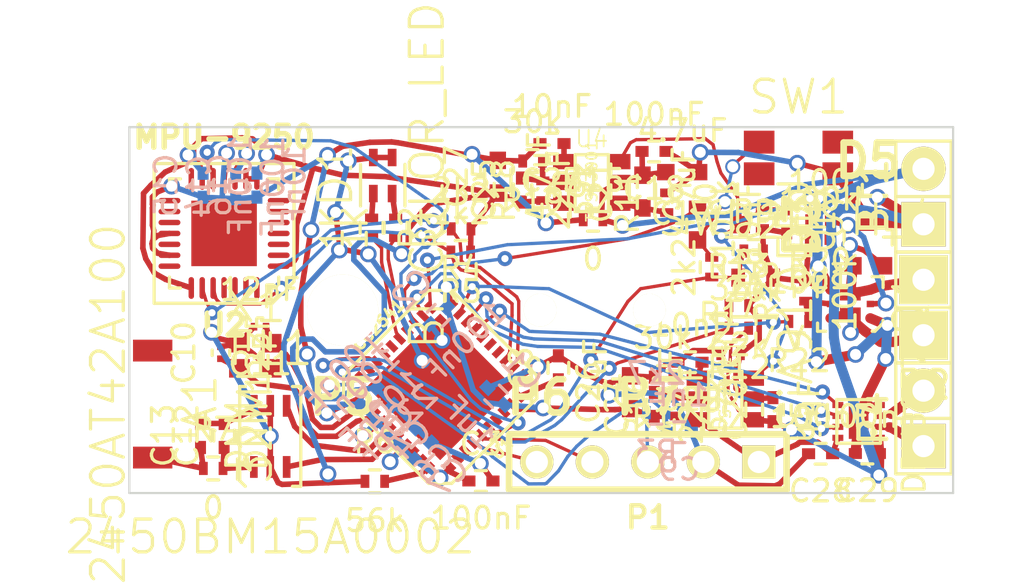
<source format=kicad_pcb>
(kicad_pcb (version 4) (host pcbnew "(2014-12-03 BZR 5311)-product")

  (general
    (links 166)
    (no_connects 0)
    (area 41.838488 101.7046 94.052834 124.5554)
    (thickness 1.6)
    (drawings 6)
    (tracks 712)
    (zones 0)
    (modules 74)
    (nets 73)
  )

  (page A4)
  (layers
    (0 F.Cu signal)
    (31 B.Cu signal)
    (32 B.Adhes user)
    (33 F.Adhes user)
    (34 B.Paste user)
    (35 F.Paste user)
    (36 B.SilkS user)
    (37 F.SilkS user)
    (38 B.Mask user)
    (39 F.Mask user)
    (40 Dwgs.User user)
    (41 Cmts.User user)
    (42 Eco1.User user)
    (43 Eco2.User user)
    (44 Edge.Cuts user)
    (45 Margin user)
    (46 B.CrtYd user)
    (47 F.CrtYd user)
    (48 B.Fab user)
    (49 F.Fab user)
  )

  (setup
    (last_trace_width 0.254)
    (trace_clearance 0.1524)
    (zone_clearance 0.508)
    (zone_45_only no)
    (trace_min 0.1524)
    (segment_width 0.2)
    (edge_width 0.1)
    (via_size 0.762)
    (via_drill 0.508)
    (via_min_size 0.6858)
    (via_min_drill 0.3302)
    (uvia_size 0.508)
    (uvia_drill 0.127)
    (uvias_allowed no)
    (uvia_min_size 0.508)
    (uvia_min_drill 0.127)
    (pcb_text_width 0.3)
    (pcb_text_size 1.5 1.5)
    (mod_edge_width 0.15)
    (mod_text_size 1 1)
    (mod_text_width 0.15)
    (pad_size 1.524 1.524)
    (pad_drill 1.016)
    (pad_to_mask_clearance 0)
    (aux_axis_origin 0 0)
    (visible_elements FFFCFF7F)
    (pcbplotparams
      (layerselection 0x00030_80000001)
      (usegerberextensions false)
      (excludeedgelayer true)
      (linewidth 0.100000)
      (plotframeref false)
      (viasonmask false)
      (mode 1)
      (useauxorigin false)
      (hpglpennumber 1)
      (hpglpenspeed 20)
      (hpglpendiameter 15)
      (hpglpenoverlay 2)
      (psnegative false)
      (psa4output false)
      (plotreference true)
      (plotvalue true)
      (plotinvisibletext false)
      (padsonsilk false)
      (subtractmaskfromsilk false)
      (outputformat 1)
      (mirror false)
      (drillshape 1)
      (scaleselection 1)
      (outputdirectory ""))
  )

  (net 0 "")
  (net 1 "Net-(A1-Pad1)")
  (net 2 +BATT)
  (net 3 GND)
  (net 4 DGND)
  (net 5 AGND)
  (net 6 "Net-(C8-Pad1)")
  (net 7 "Net-(C9-Pad1)")
  (net 8 /XOSC_Q2)
  (net 9 /XOSC_Q1)
  (net 10 "Net-(C12-Pad1)")
  (net 11 "Net-(C14-Pad1)")
  (net 12 VCCA)
  (net 13 "Net-(C21-Pad1)")
  (net 14 "Net-(C22-Pad1)")
  (net 15 "Net-(C23-Pad1)")
  (net 16 VCC)
  (net 17 "Net-(C24-Pad2)")
  (net 18 "Net-(C25-Pad2)")
  (net 19 "Net-(D1-Pad1)")
  (net 20 "Net-(D1-Pad3)")
  (net 21 /power/BUTTON)
  (net 22 /power/EN)
  (net 23 "Net-(D3-Pad2)")
  (net 24 "Net-(D5-Pad1)")
  (net 25 "Net-(D5-Pad2)")
  (net 26 /RF_N)
  (net 27 /RF_P)
  (net 28 /RESET_N)
  (net 29 /DD)
  (net 30 /DC)
  (net 31 "Net-(P4-Pad1)")
  (net 32 "Net-(P4-Pad2)")
  (net 33 "Net-(Q1-Pad2)")
  (net 34 "Net-(Q1-Pad5)")
  (net 35 /LED1)
  (net 36 /LED2)
  (net 37 /sensors/SCL)
  (net 38 /sensors/SDA)
  (net 39 "Net-(R6-Pad2)")
  (net 40 /power/BATTVOLT)
  (net 41 /motor/UP_ROTOR)
  (net 42 /motor/LOW_ROTOR)
  (net 43 /sensors/INT)
  (net 44 "Net-(U1-Pad37)")
  (net 45 "Net-(U1-Pad38)")
  (net 46 "Net-(U1-Pad4)")
  (net 47 "Net-(U1-Pad5)")
  (net 48 "Net-(U1-Pad6)")
  (net 49 /motor/EN)
  (net 50 /motor/PH)
  (net 51 /motor/nSLEEP)
  (net 52 "Net-(U1-Pad16)")
  (net 53 "Net-(U1-Pad17)")
  (net 54 "Net-(U2-Pad2)")
  (net 55 "Net-(U2-Pad3)")
  (net 56 "Net-(U2-Pad4)")
  (net 57 "Net-(U2-Pad5)")
  (net 58 "Net-(U2-Pad6)")
  (net 59 "Net-(U2-Pad7)")
  (net 60 "Net-(U2-Pad14)")
  (net 61 "Net-(U2-Pad15)")
  (net 62 "Net-(U2-Pad16)")
  (net 63 "Net-(U2-Pad17)")
  (net 64 "Net-(U2-Pad19)")
  (net 65 "Net-(U2-Pad21)")
  (net 66 "Net-(U2-Pad25)")
  (net 67 "Net-(A1-Pad2)")
  (net 68 /power/EN_REG)
  (net 69 "Net-(SW1-Pad2)")
  (net 70 "Net-(SW1-Pad3)")
  (net 71 "Net-(U1-Pad32)")
  (net 72 "Net-(U1-Pad33)")

  (net_class Default "This is the default net class."
    (clearance 0.1524)
    (trace_width 0.254)
    (via_dia 0.762)
    (via_drill 0.508)
    (uvia_dia 0.508)
    (uvia_drill 0.127)
    (add_net /RF_N)
    (add_net /RF_P)
    (add_net /XOSC_Q1)
    (add_net /XOSC_Q2)
    (add_net AGND)
    (add_net DGND)
    (add_net GND)
    (add_net "Net-(A1-Pad1)")
    (add_net "Net-(A1-Pad2)")
    (add_net "Net-(C12-Pad1)")
    (add_net "Net-(C14-Pad1)")
    (add_net "Net-(C21-Pad1)")
    (add_net "Net-(C22-Pad1)")
    (add_net "Net-(C23-Pad1)")
    (add_net "Net-(C24-Pad2)")
    (add_net "Net-(C25-Pad2)")
    (add_net "Net-(C8-Pad1)")
    (add_net "Net-(C9-Pad1)")
    (add_net "Net-(D1-Pad1)")
    (add_net "Net-(D1-Pad3)")
    (add_net "Net-(D3-Pad2)")
    (add_net "Net-(Q1-Pad2)")
    (add_net "Net-(Q1-Pad5)")
    (add_net "Net-(R6-Pad2)")
    (add_net "Net-(U1-Pad16)")
    (add_net "Net-(U1-Pad17)")
    (add_net "Net-(U1-Pad32)")
    (add_net "Net-(U1-Pad33)")
    (add_net "Net-(U1-Pad37)")
    (add_net "Net-(U1-Pad38)")
    (add_net "Net-(U1-Pad4)")
    (add_net "Net-(U1-Pad5)")
    (add_net "Net-(U1-Pad6)")
    (add_net "Net-(U2-Pad14)")
    (add_net "Net-(U2-Pad15)")
    (add_net "Net-(U2-Pad16)")
    (add_net "Net-(U2-Pad17)")
    (add_net "Net-(U2-Pad19)")
    (add_net "Net-(U2-Pad2)")
    (add_net "Net-(U2-Pad21)")
    (add_net "Net-(U2-Pad25)")
    (add_net "Net-(U2-Pad3)")
    (add_net "Net-(U2-Pad4)")
    (add_net "Net-(U2-Pad5)")
    (add_net "Net-(U2-Pad6)")
    (add_net "Net-(U2-Pad7)")
    (add_net VCC)
    (add_net VCCA)
  )

  (net_class power ""
    (clearance 0.1524)
    (trace_width 0.4572)
    (via_dia 0.762)
    (via_drill 0.508)
    (uvia_dia 0.508)
    (uvia_drill 0.127)
    (add_net +BATT)
    (add_net "Net-(D5-Pad1)")
    (add_net "Net-(D5-Pad2)")
    (add_net "Net-(P4-Pad1)")
    (add_net "Net-(P4-Pad2)")
  )

  (net_class small ""
    (clearance 0.1524)
    (trace_width 0.1524)
    (via_dia 0.6858)
    (via_drill 0.3302)
    (uvia_dia 0.508)
    (uvia_drill 0.127)
    (add_net /DC)
    (add_net /DD)
    (add_net /LED1)
    (add_net /LED2)
    (add_net /RESET_N)
    (add_net /motor/EN)
    (add_net /motor/LOW_ROTOR)
    (add_net /motor/PH)
    (add_net /motor/UP_ROTOR)
    (add_net /motor/nSLEEP)
    (add_net /power/BATTVOLT)
    (add_net /power/BUTTON)
    (add_net /power/EN)
    (add_net /power/EN_REG)
    (add_net /sensors/INT)
    (add_net /sensors/SCL)
    (add_net /sensors/SDA)
    (add_net "Net-(SW1-Pad2)")
    (add_net "Net-(SW1-Pad3)")
  )

  (module hlib:2450AT42A100 (layer F.Cu) (tedit 549732C0) (tstamp 54A07A02)
    (at 52.3836 117.198 90)
    (path /54954E38)
    (fp_text reference A1 (at 0 2.159 90) (layer F.SilkS)
      (effects (font (size 1.5 1.5) (thickness 0.15)))
    )
    (fp_text value 2450AT42A100 (at 0 -2.032 90) (layer F.SilkS)
      (effects (font (size 1.5 1.5) (thickness 0.15)))
    )
    (pad 1 smd rect (at -2.45 0 90) (size 1 1.8) (layers F.Cu F.Paste F.Mask)
      (net 1 "Net-(A1-Pad1)"))
    (pad 2 smd rect (at 2.45 0 90) (size 1 1.8) (layers F.Cu F.Paste F.Mask)
      (net 67 "Net-(A1-Pad2)"))
  )

  (module Pin_Headers:Pin_Header_Straight_1x02 (layer F.Cu) (tedit 54987409) (tstamp 5499B99C)
    (at 87.6605 107.693 90)
    (descr "Through hole pin header")
    (tags "pin header")
    (path /548DF87F/548DFD04)
    (fp_text reference BT1 (at 0 -2.286 90) (layer F.SilkS)
      (effects (font (size 1.27 1.27) (thickness 0.2032)))
    )
    (fp_text value BATTERY (at 0 0 90) (layer F.SilkS) hide
      (effects (font (size 1.27 1.27) (thickness 0.2032)))
    )
    (fp_line (start 0 -1.27) (end 0 1.27) (layer F.SilkS) (width 0.15))
    (fp_line (start -2.54 -1.27) (end -2.54 1.27) (layer F.SilkS) (width 0.15))
    (fp_line (start -2.54 1.27) (end 0 1.27) (layer F.SilkS) (width 0.15))
    (fp_line (start 0 1.27) (end 2.54 1.27) (layer F.SilkS) (width 0.15))
    (fp_line (start 2.54 1.27) (end 2.54 -1.27) (layer F.SilkS) (width 0.15))
    (fp_line (start 2.54 -1.27) (end -2.54 -1.27) (layer F.SilkS) (width 0.15))
    (pad 1 thru_hole rect (at -1.27 0 90) (size 2.032 2.032) (drill 1.016) (layers *.Cu *.Mask F.SilkS)
      (net 2 +BATT))
    (pad 2 thru_hole oval (at 1.27 0 90) (size 2.032 2.032) (drill 1.016) (layers *.Cu *.Mask F.SilkS)
      (net 3 GND))
    (model Pin_Headers/Pin_Header_Straight_1x02.wrl
      (at (xyz 0 0 0))
      (scale (xyz 1 1 1))
      (rotate (xyz 0 0 0))
    )
  )

  (module Capacitors_SMD:C_0402 (layer B.Cu) (tedit 5415D599) (tstamp 54A07940)
    (at 68.0923 116.845 135)
    (descr "Capacitor SMD 0402, reflow soldering, AVX (see smccp.pdf)")
    (tags "capacitor 0402")
    (path /548D168D)
    (attr smd)
    (fp_text reference C1 (at 0 1.7 135) (layer B.SilkS)
      (effects (font (size 1 1) (thickness 0.15)) (justify mirror))
    )
    (fp_text value 1uF (at 0 -1.7 135) (layer B.SilkS)
      (effects (font (size 1 1) (thickness 0.15)) (justify mirror))
    )
    (fp_line (start -1.15 0.6) (end 1.15 0.6) (layer B.CrtYd) (width 0.05))
    (fp_line (start -1.15 -0.6) (end 1.15 -0.6) (layer B.CrtYd) (width 0.05))
    (fp_line (start -1.15 0.6) (end -1.15 -0.6) (layer B.CrtYd) (width 0.05))
    (fp_line (start 1.15 0.6) (end 1.15 -0.6) (layer B.CrtYd) (width 0.05))
    (fp_line (start 0.25 0.475) (end -0.25 0.475) (layer B.SilkS) (width 0.15))
    (fp_line (start -0.25 -0.475) (end 0.25 -0.475) (layer B.SilkS) (width 0.15))
    (pad 1 smd rect (at -0.55 0 135) (size 0.6 0.5) (layers B.Cu B.Paste B.Mask)
      (net 16 VCC))
    (pad 2 smd rect (at 0.55 0 135) (size 0.6 0.5) (layers B.Cu B.Paste B.Mask)
      (net 4 DGND))
    (model Capacitors_SMD/C_0402E.wrl
      (at (xyz 0 0 0))
      (scale (xyz 1 1 1))
      (rotate (xyz 0 0 0))
    )
  )

  (module Capacitors_SMD:C_0402 (layer B.Cu) (tedit 5415D599) (tstamp 54A07985)
    (at 65.4634 113.149 225)
    (descr "Capacitor SMD 0402, reflow soldering, AVX (see smccp.pdf)")
    (tags "capacitor 0402")
    (path /548D1805)
    (attr smd)
    (fp_text reference C2 (at 0 1.7 225) (layer B.SilkS)
      (effects (font (size 1 1) (thickness 0.15)) (justify mirror))
    )
    (fp_text value 100nF (at 0 -1.7 225) (layer B.SilkS)
      (effects (font (size 1 1) (thickness 0.15)) (justify mirror))
    )
    (fp_line (start -1.15 0.6) (end 1.15 0.6) (layer B.CrtYd) (width 0.05))
    (fp_line (start -1.15 -0.6) (end 1.15 -0.6) (layer B.CrtYd) (width 0.05))
    (fp_line (start -1.15 0.6) (end -1.15 -0.6) (layer B.CrtYd) (width 0.05))
    (fp_line (start 1.15 0.6) (end 1.15 -0.6) (layer B.CrtYd) (width 0.05))
    (fp_line (start 0.25 0.475) (end -0.25 0.475) (layer B.SilkS) (width 0.15))
    (fp_line (start -0.25 -0.475) (end 0.25 -0.475) (layer B.SilkS) (width 0.15))
    (pad 1 smd rect (at -0.55 0 225) (size 0.6 0.5) (layers B.Cu B.Paste B.Mask)
      (net 16 VCC))
    (pad 2 smd rect (at 0.55 0 225) (size 0.6 0.5) (layers B.Cu B.Paste B.Mask)
      (net 4 DGND))
    (model Capacitors_SMD/C_0402E.wrl
      (at (xyz 0 0 0))
      (scale (xyz 1 1 1))
      (rotate (xyz 0 0 0))
    )
  )

  (module Capacitors_SMD:C_0402 (layer F.Cu) (tedit 5415D599) (tstamp 54A07919)
    (at 67.4046 120.72)
    (descr "Capacitor SMD 0402, reflow soldering, AVX (see smccp.pdf)")
    (tags "capacitor 0402")
    (path /548D182C)
    (attr smd)
    (fp_text reference C3 (at 0 -1.7) (layer F.SilkS)
      (effects (font (size 1 1) (thickness 0.15)))
    )
    (fp_text value 100nF (at 0 1.7) (layer F.SilkS)
      (effects (font (size 1 1) (thickness 0.15)))
    )
    (fp_line (start -1.15 -0.6) (end 1.15 -0.6) (layer F.CrtYd) (width 0.05))
    (fp_line (start -1.15 0.6) (end 1.15 0.6) (layer F.CrtYd) (width 0.05))
    (fp_line (start -1.15 -0.6) (end -1.15 0.6) (layer F.CrtYd) (width 0.05))
    (fp_line (start 1.15 -0.6) (end 1.15 0.6) (layer F.CrtYd) (width 0.05))
    (fp_line (start 0.25 -0.475) (end -0.25 -0.475) (layer F.SilkS) (width 0.15))
    (fp_line (start -0.25 0.475) (end 0.25 0.475) (layer F.SilkS) (width 0.15))
    (pad 1 smd rect (at -0.55 0) (size 0.6 0.5) (layers F.Cu F.Paste F.Mask)
      (net 12 VCCA))
    (pad 2 smd rect (at 0.55 0) (size 0.6 0.5) (layers F.Cu F.Paste F.Mask)
      (net 5 AGND))
    (model Capacitors_SMD/C_0402E.wrl
      (at (xyz 0 0 0))
      (scale (xyz 1 1 1))
      (rotate (xyz 0 0 0))
    )
  )

  (module Capacitors_SMD:C_0402 (layer B.Cu) (tedit 5415D599) (tstamp 54A079AC)
    (at 63.0072 117.627 45)
    (descr "Capacitor SMD 0402, reflow soldering, AVX (see smccp.pdf)")
    (tags "capacitor 0402")
    (path /548D1892)
    (attr smd)
    (fp_text reference C4 (at 0 1.7 45) (layer B.SilkS)
      (effects (font (size 1 1) (thickness 0.15)) (justify mirror))
    )
    (fp_text value 100nF (at 0 -1.7 45) (layer B.SilkS)
      (effects (font (size 1 1) (thickness 0.15)) (justify mirror))
    )
    (fp_line (start -1.15 0.6) (end 1.15 0.6) (layer B.CrtYd) (width 0.05))
    (fp_line (start -1.15 -0.6) (end 1.15 -0.6) (layer B.CrtYd) (width 0.05))
    (fp_line (start -1.15 0.6) (end -1.15 -0.6) (layer B.CrtYd) (width 0.05))
    (fp_line (start 1.15 0.6) (end 1.15 -0.6) (layer B.CrtYd) (width 0.05))
    (fp_line (start 0.25 0.475) (end -0.25 0.475) (layer B.SilkS) (width 0.15))
    (fp_line (start -0.25 -0.475) (end 0.25 -0.475) (layer B.SilkS) (width 0.15))
    (pad 1 smd rect (at -0.55 0 45) (size 0.6 0.5) (layers B.Cu B.Paste B.Mask)
      (net 12 VCCA))
    (pad 2 smd rect (at 0.55 0 45) (size 0.6 0.5) (layers B.Cu B.Paste B.Mask)
      (net 5 AGND))
    (model Capacitors_SMD/C_0402E.wrl
      (at (xyz 0 0 0))
      (scale (xyz 1 1 1))
      (rotate (xyz 0 0 0))
    )
  )

  (module Capacitors_SMD:C_0402 (layer B.Cu) (tedit 5415D599) (tstamp 54A1D2D5)
    (at 62.2464 116.827 45)
    (descr "Capacitor SMD 0402, reflow soldering, AVX (see smccp.pdf)")
    (tags "capacitor 0402")
    (path /548D18DD)
    (attr smd)
    (fp_text reference C5 (at 0 1.7 45) (layer B.SilkS)
      (effects (font (size 1 1) (thickness 0.15)) (justify mirror))
    )
    (fp_text value 100nF (at 0 -1.7 45) (layer B.SilkS)
      (effects (font (size 1 1) (thickness 0.15)) (justify mirror))
    )
    (fp_line (start -1.15 0.6) (end 1.15 0.6) (layer B.CrtYd) (width 0.05))
    (fp_line (start -1.15 -0.6) (end 1.15 -0.6) (layer B.CrtYd) (width 0.05))
    (fp_line (start -1.15 0.6) (end -1.15 -0.6) (layer B.CrtYd) (width 0.05))
    (fp_line (start 1.15 0.6) (end 1.15 -0.6) (layer B.CrtYd) (width 0.05))
    (fp_line (start 0.25 0.475) (end -0.25 0.475) (layer B.SilkS) (width 0.15))
    (fp_line (start -0.25 -0.475) (end 0.25 -0.475) (layer B.SilkS) (width 0.15))
    (pad 1 smd rect (at -0.55 0 45) (size 0.6 0.5) (layers B.Cu B.Paste B.Mask)
      (net 12 VCCA))
    (pad 2 smd rect (at 0.55 0 45) (size 0.6 0.5) (layers B.Cu B.Paste B.Mask)
      (net 5 AGND))
    (model Capacitors_SMD/C_0402E.wrl
      (at (xyz 0 0 0))
      (scale (xyz 1 1 1))
      (rotate (xyz 0 0 0))
    )
  )

  (module Capacitors_SMD:C_0402 (layer B.Cu) (tedit 5415D599) (tstamp 54A07992)
    (at 64.0588 118.689 45)
    (descr "Capacitor SMD 0402, reflow soldering, AVX (see smccp.pdf)")
    (tags "capacitor 0402")
    (path /548D1913)
    (attr smd)
    (fp_text reference C6 (at 0 1.7 45) (layer B.SilkS)
      (effects (font (size 1 1) (thickness 0.15)) (justify mirror))
    )
    (fp_text value 100nF (at 0 -1.7 45) (layer B.SilkS)
      (effects (font (size 1 1) (thickness 0.15)) (justify mirror))
    )
    (fp_line (start -1.15 0.6) (end 1.15 0.6) (layer B.CrtYd) (width 0.05))
    (fp_line (start -1.15 -0.6) (end 1.15 -0.6) (layer B.CrtYd) (width 0.05))
    (fp_line (start -1.15 0.6) (end -1.15 -0.6) (layer B.CrtYd) (width 0.05))
    (fp_line (start 1.15 0.6) (end 1.15 -0.6) (layer B.CrtYd) (width 0.05))
    (fp_line (start 0.25 0.475) (end -0.25 0.475) (layer B.SilkS) (width 0.15))
    (fp_line (start -0.25 -0.475) (end 0.25 -0.475) (layer B.SilkS) (width 0.15))
    (pad 1 smd rect (at -0.55 0 45) (size 0.6 0.5) (layers B.Cu B.Paste B.Mask)
      (net 12 VCCA))
    (pad 2 smd rect (at 0.55 0 45) (size 0.6 0.5) (layers B.Cu B.Paste B.Mask)
      (net 5 AGND))
    (model Capacitors_SMD/C_0402E.wrl
      (at (xyz 0 0 0))
      (scale (xyz 1 1 1))
      (rotate (xyz 0 0 0))
    )
  )

  (module Capacitors_SMD:C_0402 (layer B.Cu) (tedit 5415D599) (tstamp 54A0799F)
    (at 64.7268 119.352 45)
    (descr "Capacitor SMD 0402, reflow soldering, AVX (see smccp.pdf)")
    (tags "capacitor 0402")
    (path /548D1948)
    (attr smd)
    (fp_text reference C7 (at 0 1.7 45) (layer B.SilkS)
      (effects (font (size 1 1) (thickness 0.15)) (justify mirror))
    )
    (fp_text value 220pF (at 0 -1.7 45) (layer B.SilkS)
      (effects (font (size 1 1) (thickness 0.15)) (justify mirror))
    )
    (fp_line (start -1.15 0.6) (end 1.15 0.6) (layer B.CrtYd) (width 0.05))
    (fp_line (start -1.15 -0.6) (end 1.15 -0.6) (layer B.CrtYd) (width 0.05))
    (fp_line (start -1.15 0.6) (end -1.15 -0.6) (layer B.CrtYd) (width 0.05))
    (fp_line (start 1.15 0.6) (end 1.15 -0.6) (layer B.CrtYd) (width 0.05))
    (fp_line (start 0.25 0.475) (end -0.25 0.475) (layer B.SilkS) (width 0.15))
    (fp_line (start -0.25 -0.475) (end 0.25 -0.475) (layer B.SilkS) (width 0.15))
    (pad 1 smd rect (at -0.55 0 45) (size 0.6 0.5) (layers B.Cu B.Paste B.Mask)
      (net 12 VCCA))
    (pad 2 smd rect (at 0.55 0 45) (size 0.6 0.5) (layers B.Cu B.Paste B.Mask)
      (net 5 AGND))
    (model Capacitors_SMD/C_0402E.wrl
      (at (xyz 0 0 0))
      (scale (xyz 1 1 1))
      (rotate (xyz 0 0 0))
    )
  )

  (module Capacitors_SMD:C_0402 (layer F.Cu) (tedit 5415D599) (tstamp 54A07926)
    (at 70.9485 115.538 90)
    (descr "Capacitor SMD 0402, reflow soldering, AVX (see smccp.pdf)")
    (tags "capacitor 0402")
    (path /548CB6FE)
    (attr smd)
    (fp_text reference C8 (at 0 -1.7 90) (layer F.SilkS)
      (effects (font (size 1 1) (thickness 0.15)))
    )
    (fp_text value 1uF (at 0 1.7 90) (layer F.SilkS)
      (effects (font (size 1 1) (thickness 0.15)))
    )
    (fp_line (start -1.15 -0.6) (end 1.15 -0.6) (layer F.CrtYd) (width 0.05))
    (fp_line (start -1.15 0.6) (end 1.15 0.6) (layer F.CrtYd) (width 0.05))
    (fp_line (start -1.15 -0.6) (end -1.15 0.6) (layer F.CrtYd) (width 0.05))
    (fp_line (start 1.15 -0.6) (end 1.15 0.6) (layer F.CrtYd) (width 0.05))
    (fp_line (start 0.25 -0.475) (end -0.25 -0.475) (layer F.SilkS) (width 0.15))
    (fp_line (start -0.25 0.475) (end 0.25 0.475) (layer F.SilkS) (width 0.15))
    (pad 1 smd rect (at -0.55 0 90) (size 0.6 0.5) (layers F.Cu F.Paste F.Mask)
      (net 6 "Net-(C8-Pad1)"))
    (pad 2 smd rect (at 0.55 0 90) (size 0.6 0.5) (layers F.Cu F.Paste F.Mask)
      (net 4 DGND))
    (model Capacitors_SMD/C_0402E.wrl
      (at (xyz 0 0 0))
      (scale (xyz 1 1 1))
      (rotate (xyz 0 0 0))
    )
  )

  (module Capacitors_SMD:C_0402 (layer B.Cu) (tedit 5415D599) (tstamp 549C8F17)
    (at 76.4845 118.486)
    (descr "Capacitor SMD 0402, reflow soldering, AVX (see smccp.pdf)")
    (tags "capacitor 0402")
    (path /548CC96E)
    (attr smd)
    (fp_text reference C9 (at 0 1.7) (layer B.SilkS)
      (effects (font (size 1 1) (thickness 0.15)) (justify mirror))
    )
    (fp_text value 1nF (at 0 -1.7) (layer B.SilkS)
      (effects (font (size 1 1) (thickness 0.15)) (justify mirror))
    )
    (fp_line (start -1.15 0.6) (end 1.15 0.6) (layer B.CrtYd) (width 0.05))
    (fp_line (start -1.15 -0.6) (end 1.15 -0.6) (layer B.CrtYd) (width 0.05))
    (fp_line (start -1.15 0.6) (end -1.15 -0.6) (layer B.CrtYd) (width 0.05))
    (fp_line (start 1.15 0.6) (end 1.15 -0.6) (layer B.CrtYd) (width 0.05))
    (fp_line (start 0.25 0.475) (end -0.25 0.475) (layer B.SilkS) (width 0.15))
    (fp_line (start -0.25 -0.475) (end 0.25 -0.475) (layer B.SilkS) (width 0.15))
    (pad 1 smd rect (at -0.55 0) (size 0.6 0.5) (layers B.Cu B.Paste B.Mask)
      (net 7 "Net-(C9-Pad1)"))
    (pad 2 smd rect (at 0.55 0) (size 0.6 0.5) (layers B.Cu B.Paste B.Mask)
      (net 4 DGND))
    (model Capacitors_SMD/C_0402E.wrl
      (at (xyz 0 0 0))
      (scale (xyz 1 1 1))
      (rotate (xyz 0 0 0))
    )
  )

  (module Capacitors_SMD:C_0201 (layer F.Cu) (tedit 5415D524) (tstamp 54A079E9)
    (at 55.5083 114.846 90)
    (descr "Capacitor SMD 0201, reflow soldering, AVX (see smccp.pdf)")
    (tags "capacitor 0201")
    (path /548CD39E)
    (attr smd)
    (fp_text reference C10 (at 0 -1.7 90) (layer F.SilkS)
      (effects (font (size 1 1) (thickness 0.15)))
    )
    (fp_text value 12pF (at 0 1.7 90) (layer F.SilkS)
      (effects (font (size 1 1) (thickness 0.15)))
    )
    (fp_line (start -0.7 -0.55) (end 0.7 -0.55) (layer F.CrtYd) (width 0.05))
    (fp_line (start -0.7 0.55) (end 0.7 0.55) (layer F.CrtYd) (width 0.05))
    (fp_line (start -0.7 -0.55) (end -0.7 0.55) (layer F.CrtYd) (width 0.05))
    (fp_line (start 0.7 -0.55) (end 0.7 0.55) (layer F.CrtYd) (width 0.05))
    (fp_line (start 0.125 0.4) (end -0.125 0.4) (layer F.SilkS) (width 0.15))
    (fp_line (start -0.125 -0.4) (end 0.125 -0.4) (layer F.SilkS) (width 0.15))
    (pad 1 smd rect (at -0.275 0 90) (size 0.3 0.35) (layers F.Cu F.Paste F.Mask)
      (net 8 /XOSC_Q2))
    (pad 2 smd rect (at 0.275 0 90) (size 0.3 0.35) (layers F.Cu F.Paste F.Mask)
      (net 4 DGND))
    (model Capacitors_SMD/C_0201A.wrl
      (at (xyz 0 0 0))
      (scale (xyz 1 1 1))
      (rotate (xyz 0 0 0))
    )
  )

  (module Capacitors_SMD:C_0201 (layer F.Cu) (tedit 5415D524) (tstamp 54A079DC)
    (at 57.2956 113.653 180)
    (descr "Capacitor SMD 0201, reflow soldering, AVX (see smccp.pdf)")
    (tags "capacitor 0201")
    (path /548CD35A)
    (attr smd)
    (fp_text reference C11 (at 0 -1.7 180) (layer F.SilkS)
      (effects (font (size 1 1) (thickness 0.15)))
    )
    (fp_text value 12pF (at 0 1.7 180) (layer F.SilkS)
      (effects (font (size 1 1) (thickness 0.15)))
    )
    (fp_line (start -0.7 -0.55) (end 0.7 -0.55) (layer F.CrtYd) (width 0.05))
    (fp_line (start -0.7 0.55) (end 0.7 0.55) (layer F.CrtYd) (width 0.05))
    (fp_line (start -0.7 -0.55) (end -0.7 0.55) (layer F.CrtYd) (width 0.05))
    (fp_line (start 0.7 -0.55) (end 0.7 0.55) (layer F.CrtYd) (width 0.05))
    (fp_line (start 0.125 0.4) (end -0.125 0.4) (layer F.SilkS) (width 0.15))
    (fp_line (start -0.125 -0.4) (end 0.125 -0.4) (layer F.SilkS) (width 0.15))
    (pad 1 smd rect (at -0.275 0 180) (size 0.3 0.35) (layers F.Cu F.Paste F.Mask)
      (net 9 /XOSC_Q1))
    (pad 2 smd rect (at 0.275 0 180) (size 0.3 0.35) (layers F.Cu F.Paste F.Mask)
      (net 4 DGND))
    (model Capacitors_SMD/C_0201A.wrl
      (at (xyz 0 0 0))
      (scale (xyz 1 1 1))
      (rotate (xyz 0 0 0))
    )
  )

  (module Capacitors_SMD:C_0402 (layer F.Cu) (tedit 5415D599) (tstamp 54A079C2)
    (at 55.6528 118.636 90)
    (descr "Capacitor SMD 0402, reflow soldering, AVX (see smccp.pdf)")
    (tags "capacitor 0402")
    (path /54959458)
    (attr smd)
    (fp_text reference C12 (at 0 -1.7 90) (layer F.SilkS)
      (effects (font (size 1 1) (thickness 0.15)))
    )
    (fp_text value DNM (at -0.006458 1.463892 90) (layer F.SilkS)
      (effects (font (size 1 1) (thickness 0.15)))
    )
    (fp_line (start -1.15 -0.6) (end 1.15 -0.6) (layer F.CrtYd) (width 0.05))
    (fp_line (start -1.15 0.6) (end 1.15 0.6) (layer F.CrtYd) (width 0.05))
    (fp_line (start -1.15 -0.6) (end -1.15 0.6) (layer F.CrtYd) (width 0.05))
    (fp_line (start 1.15 -0.6) (end 1.15 0.6) (layer F.CrtYd) (width 0.05))
    (fp_line (start 0.25 -0.475) (end -0.25 -0.475) (layer F.SilkS) (width 0.15))
    (fp_line (start -0.25 0.475) (end 0.25 0.475) (layer F.SilkS) (width 0.15))
    (pad 1 smd rect (at -0.55 0 90) (size 0.6 0.5) (layers F.Cu F.Paste F.Mask)
      (net 10 "Net-(C12-Pad1)"))
    (pad 2 smd rect (at 0.55 0 90) (size 0.6 0.5) (layers F.Cu F.Paste F.Mask)
      (net 4 DGND))
    (model Capacitors_SMD/C_0402E.wrl
      (at (xyz 0 0 0))
      (scale (xyz 1 1 1))
      (rotate (xyz 0 0 0))
    )
  )

  (module Capacitors_SMD:C_0402 (layer F.Cu) (tedit 5415D599) (tstamp 54A07A0F)
    (at 54.5728 118.636 90)
    (descr "Capacitor SMD 0402, reflow soldering, AVX (see smccp.pdf)")
    (tags "capacitor 0402")
    (path /549594ED)
    (attr smd)
    (fp_text reference C13 (at 0 -1.7 90) (layer F.SilkS)
      (effects (font (size 1 1) (thickness 0.15)))
    )
    (fp_text value DNM (at 0 1.7 90) (layer F.SilkS)
      (effects (font (size 1 1) (thickness 0.15)))
    )
    (fp_line (start -1.15 -0.6) (end 1.15 -0.6) (layer F.CrtYd) (width 0.05))
    (fp_line (start -1.15 0.6) (end 1.15 0.6) (layer F.CrtYd) (width 0.05))
    (fp_line (start -1.15 -0.6) (end -1.15 0.6) (layer F.CrtYd) (width 0.05))
    (fp_line (start 1.15 -0.6) (end 1.15 0.6) (layer F.CrtYd) (width 0.05))
    (fp_line (start 0.25 -0.475) (end -0.25 -0.475) (layer F.SilkS) (width 0.15))
    (fp_line (start -0.25 0.475) (end 0.25 0.475) (layer F.SilkS) (width 0.15))
    (pad 1 smd rect (at -0.55 0 90) (size 0.6 0.5) (layers F.Cu F.Paste F.Mask)
      (net 1 "Net-(A1-Pad1)"))
    (pad 2 smd rect (at 0.55 0 90) (size 0.6 0.5) (layers F.Cu F.Paste F.Mask)
      (net 4 DGND))
    (model Capacitors_SMD/C_0402E.wrl
      (at (xyz 0 0 0))
      (scale (xyz 1 1 1))
      (rotate (xyz 0 0 0))
    )
  )

  (module Capacitors_SMD:C_0402 (layer B.Cu) (tedit 5415D599) (tstamp 549D06BE)
    (at 56.1825 107.241 270)
    (descr "Capacitor SMD 0402, reflow soldering, AVX (see smccp.pdf)")
    (tags "capacitor 0402")
    (path /548C976B/548D9E9A)
    (attr smd)
    (fp_text reference C14 (at 0 1.7 270) (layer B.SilkS)
      (effects (font (size 1 1) (thickness 0.15)) (justify mirror))
    )
    (fp_text value 100nF (at 0 -1.7 270) (layer B.SilkS)
      (effects (font (size 1 1) (thickness 0.15)) (justify mirror))
    )
    (fp_line (start -1.15 0.6) (end 1.15 0.6) (layer B.CrtYd) (width 0.05))
    (fp_line (start -1.15 -0.6) (end 1.15 -0.6) (layer B.CrtYd) (width 0.05))
    (fp_line (start -1.15 0.6) (end -1.15 -0.6) (layer B.CrtYd) (width 0.05))
    (fp_line (start 1.15 0.6) (end 1.15 -0.6) (layer B.CrtYd) (width 0.05))
    (fp_line (start 0.25 0.475) (end -0.25 0.475) (layer B.SilkS) (width 0.15))
    (fp_line (start -0.25 -0.475) (end 0.25 -0.475) (layer B.SilkS) (width 0.15))
    (pad 1 smd rect (at -0.55 0 270) (size 0.6 0.5) (layers B.Cu B.Paste B.Mask)
      (net 11 "Net-(C14-Pad1)"))
    (pad 2 smd rect (at 0.55 0 270) (size 0.6 0.5) (layers B.Cu B.Paste B.Mask)
      (net 5 AGND))
    (model Capacitors_SMD/C_0402E.wrl
      (at (xyz 0 0 0))
      (scale (xyz 1 1 1))
      (rotate (xyz 0 0 0))
    )
  )

  (module Capacitors_SMD:C_0402 (layer B.Cu) (tedit 5415D599) (tstamp 549CF4B5)
    (at 54.6913 107.175 270)
    (descr "Capacitor SMD 0402, reflow soldering, AVX (see smccp.pdf)")
    (tags "capacitor 0402")
    (path /548C976B/548D97BB)
    (attr smd)
    (fp_text reference C15 (at 0 1.7 270) (layer B.SilkS)
      (effects (font (size 1 1) (thickness 0.15)) (justify mirror))
    )
    (fp_text value 100nF (at 0 -1.7 270) (layer B.SilkS)
      (effects (font (size 1 1) (thickness 0.15)) (justify mirror))
    )
    (fp_line (start -1.15 0.6) (end 1.15 0.6) (layer B.CrtYd) (width 0.05))
    (fp_line (start -1.15 -0.6) (end 1.15 -0.6) (layer B.CrtYd) (width 0.05))
    (fp_line (start -1.15 0.6) (end -1.15 -0.6) (layer B.CrtYd) (width 0.05))
    (fp_line (start 1.15 0.6) (end 1.15 -0.6) (layer B.CrtYd) (width 0.05))
    (fp_line (start 0.25 0.475) (end -0.25 0.475) (layer B.SilkS) (width 0.15))
    (fp_line (start -0.25 -0.475) (end 0.25 -0.475) (layer B.SilkS) (width 0.15))
    (pad 1 smd rect (at -0.55 0 270) (size 0.6 0.5) (layers B.Cu B.Paste B.Mask)
      (net 12 VCCA))
    (pad 2 smd rect (at 0.55 0 270) (size 0.6 0.5) (layers B.Cu B.Paste B.Mask)
      (net 5 AGND))
    (model Capacitors_SMD/C_0402E.wrl
      (at (xyz 0 0 0))
      (scale (xyz 1 1 1))
      (rotate (xyz 0 0 0))
    )
  )

  (module Capacitors_SMD:C_0402 (layer B.Cu) (tedit 5415D599) (tstamp 54A0756E)
    (at 57.1545 107.169 270)
    (descr "Capacitor SMD 0402, reflow soldering, AVX (see smccp.pdf)")
    (tags "capacitor 0402")
    (path /548C976B/548D972B)
    (attr smd)
    (fp_text reference C16 (at 0 1.7 270) (layer B.SilkS)
      (effects (font (size 1 1) (thickness 0.15)) (justify mirror))
    )
    (fp_text value 10nF (at 0 -1.7 270) (layer B.SilkS)
      (effects (font (size 1 1) (thickness 0.15)) (justify mirror))
    )
    (fp_line (start -1.15 0.6) (end 1.15 0.6) (layer B.CrtYd) (width 0.05))
    (fp_line (start -1.15 -0.6) (end 1.15 -0.6) (layer B.CrtYd) (width 0.05))
    (fp_line (start -1.15 0.6) (end -1.15 -0.6) (layer B.CrtYd) (width 0.05))
    (fp_line (start 1.15 0.6) (end 1.15 -0.6) (layer B.CrtYd) (width 0.05))
    (fp_line (start 0.25 0.475) (end -0.25 0.475) (layer B.SilkS) (width 0.15))
    (fp_line (start -0.25 -0.475) (end 0.25 -0.475) (layer B.SilkS) (width 0.15))
    (pad 1 smd rect (at -0.55 0 270) (size 0.6 0.5) (layers B.Cu B.Paste B.Mask)
      (net 12 VCCA))
    (pad 2 smd rect (at 0.55 0 270) (size 0.6 0.5) (layers B.Cu B.Paste B.Mask)
      (net 5 AGND))
    (model Capacitors_SMD/C_0402E.wrl
      (at (xyz 0 0 0))
      (scale (xyz 1 1 1))
      (rotate (xyz 0 0 0))
    )
  )

  (module Capacitors_SMD:C_0603 (layer F.Cu) (tedit 5415D631) (tstamp 54A075CB)
    (at 76.6177 106.575 180)
    (descr "Capacitor SMD 0603, reflow soldering, AVX (see smccp.pdf)")
    (tags "capacitor 0603")
    (path /548DF87F/548F108E)
    (attr smd)
    (fp_text reference C17 (at 0 -1.9 180) (layer F.SilkS)
      (effects (font (size 1 1) (thickness 0.15)))
    )
    (fp_text value 4.7uF (at 0 1.9 180) (layer F.SilkS)
      (effects (font (size 1 1) (thickness 0.15)))
    )
    (fp_line (start -1.45 -0.75) (end 1.45 -0.75) (layer F.CrtYd) (width 0.05))
    (fp_line (start -1.45 0.75) (end 1.45 0.75) (layer F.CrtYd) (width 0.05))
    (fp_line (start -1.45 -0.75) (end -1.45 0.75) (layer F.CrtYd) (width 0.05))
    (fp_line (start 1.45 -0.75) (end 1.45 0.75) (layer F.CrtYd) (width 0.05))
    (fp_line (start -0.35 -0.6) (end 0.35 -0.6) (layer F.SilkS) (width 0.15))
    (fp_line (start 0.35 0.6) (end -0.35 0.6) (layer F.SilkS) (width 0.15))
    (pad 1 smd rect (at -0.75 0 180) (size 0.8 0.75) (layers F.Cu F.Paste F.Mask)
      (net 2 +BATT))
    (pad 2 smd rect (at 0.75 0 180) (size 0.8 0.75) (layers F.Cu F.Paste F.Mask)
      (net 3 GND))
    (model Capacitors_SMD/C_0603J.wrl
      (at (xyz 0 0 0))
      (scale (xyz 1 1 1))
      (rotate (xyz 0 0 0))
    )
  )

  (module Capacitors_SMD:C_0402 (layer F.Cu) (tedit 5415D599) (tstamp 54A075D8)
    (at 75.3277 105.625 180)
    (descr "Capacitor SMD 0402, reflow soldering, AVX (see smccp.pdf)")
    (tags "capacitor 0402")
    (path /548DF87F/548F10FD)
    (attr smd)
    (fp_text reference C18 (at 0 -1.7 180) (layer F.SilkS)
      (effects (font (size 1 1) (thickness 0.15)))
    )
    (fp_text value 100nF (at 0 1.7 180) (layer F.SilkS)
      (effects (font (size 1 1) (thickness 0.15)))
    )
    (fp_line (start -1.15 -0.6) (end 1.15 -0.6) (layer F.CrtYd) (width 0.05))
    (fp_line (start -1.15 0.6) (end 1.15 0.6) (layer F.CrtYd) (width 0.05))
    (fp_line (start -1.15 -0.6) (end -1.15 0.6) (layer F.CrtYd) (width 0.05))
    (fp_line (start 1.15 -0.6) (end 1.15 0.6) (layer F.CrtYd) (width 0.05))
    (fp_line (start 0.25 -0.475) (end -0.25 -0.475) (layer F.SilkS) (width 0.15))
    (fp_line (start -0.25 0.475) (end 0.25 0.475) (layer F.SilkS) (width 0.15))
    (pad 1 smd rect (at -0.55 0 180) (size 0.6 0.5) (layers F.Cu F.Paste F.Mask)
      (net 2 +BATT))
    (pad 2 smd rect (at 0.55 0 180) (size 0.6 0.5) (layers F.Cu F.Paste F.Mask)
      (net 3 GND))
    (model Capacitors_SMD/C_0402E.wrl
      (at (xyz 0 0 0))
      (scale (xyz 1 1 1))
      (rotate (xyz 0 0 0))
    )
  )

  (module Capacitors_SMD:C_0402 (layer F.Cu) (tedit 5415D599) (tstamp 54987BD2)
    (at 81.3986 108.808 270)
    (descr "Capacitor SMD 0402, reflow soldering, AVX (see smccp.pdf)")
    (tags "capacitor 0402")
    (path /548DF87F/54900A66)
    (attr smd)
    (fp_text reference C19 (at 0 -1.7 270) (layer F.SilkS)
      (effects (font (size 1 1) (thickness 0.15)))
    )
    (fp_text value 10nF (at 0 1.7 270) (layer F.SilkS)
      (effects (font (size 1 1) (thickness 0.15)))
    )
    (fp_line (start -1.15 -0.6) (end 1.15 -0.6) (layer F.CrtYd) (width 0.05))
    (fp_line (start -1.15 0.6) (end 1.15 0.6) (layer F.CrtYd) (width 0.05))
    (fp_line (start -1.15 -0.6) (end -1.15 0.6) (layer F.CrtYd) (width 0.05))
    (fp_line (start 1.15 -0.6) (end 1.15 0.6) (layer F.CrtYd) (width 0.05))
    (fp_line (start 0.25 -0.475) (end -0.25 -0.475) (layer F.SilkS) (width 0.15))
    (fp_line (start -0.25 0.475) (end 0.25 0.475) (layer F.SilkS) (width 0.15))
    (pad 1 smd rect (at -0.55 0 270) (size 0.6 0.5) (layers F.Cu F.Paste F.Mask)
      (net 68 /power/EN_REG))
    (pad 2 smd rect (at 0.55 0 270) (size 0.6 0.5) (layers F.Cu F.Paste F.Mask)
      (net 3 GND))
    (model Capacitors_SMD/C_0402E.wrl
      (at (xyz 0 0 0))
      (scale (xyz 1 1 1))
      (rotate (xyz 0 0 0))
    )
  )

  (module Capacitors_SMD:C_0402 (layer F.Cu) (tedit 5415D599) (tstamp 54A1DC78)
    (at 80.7701 117.454 90)
    (descr "Capacitor SMD 0402, reflow soldering, AVX (see smccp.pdf)")
    (tags "capacitor 0402")
    (path /548DF87F/548DFC7F)
    (attr smd)
    (fp_text reference C20 (at 0 -1.7 90) (layer F.SilkS)
      (effects (font (size 1 1) (thickness 0.15)))
    )
    (fp_text value 1uF (at 0 1.7 90) (layer F.SilkS)
      (effects (font (size 1 1) (thickness 0.15)))
    )
    (fp_line (start -1.15 -0.6) (end 1.15 -0.6) (layer F.CrtYd) (width 0.05))
    (fp_line (start -1.15 0.6) (end 1.15 0.6) (layer F.CrtYd) (width 0.05))
    (fp_line (start -1.15 -0.6) (end -1.15 0.6) (layer F.CrtYd) (width 0.05))
    (fp_line (start 1.15 -0.6) (end 1.15 0.6) (layer F.CrtYd) (width 0.05))
    (fp_line (start 0.25 -0.475) (end -0.25 -0.475) (layer F.SilkS) (width 0.15))
    (fp_line (start -0.25 0.475) (end 0.25 0.475) (layer F.SilkS) (width 0.15))
    (pad 1 smd rect (at -0.55 0 90) (size 0.6 0.5) (layers F.Cu F.Paste F.Mask)
      (net 2 +BATT))
    (pad 2 smd rect (at 0.55 0 90) (size 0.6 0.5) (layers F.Cu F.Paste F.Mask)
      (net 3 GND))
    (model Capacitors_SMD/C_0402E.wrl
      (at (xyz 0 0 0))
      (scale (xyz 1 1 1))
      (rotate (xyz 0 0 0))
    )
  )

  (module Capacitors_SMD:C_0603 (layer F.Cu) (tedit 5415D631) (tstamp 54A075E5)
    (at 74.7977 107.465 90)
    (descr "Capacitor SMD 0603, reflow soldering, AVX (see smccp.pdf)")
    (tags "capacitor 0603")
    (path /548DF87F/548E9E6E)
    (attr smd)
    (fp_text reference C21 (at 0 -1.9 90) (layer F.SilkS)
      (effects (font (size 1 1) (thickness 0.15)))
    )
    (fp_text value 4.7uF (at 0 1.9 90) (layer F.SilkS)
      (effects (font (size 1 1) (thickness 0.15)))
    )
    (fp_line (start -1.45 -0.75) (end 1.45 -0.75) (layer F.CrtYd) (width 0.05))
    (fp_line (start -1.45 0.75) (end 1.45 0.75) (layer F.CrtYd) (width 0.05))
    (fp_line (start -1.45 -0.75) (end -1.45 0.75) (layer F.CrtYd) (width 0.05))
    (fp_line (start 1.45 -0.75) (end 1.45 0.75) (layer F.CrtYd) (width 0.05))
    (fp_line (start -0.35 -0.6) (end 0.35 -0.6) (layer F.SilkS) (width 0.15))
    (fp_line (start 0.35 0.6) (end -0.35 0.6) (layer F.SilkS) (width 0.15))
    (pad 1 smd rect (at -0.75 0 90) (size 0.8 0.75) (layers F.Cu F.Paste F.Mask)
      (net 13 "Net-(C21-Pad1)"))
    (pad 2 smd rect (at 0.75 0 90) (size 0.8 0.75) (layers F.Cu F.Paste F.Mask)
      (net 3 GND))
    (model Capacitors_SMD/C_0603J.wrl
      (at (xyz 0 0 0))
      (scale (xyz 1 1 1))
      (rotate (xyz 0 0 0))
    )
  )

  (module Capacitors_SMD:C_0402 (layer F.Cu) (tedit 5415D599) (tstamp 54A1DCD6)
    (at 76.9731 115.28 180)
    (descr "Capacitor SMD 0402, reflow soldering, AVX (see smccp.pdf)")
    (tags "capacitor 0402")
    (path /548DF87F/548E039E)
    (attr smd)
    (fp_text reference C22 (at 0 -1.7 180) (layer F.SilkS)
      (effects (font (size 1 1) (thickness 0.15)))
    )
    (fp_text value 10nF (at 0 1.7 180) (layer F.SilkS)
      (effects (font (size 1 1) (thickness 0.15)))
    )
    (fp_line (start -1.15 -0.6) (end 1.15 -0.6) (layer F.CrtYd) (width 0.05))
    (fp_line (start -1.15 0.6) (end 1.15 0.6) (layer F.CrtYd) (width 0.05))
    (fp_line (start -1.15 -0.6) (end -1.15 0.6) (layer F.CrtYd) (width 0.05))
    (fp_line (start 1.15 -0.6) (end 1.15 0.6) (layer F.CrtYd) (width 0.05))
    (fp_line (start 0.25 -0.475) (end -0.25 -0.475) (layer F.SilkS) (width 0.15))
    (fp_line (start -0.25 0.475) (end 0.25 0.475) (layer F.SilkS) (width 0.15))
    (pad 1 smd rect (at -0.55 0 180) (size 0.6 0.5) (layers F.Cu F.Paste F.Mask)
      (net 14 "Net-(C22-Pad1)"))
    (pad 2 smd rect (at 0.55 0 180) (size 0.6 0.5) (layers F.Cu F.Paste F.Mask)
      (net 4 DGND))
    (model Capacitors_SMD/C_0402E.wrl
      (at (xyz 0 0 0))
      (scale (xyz 1 1 1))
      (rotate (xyz 0 0 0))
    )
  )

  (module Capacitors_SMD:C_0402 (layer F.Cu) (tedit 5415D599) (tstamp 54A0758A)
    (at 70.6577 105.265 180)
    (descr "Capacitor SMD 0402, reflow soldering, AVX (see smccp.pdf)")
    (tags "capacitor 0402")
    (path /548DF87F/548E9E82)
    (attr smd)
    (fp_text reference C23 (at 0 -1.7 180) (layer F.SilkS)
      (effects (font (size 1 1) (thickness 0.15)))
    )
    (fp_text value 10nF (at 0 1.7 180) (layer F.SilkS)
      (effects (font (size 1 1) (thickness 0.15)))
    )
    (fp_line (start -1.15 -0.6) (end 1.15 -0.6) (layer F.CrtYd) (width 0.05))
    (fp_line (start -1.15 0.6) (end 1.15 0.6) (layer F.CrtYd) (width 0.05))
    (fp_line (start -1.15 -0.6) (end -1.15 0.6) (layer F.CrtYd) (width 0.05))
    (fp_line (start 1.15 -0.6) (end 1.15 0.6) (layer F.CrtYd) (width 0.05))
    (fp_line (start 0.25 -0.475) (end -0.25 -0.475) (layer F.SilkS) (width 0.15))
    (fp_line (start -0.25 0.475) (end 0.25 0.475) (layer F.SilkS) (width 0.15))
    (pad 1 smd rect (at -0.55 0 180) (size 0.6 0.5) (layers F.Cu F.Paste F.Mask)
      (net 15 "Net-(C23-Pad1)"))
    (pad 2 smd rect (at 0.55 0 180) (size 0.6 0.5) (layers F.Cu F.Paste F.Mask)
      (net 5 AGND))
    (model Capacitors_SMD/C_0402E.wrl
      (at (xyz 0 0 0))
      (scale (xyz 1 1 1))
      (rotate (xyz 0 0 0))
    )
  )

  (module Capacitors_SMD:C_0402 (layer F.Cu) (tedit 5415D599) (tstamp 54A1DCC9)
    (at 75.3401 117.214 90)
    (descr "Capacitor SMD 0402, reflow soldering, AVX (see smccp.pdf)")
    (tags "capacitor 0402")
    (path /548DF87F/548E476C)
    (attr smd)
    (fp_text reference C24 (at 0 -1.7 90) (layer F.SilkS)
      (effects (font (size 1 1) (thickness 0.15)))
    )
    (fp_text value 22pF (at 0 1.7 90) (layer F.SilkS)
      (effects (font (size 1 1) (thickness 0.15)))
    )
    (fp_line (start -1.15 -0.6) (end 1.15 -0.6) (layer F.CrtYd) (width 0.05))
    (fp_line (start -1.15 0.6) (end 1.15 0.6) (layer F.CrtYd) (width 0.05))
    (fp_line (start -1.15 -0.6) (end -1.15 0.6) (layer F.CrtYd) (width 0.05))
    (fp_line (start 1.15 -0.6) (end 1.15 0.6) (layer F.CrtYd) (width 0.05))
    (fp_line (start 0.25 -0.475) (end -0.25 -0.475) (layer F.SilkS) (width 0.15))
    (fp_line (start -0.25 0.475) (end 0.25 0.475) (layer F.SilkS) (width 0.15))
    (pad 1 smd rect (at -0.55 0 90) (size 0.6 0.5) (layers F.Cu F.Paste F.Mask)
      (net 16 VCC))
    (pad 2 smd rect (at 0.55 0 90) (size 0.6 0.5) (layers F.Cu F.Paste F.Mask)
      (net 17 "Net-(C24-Pad2)"))
    (model Capacitors_SMD/C_0402E.wrl
      (at (xyz 0 0 0))
      (scale (xyz 1 1 1))
      (rotate (xyz 0 0 0))
    )
  )

  (module Capacitors_SMD:C_0402 (layer F.Cu) (tedit 5415D599) (tstamp 54A07597)
    (at 69.2577 107.395 90)
    (descr "Capacitor SMD 0402, reflow soldering, AVX (see smccp.pdf)")
    (tags "capacitor 0402")
    (path /548DF87F/548E9ECB)
    (attr smd)
    (fp_text reference C25 (at 0 -1.7 90) (layer F.SilkS)
      (effects (font (size 1 1) (thickness 0.15)))
    )
    (fp_text value 22pF (at 0 1.7 90) (layer F.SilkS)
      (effects (font (size 1 1) (thickness 0.15)))
    )
    (fp_line (start -1.15 -0.6) (end 1.15 -0.6) (layer F.CrtYd) (width 0.05))
    (fp_line (start -1.15 0.6) (end 1.15 0.6) (layer F.CrtYd) (width 0.05))
    (fp_line (start -1.15 -0.6) (end -1.15 0.6) (layer F.CrtYd) (width 0.05))
    (fp_line (start 1.15 -0.6) (end 1.15 0.6) (layer F.CrtYd) (width 0.05))
    (fp_line (start 0.25 -0.475) (end -0.25 -0.475) (layer F.SilkS) (width 0.15))
    (fp_line (start -0.25 0.475) (end 0.25 0.475) (layer F.SilkS) (width 0.15))
    (pad 1 smd rect (at -0.55 0 90) (size 0.6 0.5) (layers F.Cu F.Paste F.Mask)
      (net 12 VCCA))
    (pad 2 smd rect (at 0.55 0 90) (size 0.6 0.5) (layers F.Cu F.Paste F.Mask)
      (net 18 "Net-(C25-Pad2)"))
    (model Capacitors_SMD/C_0402E.wrl
      (at (xyz 0 0 0))
      (scale (xyz 1 1 1))
      (rotate (xyz 0 0 0))
    )
  )

  (module Capacitors_SMD:C_0603 (layer F.Cu) (tedit 5415D631) (tstamp 54A1DCBC)
    (at 74.2301 116.654 90)
    (descr "Capacitor SMD 0603, reflow soldering, AVX (see smccp.pdf)")
    (tags "capacitor 0603")
    (path /548DF87F/548E0BCE)
    (attr smd)
    (fp_text reference C26 (at 0 -1.9 90) (layer F.SilkS)
      (effects (font (size 1 1) (thickness 0.15)))
    )
    (fp_text value 4.7uF (at 0 1.9 90) (layer F.SilkS)
      (effects (font (size 1 1) (thickness 0.15)))
    )
    (fp_line (start -1.45 -0.75) (end 1.45 -0.75) (layer F.CrtYd) (width 0.05))
    (fp_line (start -1.45 0.75) (end 1.45 0.75) (layer F.CrtYd) (width 0.05))
    (fp_line (start -1.45 -0.75) (end -1.45 0.75) (layer F.CrtYd) (width 0.05))
    (fp_line (start 1.45 -0.75) (end 1.45 0.75) (layer F.CrtYd) (width 0.05))
    (fp_line (start -0.35 -0.6) (end 0.35 -0.6) (layer F.SilkS) (width 0.15))
    (fp_line (start 0.35 0.6) (end -0.35 0.6) (layer F.SilkS) (width 0.15))
    (pad 1 smd rect (at -0.75 0 90) (size 0.8 0.75) (layers F.Cu F.Paste F.Mask)
      (net 16 VCC))
    (pad 2 smd rect (at 0.75 0 90) (size 0.8 0.75) (layers F.Cu F.Paste F.Mask)
      (net 4 DGND))
    (model Capacitors_SMD/C_0603J.wrl
      (at (xyz 0 0 0))
      (scale (xyz 1 1 1))
      (rotate (xyz 0 0 0))
    )
  )

  (module Capacitors_SMD:C_0603 (layer F.Cu) (tedit 5415D631) (tstamp 54A075A4)
    (at 68.1777 106.785 90)
    (descr "Capacitor SMD 0603, reflow soldering, AVX (see smccp.pdf)")
    (tags "capacitor 0603")
    (path /548DF87F/548E9E8E)
    (attr smd)
    (fp_text reference C27 (at 0 -1.9 90) (layer F.SilkS)
      (effects (font (size 1 1) (thickness 0.15)))
    )
    (fp_text value 4.7uF (at 0 1.9 90) (layer F.SilkS)
      (effects (font (size 1 1) (thickness 0.15)))
    )
    (fp_line (start -1.45 -0.75) (end 1.45 -0.75) (layer F.CrtYd) (width 0.05))
    (fp_line (start -1.45 0.75) (end 1.45 0.75) (layer F.CrtYd) (width 0.05))
    (fp_line (start -1.45 -0.75) (end -1.45 0.75) (layer F.CrtYd) (width 0.05))
    (fp_line (start 1.45 -0.75) (end 1.45 0.75) (layer F.CrtYd) (width 0.05))
    (fp_line (start -0.35 -0.6) (end 0.35 -0.6) (layer F.SilkS) (width 0.15))
    (fp_line (start 0.35 0.6) (end -0.35 0.6) (layer F.SilkS) (width 0.15))
    (pad 1 smd rect (at -0.75 0 90) (size 0.8 0.75) (layers F.Cu F.Paste F.Mask)
      (net 12 VCCA))
    (pad 2 smd rect (at 0.75 0 90) (size 0.8 0.75) (layers F.Cu F.Paste F.Mask)
      (net 5 AGND))
    (model Capacitors_SMD/C_0603J.wrl
      (at (xyz 0 0 0))
      (scale (xyz 1 1 1))
      (rotate (xyz 0 0 0))
    )
  )

  (module Capacitors_SMD:C_0402 (layer F.Cu) (tedit 5415D599) (tstamp 5499B977)
    (at 82.9505 119.473 180)
    (descr "Capacitor SMD 0402, reflow soldering, AVX (see smccp.pdf)")
    (tags "capacitor 0402")
    (path /54912DA9/5491AD8A)
    (attr smd)
    (fp_text reference C28 (at 0 -1.7 180) (layer F.SilkS)
      (effects (font (size 1 1) (thickness 0.15)))
    )
    (fp_text value 100nF (at 0 1.7 180) (layer F.SilkS)
      (effects (font (size 1 1) (thickness 0.15)))
    )
    (fp_line (start -1.15 -0.6) (end 1.15 -0.6) (layer F.CrtYd) (width 0.05))
    (fp_line (start -1.15 0.6) (end 1.15 0.6) (layer F.CrtYd) (width 0.05))
    (fp_line (start -1.15 -0.6) (end -1.15 0.6) (layer F.CrtYd) (width 0.05))
    (fp_line (start 1.15 -0.6) (end 1.15 0.6) (layer F.CrtYd) (width 0.05))
    (fp_line (start 0.25 -0.475) (end -0.25 -0.475) (layer F.SilkS) (width 0.15))
    (fp_line (start -0.25 0.475) (end 0.25 0.475) (layer F.SilkS) (width 0.15))
    (pad 1 smd rect (at -0.55 0 180) (size 0.6 0.5) (layers F.Cu F.Paste F.Mask)
      (net 16 VCC))
    (pad 2 smd rect (at 0.55 0 180) (size 0.6 0.5) (layers F.Cu F.Paste F.Mask)
      (net 4 DGND))
    (model Capacitors_SMD/C_0402E.wrl
      (at (xyz 0 0 0))
      (scale (xyz 1 1 1))
      (rotate (xyz 0 0 0))
    )
  )

  (module Capacitors_SMD:C_0402 (layer F.Cu) (tedit 5415D599) (tstamp 5499B929)
    (at 85.0905 119.463 180)
    (descr "Capacitor SMD 0402, reflow soldering, AVX (see smccp.pdf)")
    (tags "capacitor 0402")
    (path /54912DA9/5491B8A2)
    (attr smd)
    (fp_text reference C29 (at 0 -1.7 180) (layer F.SilkS)
      (effects (font (size 1 1) (thickness 0.15)))
    )
    (fp_text value 100nF (at 0 1.7 180) (layer F.SilkS)
      (effects (font (size 1 1) (thickness 0.15)))
    )
    (fp_line (start -1.15 -0.6) (end 1.15 -0.6) (layer F.CrtYd) (width 0.05))
    (fp_line (start -1.15 0.6) (end 1.15 0.6) (layer F.CrtYd) (width 0.05))
    (fp_line (start -1.15 -0.6) (end -1.15 0.6) (layer F.CrtYd) (width 0.05))
    (fp_line (start 1.15 -0.6) (end 1.15 0.6) (layer F.CrtYd) (width 0.05))
    (fp_line (start 0.25 -0.475) (end -0.25 -0.475) (layer F.SilkS) (width 0.15))
    (fp_line (start -0.25 0.475) (end 0.25 0.475) (layer F.SilkS) (width 0.15))
    (pad 1 smd rect (at -0.55 0 180) (size 0.6 0.5) (layers F.Cu F.Paste F.Mask)
      (net 2 +BATT))
    (pad 2 smd rect (at 0.55 0 180) (size 0.6 0.5) (layers F.Cu F.Paste F.Mask)
      (net 3 GND))
    (model Capacitors_SMD/C_0402E.wrl
      (at (xyz 0 0 0))
      (scale (xyz 1 1 1))
      (rotate (xyz 0 0 0))
    )
  )

  (module hlib:APTB1612ESGC-F01 (layer F.Cu) (tedit 54973EBA) (tstamp 5499D815)
    (at 62.9111 106.729 270)
    (path /54952C6A)
    (fp_text reference D1 (at 0 2.159 270) (layer F.SilkS)
      (effects (font (size 1.5 1.5) (thickness 0.15)))
    )
    (fp_text value BI_COLOR_LED (at 0 -2.032 270) (layer F.SilkS)
      (effects (font (size 1.5 1.5) (thickness 0.15)))
    )
    (fp_line (start 1.397 1.016) (end -0.508 1.016) (layer F.SilkS) (width 0.15))
    (fp_line (start -0.508 -1.016) (end 1.397 -1.016) (layer F.SilkS) (width 0.15))
    (pad 1 smd rect (at 0.825 -0.43 270) (size 0.8 0.4) (layers F.Cu F.Paste F.Mask)
      (net 19 "Net-(D1-Pad1)"))
    (pad 2 smd rect (at -0.825 -0.43 270) (size 0.8 0.4) (layers F.Cu F.Paste F.Mask)
      (net 4 DGND))
    (pad 3 smd rect (at 0.825 0.43 270) (size 0.8 0.4) (layers F.Cu F.Paste F.Mask)
      (net 20 "Net-(D1-Pad3)"))
    (pad 4 smd rect (at -0.825 0.43 270) (size 0.8 0.4) (layers F.Cu F.Paste F.Mask)
      (net 4 DGND))
  )

  (module hlib:SOD-323 (layer F.Cu) (tedit 54965A69) (tstamp 5498B71B)
    (at 79.9786 111.408 180)
    (path /548DF87F/548FCC83)
    (fp_text reference D2 (at 0 2.54 180) (layer F.SilkS)
      (effects (font (size 1.5 1.5) (thickness 0.15)))
    )
    (fp_text value 2.7v (at 0 -2.54 180) (layer F.SilkS)
      (effects (font (size 1.5 1.5) (thickness 0.15)))
    )
    (fp_line (start 1.2 0.7) (end -0.4 0.7) (layer F.SilkS) (width 0.15))
    (fp_line (start -0.4 -0.7) (end 1.2 -0.7) (layer F.SilkS) (width 0.15))
    (pad 1 smd rect (at -0.8 0 180) (size 0.63 0.83) (layers F.Cu F.Paste F.Mask)
      (net 3 GND))
    (pad 2 smd rect (at 0.8 0 180) (size 0.63 0.83) (layers F.Cu F.Paste F.Mask)
      (net 21 /power/BUTTON))
  )

  (module Diodes_SMD:Diode_SOT23 (layer F.Cu) (tedit 54987409) (tstamp 5498B6D7)
    (at 78.3186 108.978 270)
    (descr "SOT23, Standard, Diode,")
    (tags "SOT23, Standard, Diode,")
    (path /548DF87F/5493C1EE)
    (attr smd)
    (fp_text reference D3 (at 0 -3.81 270) (layer F.SilkS)
      (effects (font (thickness 0.3048)))
    )
    (fp_text value BAT54C (at 0 3.81 270) (layer F.SilkS) hide
      (effects (font (thickness 0.3048)))
    )
    (fp_line (start 0.89916 -0.65024) (end 0.8509 -0.65024) (layer F.SilkS) (width 0.15))
    (fp_line (start -1.09982 0.0508) (end -1.09982 -0.65024) (layer F.SilkS) (width 0.15))
    (fp_line (start -1.09982 -0.65024) (end -0.8509 -0.65024) (layer F.SilkS) (width 0.15))
    (fp_line (start 0.89916 -0.65024) (end 1.09982 -0.65024) (layer F.SilkS) (width 0.15))
    (fp_line (start 1.09982 -0.65024) (end 1.09982 0.0508) (layer F.SilkS) (width 0.15))
    (pad 1 smd rect (at -0.70104 1.00076 270) (size 0.8001 0.8001) (layers F.Cu F.Paste F.Mask)
      (net 22 /power/EN))
    (pad 2 smd rect (at 0.70104 1.00076 270) (size 0.8001 0.8001) (layers F.Cu F.Paste F.Mask)
      (net 23 "Net-(D3-Pad2)"))
    (pad 3 smd rect (at 0 -0.99822 270) (size 0.8001 0.8001) (layers F.Cu F.Paste F.Mask)
      (net 68 /power/EN_REG))
  )

  (module Diodes_SMD:Diode_SOT23 (layer F.Cu) (tedit 54987409) (tstamp 549B9D1B)
    (at 85.1305 109.863)
    (descr "SOT23, Standard, Diode,")
    (tags "SOT23, Standard, Diode,")
    (path /54912DA9/54918821)
    (attr smd)
    (fp_text reference D5 (at 0 -3.81) (layer F.SilkS)
      (effects (font (thickness 0.3048)))
    )
    (fp_text value BAT54C (at 0 3.81) (layer F.SilkS) hide
      (effects (font (thickness 0.3048)))
    )
    (fp_line (start 0.89916 -0.65024) (end 0.8509 -0.65024) (layer F.SilkS) (width 0.15))
    (fp_line (start -1.09982 0.0508) (end -1.09982 -0.65024) (layer F.SilkS) (width 0.15))
    (fp_line (start -1.09982 -0.65024) (end -0.8509 -0.65024) (layer F.SilkS) (width 0.15))
    (fp_line (start 0.89916 -0.65024) (end 1.09982 -0.65024) (layer F.SilkS) (width 0.15))
    (fp_line (start 1.09982 -0.65024) (end 1.09982 0.0508) (layer F.SilkS) (width 0.15))
    (pad 1 smd rect (at -0.70104 1.00076) (size 0.8001 0.8001) (layers F.Cu F.Paste F.Mask)
      (net 24 "Net-(D5-Pad1)"))
    (pad 2 smd rect (at 0.70104 1.00076) (size 0.8001 0.8001) (layers F.Cu F.Paste F.Mask)
      (net 25 "Net-(D5-Pad2)"))
    (pad 3 smd rect (at 0 -0.99822) (size 0.8001 0.8001) (layers F.Cu F.Paste F.Mask)
      (net 2 +BATT))
  )

  (module hlib:2450BM15A0002 (layer F.Cu) (tedit 54972717) (tstamp 54A07E05)
    (at 57.7639 118.678 180)
    (path /54954D1C)
    (fp_text reference FL1 (at 0 4.025 180) (layer F.SilkS)
      (effects (font (size 1.5 1.5) (thickness 0.15)))
    )
    (fp_text value 2450BM15A0002 (at 0 -4.6 180) (layer F.SilkS)
      (effects (font (size 1.5 1.5) (thickness 0.15)))
    )
    (fp_line (start -1.143 -2.286) (end -1.016 -2.286) (layer F.SilkS) (width 0.15))
    (fp_line (start -1.016 2.286) (end -1.397 2.286) (layer F.SilkS) (width 0.15))
    (fp_line (start -1.397 2.286) (end -1.397 -2.286) (layer F.SilkS) (width 0.15))
    (fp_line (start -1.397 -2.286) (end -1.143 -2.286) (layer F.SilkS) (width 0.15))
    (fp_line (start 1.143 2.286) (end 1.397 2.286) (layer F.SilkS) (width 0.15))
    (fp_line (start 1.397 2.286) (end 1.397 -2.032) (layer F.SilkS) (width 0.15))
    (fp_line (start 1.397 -2.032) (end 1.143 -2.286) (layer F.SilkS) (width 0.15))
    (pad 1 smd rect (at 0.75 -1.4 180) (size 0.35 1) (layers F.Cu F.Paste F.Mask)
      (net 10 "Net-(C12-Pad1)"))
    (pad 2 smd rect (at 0 -1.4 180) (size 0.35 1) (layers F.Cu F.Paste F.Mask)
      (net 4 DGND))
    (pad 3 smd rect (at -0.75 -1.4 180) (size 0.35 1) (layers F.Cu F.Paste F.Mask)
      (net 26 /RF_N))
    (pad 4 smd rect (at -0.75 1.4 180) (size 0.35 1) (layers F.Cu F.Paste F.Mask)
      (net 27 /RF_P))
    (pad 5 smd rect (at 0 1.4 180) (size 0.35 1) (layers F.Cu F.Paste F.Mask)
      (net 4 DGND))
    (pad 6 smd rect (at 0.75 1.4 180) (size 0.35 1) (layers F.Cu F.Paste F.Mask)
      (net 4 DGND))
  )

  (module Pin_Arrays:pin_array_1x05 (layer F.Cu) (tedit 549D9531) (tstamp 54A0757D)
    (at 75.0443 119.85 180)
    (descr "Double rangee de contacts 2 x 5 pins")
    (tags CONN)
    (path /5491875F)
    (fp_text reference P1 (at 0 -2.54 180) (layer F.SilkS)
      (effects (font (size 1.016 1.016) (thickness 0.2032)))
    )
    (fp_text value CONN_5 (at 0 2.54 180) (layer F.SilkS) hide
      (effects (font (size 1.016 1.016) (thickness 0.2032)))
    )
    (fp_line (start -6.35 -1.27) (end -6.35 1.27) (layer F.SilkS) (width 0.3048))
    (fp_line (start 6.35 1.27) (end 6.35 -1.27) (layer F.SilkS) (width 0.3048))
    (fp_line (start -6.35 -1.27) (end 6.35 -1.27) (layer F.SilkS) (width 0.3048))
    (fp_line (start 6.35 1.27) (end -6.35 1.27) (layer F.SilkS) (width 0.3048))
    (pad 1 thru_hole rect (at -5.08 0 180) (size 1.524 1.524) (drill 1.016) (layers *.Cu *.Mask F.SilkS)
      (net 16 VCC))
    (pad 2 thru_hole circle (at -2.54 0 180) (size 1.524 1.524) (drill 1.016) (layers *.Cu *.Mask F.SilkS)
      (net 4 DGND))
    (pad 3 thru_hole circle (at 0 0 180) (size 1.524 1.524) (drill 1.016) (layers *.Cu *.Mask F.SilkS)
      (net 28 /RESET_N))
    (pad 4 thru_hole circle (at 2.54 0 180) (size 1.524 1.524) (drill 1.016) (layers *.Cu *.Mask F.SilkS)
      (net 29 /DD))
    (pad 5 thru_hole circle (at 5.08 0 180) (size 1.524 1.524) (drill 1.016) (layers *.Cu *.Mask F.SilkS)
      (net 30 /DC))
    (model pin_array/pins_array_5x1.wrl
      (at (xyz 0 0 0))
      (scale (xyz 1 1 1))
      (rotate (xyz 0 0 0))
    )
  )

  (module Pin_Headers:Pin_Header_Straight_1x02 (layer F.Cu) (tedit 54987409) (tstamp 5499B936)
    (at 87.6605 117.853 90)
    (descr "Through hole pin header")
    (tags "pin header")
    (path /54912DA9/5491F782)
    (fp_text reference P4 (at 0 -2.286 90) (layer F.SilkS)
      (effects (font (size 1.27 1.27) (thickness 0.2032)))
    )
    (fp_text value CONN_2 (at 0 0 90) (layer F.SilkS) hide
      (effects (font (size 1.27 1.27) (thickness 0.2032)))
    )
    (fp_line (start 0 -1.27) (end 0 1.27) (layer F.SilkS) (width 0.15))
    (fp_line (start -2.54 -1.27) (end -2.54 1.27) (layer F.SilkS) (width 0.15))
    (fp_line (start -2.54 1.27) (end 0 1.27) (layer F.SilkS) (width 0.15))
    (fp_line (start 0 1.27) (end 2.54 1.27) (layer F.SilkS) (width 0.15))
    (fp_line (start 2.54 1.27) (end 2.54 -1.27) (layer F.SilkS) (width 0.15))
    (fp_line (start 2.54 -1.27) (end -2.54 -1.27) (layer F.SilkS) (width 0.15))
    (pad 1 thru_hole rect (at -1.27 0 90) (size 2.032 2.032) (drill 1.016) (layers *.Cu *.Mask F.SilkS)
      (net 31 "Net-(P4-Pad1)"))
    (pad 2 thru_hole oval (at 1.27 0 90) (size 2.032 2.032) (drill 1.016) (layers *.Cu *.Mask F.SilkS)
      (net 32 "Net-(P4-Pad2)"))
    (model Pin_Headers/Pin_Header_Straight_1x02.wrl
      (at (xyz 0 0 0))
      (scale (xyz 1 1 1))
      (rotate (xyz 0 0 0))
    )
  )

  (module hlib:SC-70-6L (layer F.Cu) (tedit 54975840) (tstamp 549BA917)
    (at 84.3105 112.613 90)
    (path /54912DA9/54918CF4)
    (fp_text reference Q1 (at 0 2.75 90) (layer F.SilkS)
      (effects (font (size 1.5 1.5) (thickness 0.15)))
    )
    (fp_text value SiA910EDJ (at 0 -2.5 90) (layer F.SilkS)
      (effects (font (size 1.5 1.5) (thickness 0.15)))
    )
    (fp_line (start -1.25 1) (end -1.25 1.125) (layer F.SilkS) (width 0.15))
    (fp_line (start -1.25 1.125) (end -0.875 1.5) (layer F.SilkS) (width 0.15))
    (fp_line (start -0.875 1.5) (end -0.75 1.5) (layer F.SilkS) (width 0.15))
    (fp_line (start 0.875 1.5) (end 0.75 1.5) (layer F.SilkS) (width 0.15))
    (fp_line (start 0.875 1.5) (end 1.25 1.5) (layer F.SilkS) (width 0.15))
    (fp_line (start 1.25 1.5) (end 1.25 1) (layer F.SilkS) (width 0.15))
    (fp_line (start 0.875 -1.5) (end 1.125 -1.5) (layer F.SilkS) (width 0.15))
    (fp_line (start 1.125 -1.5) (end 1.25 -1.5) (layer F.SilkS) (width 0.15))
    (fp_line (start 1.25 -1.5) (end 1.25 -1.125) (layer F.SilkS) (width 0.15))
    (fp_line (start -0.875 -1.5) (end -1.25 -1.5) (layer F.SilkS) (width 0.15))
    (fp_line (start -1.25 -1.5) (end -1.25 -1.125) (layer F.SilkS) (width 0.15))
    (pad 1 smd rect (at -0.65 0.9125 90) (size 0.3 0.325) (layers F.Cu F.Paste F.Mask)
      (net 3 GND))
    (pad 2 smd rect (at 0 0.9125 90) (size 0.3 0.325) (layers F.Cu F.Paste F.Mask)
      (net 33 "Net-(Q1-Pad2)"))
    (pad 3 smd rect (at 0.65 0.9125 90) (size 0.3 0.325) (layers F.Cu F.Paste F.Mask)
      (net 24 "Net-(D5-Pad1)"))
    (pad 4 smd rect (at 0.65 -0.9125 90) (size 0.3 0.325) (layers F.Cu F.Paste F.Mask)
      (net 3 GND))
    (pad 5 smd rect (at 0 -0.9125 90) (size 0.3 0.325) (layers F.Cu F.Paste F.Mask)
      (net 34 "Net-(Q1-Pad5)"))
    (pad 6 smd rect (at -0.65 -0.9125 90) (size 0.3 0.325) (layers F.Cu F.Paste F.Mask)
      (net 25 "Net-(D5-Pad2)"))
    (pad D1 smd rect (at -0.4665 0 90) (size 0.613 0.95) (layers F.Cu F.Paste F.Mask)
      (net 25 "Net-(D5-Pad2)"))
    (pad D2 smd rect (at 0.4665 0 90) (size 0.613 0.95) (layers F.Cu F.Paste F.Mask)
      (net 24 "Net-(D5-Pad1)"))
  )

  (module Resistors_SMD:R_0402 (layer F.Cu) (tedit 5415CBB8) (tstamp 5499D822)
    (at 63.5021 109.123 270)
    (descr "Resistor SMD 0402, reflow soldering, Vishay (see dcrcw.pdf)")
    (tags "resistor 0402")
    (path /5491496C)
    (attr smd)
    (fp_text reference R1 (at 0 -1.8 270) (layer F.SilkS)
      (effects (font (size 1 1) (thickness 0.15)))
    )
    (fp_text value 1K (at 0 1.8 270) (layer F.SilkS)
      (effects (font (size 1 1) (thickness 0.15)))
    )
    (fp_line (start -0.95 -0.65) (end 0.95 -0.65) (layer F.CrtYd) (width 0.05))
    (fp_line (start -0.95 0.65) (end 0.95 0.65) (layer F.CrtYd) (width 0.05))
    (fp_line (start -0.95 -0.65) (end -0.95 0.65) (layer F.CrtYd) (width 0.05))
    (fp_line (start 0.95 -0.65) (end 0.95 0.65) (layer F.CrtYd) (width 0.05))
    (fp_line (start 0.25 -0.525) (end -0.25 -0.525) (layer F.SilkS) (width 0.15))
    (fp_line (start -0.25 0.525) (end 0.25 0.525) (layer F.SilkS) (width 0.15))
    (pad 1 smd rect (at -0.45 0 270) (size 0.4 0.6) (layers F.Cu F.Paste F.Mask)
      (net 19 "Net-(D1-Pad1)"))
    (pad 2 smd rect (at 0.45 0 270) (size 0.4 0.6) (layers F.Cu F.Paste F.Mask)
      (net 35 /LED1))
    (model Resistors_SMD/R_0402.wrl
      (at (xyz 0 0 0))
      (scale (xyz 1 1 1))
      (rotate (xyz 0 0 0))
    )
  )

  (module Resistors_SMD:R_0402 (layer F.Cu) (tedit 5415CBB8) (tstamp 5499D80A)
    (at 62.4021 109.123 270)
    (descr "Resistor SMD 0402, reflow soldering, Vishay (see dcrcw.pdf)")
    (tags "resistor 0402")
    (path /54915854)
    (attr smd)
    (fp_text reference R2 (at 0 -1.8 270) (layer F.SilkS)
      (effects (font (size 1 1) (thickness 0.15)))
    )
    (fp_text value 1K (at 0 1.8 270) (layer F.SilkS)
      (effects (font (size 1 1) (thickness 0.15)))
    )
    (fp_line (start -0.95 -0.65) (end 0.95 -0.65) (layer F.CrtYd) (width 0.05))
    (fp_line (start -0.95 0.65) (end 0.95 0.65) (layer F.CrtYd) (width 0.05))
    (fp_line (start -0.95 -0.65) (end -0.95 0.65) (layer F.CrtYd) (width 0.05))
    (fp_line (start 0.95 -0.65) (end 0.95 0.65) (layer F.CrtYd) (width 0.05))
    (fp_line (start 0.25 -0.525) (end -0.25 -0.525) (layer F.SilkS) (width 0.15))
    (fp_line (start -0.25 0.525) (end 0.25 0.525) (layer F.SilkS) (width 0.15))
    (pad 1 smd rect (at -0.45 0 270) (size 0.4 0.6) (layers F.Cu F.Paste F.Mask)
      (net 20 "Net-(D1-Pad3)"))
    (pad 2 smd rect (at 0.45 0 270) (size 0.4 0.6) (layers F.Cu F.Paste F.Mask)
      (net 36 /LED2))
    (model Resistors_SMD/R_0402.wrl
      (at (xyz 0 0 0))
      (scale (xyz 1 1 1))
      (rotate (xyz 0 0 0))
    )
  )

  (module Resistors_SMD:R_0402 (layer B.Cu) (tedit 5415CBB8) (tstamp 549C8F0A)
    (at 75.4278 117.592)
    (descr "Resistor SMD 0402, reflow soldering, Vishay (see dcrcw.pdf)")
    (tags "resistor 0402")
    (path /548CCA9E)
    (attr smd)
    (fp_text reference R3 (at 0 1.8) (layer B.SilkS)
      (effects (font (size 1 1) (thickness 0.15)) (justify mirror))
    )
    (fp_text value 2k7 (at 0 -1.8) (layer B.SilkS)
      (effects (font (size 1 1) (thickness 0.15)) (justify mirror))
    )
    (fp_line (start -0.95 0.65) (end 0.95 0.65) (layer B.CrtYd) (width 0.05))
    (fp_line (start -0.95 -0.65) (end 0.95 -0.65) (layer B.CrtYd) (width 0.05))
    (fp_line (start -0.95 0.65) (end -0.95 -0.65) (layer B.CrtYd) (width 0.05))
    (fp_line (start 0.95 0.65) (end 0.95 -0.65) (layer B.CrtYd) (width 0.05))
    (fp_line (start 0.25 0.525) (end -0.25 0.525) (layer B.SilkS) (width 0.15))
    (fp_line (start -0.25 -0.525) (end 0.25 -0.525) (layer B.SilkS) (width 0.15))
    (pad 1 smd rect (at -0.45 0) (size 0.4 0.6) (layers B.Cu B.Paste B.Mask)
      (net 28 /RESET_N))
    (pad 2 smd rect (at 0.45 0) (size 0.4 0.6) (layers B.Cu B.Paste B.Mask)
      (net 7 "Net-(C9-Pad1)"))
    (model Resistors_SMD/R_0402.wrl
      (at (xyz 0 0 0))
      (scale (xyz 1 1 1))
      (rotate (xyz 0 0 0))
    )
  )

  (module Resistors_SMD:R_0402 (layer F.Cu) (tedit 5415CBB8) (tstamp 54A07933)
    (at 66.4985 109.174 180)
    (descr "Resistor SMD 0402, reflow soldering, Vishay (see dcrcw.pdf)")
    (tags "resistor 0402")
    (path /549350E6)
    (attr smd)
    (fp_text reference R4 (at 0 -1.8 180) (layer F.SilkS)
      (effects (font (size 1 1) (thickness 0.15)))
    )
    (fp_text value 2k2 (at 0 1.8 180) (layer F.SilkS)
      (effects (font (size 1 1) (thickness 0.15)))
    )
    (fp_line (start -0.95 -0.65) (end 0.95 -0.65) (layer F.CrtYd) (width 0.05))
    (fp_line (start -0.95 0.65) (end 0.95 0.65) (layer F.CrtYd) (width 0.05))
    (fp_line (start -0.95 -0.65) (end -0.95 0.65) (layer F.CrtYd) (width 0.05))
    (fp_line (start 0.95 -0.65) (end 0.95 0.65) (layer F.CrtYd) (width 0.05))
    (fp_line (start 0.25 -0.525) (end -0.25 -0.525) (layer F.SilkS) (width 0.15))
    (fp_line (start -0.25 0.525) (end 0.25 0.525) (layer F.SilkS) (width 0.15))
    (pad 1 smd rect (at -0.45 0 180) (size 0.4 0.6) (layers F.Cu F.Paste F.Mask)
      (net 12 VCCA))
    (pad 2 smd rect (at 0.45 0 180) (size 0.4 0.6) (layers F.Cu F.Paste F.Mask)
      (net 37 /sensors/SCL))
    (model Resistors_SMD/R_0402.wrl
      (at (xyz 0 0 0))
      (scale (xyz 1 1 1))
      (rotate (xyz 0 0 0))
    )
  )

  (module Resistors_SMD:R_0402 (layer F.Cu) (tedit 5415CBB8) (tstamp 549A3058)
    (at 66.4819 110.238 180)
    (descr "Resistor SMD 0402, reflow soldering, Vishay (see dcrcw.pdf)")
    (tags "resistor 0402")
    (path /5493575D)
    (attr smd)
    (fp_text reference R5 (at 0 -1.8 180) (layer F.SilkS)
      (effects (font (size 1 1) (thickness 0.15)))
    )
    (fp_text value 2k2 (at 0 1.8 180) (layer F.SilkS)
      (effects (font (size 1 1) (thickness 0.15)))
    )
    (fp_line (start -0.95 -0.65) (end 0.95 -0.65) (layer F.CrtYd) (width 0.05))
    (fp_line (start -0.95 0.65) (end 0.95 0.65) (layer F.CrtYd) (width 0.05))
    (fp_line (start -0.95 -0.65) (end -0.95 0.65) (layer F.CrtYd) (width 0.05))
    (fp_line (start 0.95 -0.65) (end 0.95 0.65) (layer F.CrtYd) (width 0.05))
    (fp_line (start 0.25 -0.525) (end -0.25 -0.525) (layer F.SilkS) (width 0.15))
    (fp_line (start -0.25 0.525) (end 0.25 0.525) (layer F.SilkS) (width 0.15))
    (pad 1 smd rect (at -0.45 0 180) (size 0.4 0.6) (layers F.Cu F.Paste F.Mask)
      (net 12 VCCA))
    (pad 2 smd rect (at 0.45 0 180) (size 0.4 0.6) (layers F.Cu F.Paste F.Mask)
      (net 38 /sensors/SDA))
    (model Resistors_SMD/R_0402.wrl
      (at (xyz 0 0 0))
      (scale (xyz 1 1 1))
      (rotate (xyz 0 0 0))
    )
  )

  (module Resistors_SMD:R_0402 (layer F.Cu) (tedit 5415CBB8) (tstamp 54A0790C)
    (at 62.5484 120.736)
    (descr "Resistor SMD 0402, reflow soldering, Vishay (see dcrcw.pdf)")
    (tags "resistor 0402")
    (path /548CCFA8)
    (attr smd)
    (fp_text reference R6 (at 0 -1.8) (layer F.SilkS)
      (effects (font (size 1 1) (thickness 0.15)))
    )
    (fp_text value 56k (at 0 1.8) (layer F.SilkS)
      (effects (font (size 1 1) (thickness 0.15)))
    )
    (fp_line (start -0.95 -0.65) (end 0.95 -0.65) (layer F.CrtYd) (width 0.05))
    (fp_line (start -0.95 0.65) (end 0.95 0.65) (layer F.CrtYd) (width 0.05))
    (fp_line (start -0.95 -0.65) (end -0.95 0.65) (layer F.CrtYd) (width 0.05))
    (fp_line (start 0.95 -0.65) (end 0.95 0.65) (layer F.CrtYd) (width 0.05))
    (fp_line (start 0.25 -0.525) (end -0.25 -0.525) (layer F.SilkS) (width 0.15))
    (fp_line (start -0.25 0.525) (end 0.25 0.525) (layer F.SilkS) (width 0.15))
    (pad 1 smd rect (at -0.45 0) (size 0.4 0.6) (layers F.Cu F.Paste F.Mask)
      (net 4 DGND))
    (pad 2 smd rect (at 0.45 0) (size 0.4 0.6) (layers F.Cu F.Paste F.Mask)
      (net 39 "Net-(R6-Pad2)"))
    (model Resistors_SMD/R_0402.wrl
      (at (xyz 0 0 0))
      (scale (xyz 1 1 1))
      (rotate (xyz 0 0 0))
    )
  )

  (module Resistors_SMD:R_0402 (layer F.Cu) (tedit 5415CBB8) (tstamp 54A079CF)
    (at 55.1528 120.146)
    (descr "Resistor SMD 0402, reflow soldering, Vishay (see dcrcw.pdf)")
    (tags "resistor 0402")
    (path /5495957A)
    (attr smd)
    (fp_text reference R7 (at 0 -1.8) (layer F.SilkS)
      (effects (font (size 1 1) (thickness 0.15)))
    )
    (fp_text value 0 (at 0 1.8) (layer F.SilkS)
      (effects (font (size 1 1) (thickness 0.15)))
    )
    (fp_line (start -0.95 -0.65) (end 0.95 -0.65) (layer F.CrtYd) (width 0.05))
    (fp_line (start -0.95 0.65) (end 0.95 0.65) (layer F.CrtYd) (width 0.05))
    (fp_line (start -0.95 -0.65) (end -0.95 0.65) (layer F.CrtYd) (width 0.05))
    (fp_line (start 0.95 -0.65) (end 0.95 0.65) (layer F.CrtYd) (width 0.05))
    (fp_line (start 0.25 -0.525) (end -0.25 -0.525) (layer F.SilkS) (width 0.15))
    (fp_line (start -0.25 0.525) (end 0.25 0.525) (layer F.SilkS) (width 0.15))
    (pad 1 smd rect (at -0.45 0) (size 0.4 0.6) (layers F.Cu F.Paste F.Mask)
      (net 1 "Net-(A1-Pad1)"))
    (pad 2 smd rect (at 0.45 0) (size 0.4 0.6) (layers F.Cu F.Paste F.Mask)
      (net 10 "Net-(C12-Pad1)"))
    (model Resistors_SMD/R_0402.wrl
      (at (xyz 0 0 0))
      (scale (xyz 1 1 1))
      (rotate (xyz 0 0 0))
    )
  )

  (module Resistors_SMD:R_0402 (layer F.Cu) (tedit 5415CBB8) (tstamp 54987D2D)
    (at 77.9686 110.928 270)
    (descr "Resistor SMD 0402, reflow soldering, Vishay (see dcrcw.pdf)")
    (tags "resistor 0402")
    (path /548DF87F/548FCD4A)
    (attr smd)
    (fp_text reference R8 (at 0 -1.8 270) (layer F.SilkS)
      (effects (font (size 1 1) (thickness 0.15)))
    )
    (fp_text value 2k2 (at 0 1.27 270) (layer F.SilkS)
      (effects (font (size 1 1) (thickness 0.15)))
    )
    (fp_line (start -0.95 -0.65) (end 0.95 -0.65) (layer F.CrtYd) (width 0.05))
    (fp_line (start -0.95 0.65) (end 0.95 0.65) (layer F.CrtYd) (width 0.05))
    (fp_line (start -0.95 -0.65) (end -0.95 0.65) (layer F.CrtYd) (width 0.05))
    (fp_line (start 0.95 -0.65) (end 0.95 0.65) (layer F.CrtYd) (width 0.05))
    (fp_line (start 0.25 -0.525) (end -0.25 -0.525) (layer F.SilkS) (width 0.15))
    (fp_line (start -0.25 0.525) (end 0.25 0.525) (layer F.SilkS) (width 0.15))
    (pad 1 smd rect (at -0.45 0 270) (size 0.4 0.6) (layers F.Cu F.Paste F.Mask)
      (net 23 "Net-(D3-Pad2)"))
    (pad 2 smd rect (at 0.45 0 270) (size 0.4 0.6) (layers F.Cu F.Paste F.Mask)
      (net 21 /power/BUTTON))
    (model Resistors_SMD/R_0402.wrl
      (at (xyz 0 0 0))
      (scale (xyz 1 1 1))
      (rotate (xyz 0 0 0))
    )
  )

  (module Resistors_SMD:R_0402 (layer F.Cu) (tedit 5415CBB8) (tstamp 54987D39)
    (at 79.8886 110.188)
    (descr "Resistor SMD 0402, reflow soldering, Vishay (see dcrcw.pdf)")
    (tags "resistor 0402")
    (path /548DF87F/5490905D)
    (attr smd)
    (fp_text reference R9 (at 0 -1.8) (layer F.SilkS)
      (effects (font (size 1 1) (thickness 0.15)))
    )
    (fp_text value 20k (at 0 1.8) (layer F.SilkS)
      (effects (font (size 1 1) (thickness 0.15)))
    )
    (fp_line (start -0.95 -0.65) (end 0.95 -0.65) (layer F.CrtYd) (width 0.05))
    (fp_line (start -0.95 0.65) (end 0.95 0.65) (layer F.CrtYd) (width 0.05))
    (fp_line (start -0.95 -0.65) (end -0.95 0.65) (layer F.CrtYd) (width 0.05))
    (fp_line (start 0.95 -0.65) (end 0.95 0.65) (layer F.CrtYd) (width 0.05))
    (fp_line (start 0.25 -0.525) (end -0.25 -0.525) (layer F.SilkS) (width 0.15))
    (fp_line (start -0.25 0.525) (end 0.25 0.525) (layer F.SilkS) (width 0.15))
    (pad 1 smd rect (at -0.45 0) (size 0.4 0.6) (layers F.Cu F.Paste F.Mask)
      (net 21 /power/BUTTON))
    (pad 2 smd rect (at 0.45 0) (size 0.4 0.6) (layers F.Cu F.Paste F.Mask)
      (net 3 GND))
    (model Resistors_SMD/R_0402.wrl
      (at (xyz 0 0 0))
      (scale (xyz 1 1 1))
      (rotate (xyz 0 0 0))
    )
  )

  (module Resistors_SMD:R_0402 (layer F.Cu) (tedit 5415CBB8) (tstamp 54987D45)
    (at 80.2886 108.708 270)
    (descr "Resistor SMD 0402, reflow soldering, Vishay (see dcrcw.pdf)")
    (tags "resistor 0402")
    (path /548DF87F/548FBD41)
    (attr smd)
    (fp_text reference R10 (at 0 -1.8 270) (layer F.SilkS)
      (effects (font (size 1 1) (thickness 0.15)))
    )
    (fp_text value 100k (at 0 1.8 270) (layer F.SilkS)
      (effects (font (size 1 1) (thickness 0.15)))
    )
    (fp_line (start -0.95 -0.65) (end 0.95 -0.65) (layer F.CrtYd) (width 0.05))
    (fp_line (start -0.95 0.65) (end 0.95 0.65) (layer F.CrtYd) (width 0.05))
    (fp_line (start -0.95 -0.65) (end -0.95 0.65) (layer F.CrtYd) (width 0.05))
    (fp_line (start 0.95 -0.65) (end 0.95 0.65) (layer F.CrtYd) (width 0.05))
    (fp_line (start 0.25 -0.525) (end -0.25 -0.525) (layer F.SilkS) (width 0.15))
    (fp_line (start -0.25 0.525) (end 0.25 0.525) (layer F.SilkS) (width 0.15))
    (pad 1 smd rect (at -0.45 0 270) (size 0.4 0.6) (layers F.Cu F.Paste F.Mask)
      (net 68 /power/EN_REG))
    (pad 2 smd rect (at 0.45 0 270) (size 0.4 0.6) (layers F.Cu F.Paste F.Mask)
      (net 3 GND))
    (model Resistors_SMD/R_0402.wrl
      (at (xyz 0 0 0))
      (scale (xyz 1 1 1))
      (rotate (xyz 0 0 0))
    )
  )

  (module Resistors_SMD:R_0402 (layer F.Cu) (tedit 5415CBB8) (tstamp 54A075F2)
    (at 75.9077 107.975 90)
    (descr "Resistor SMD 0402, reflow soldering, Vishay (see dcrcw.pdf)")
    (tags "resistor 0402")
    (path /548DF87F/548F0D05)
    (attr smd)
    (fp_text reference R11 (at 0 -1.8 90) (layer F.SilkS)
      (effects (font (size 1 1) (thickness 0.15)))
    )
    (fp_text value 10 (at 0 1.8 90) (layer F.SilkS)
      (effects (font (size 1 1) (thickness 0.15)))
    )
    (fp_line (start -0.95 -0.65) (end 0.95 -0.65) (layer F.CrtYd) (width 0.05))
    (fp_line (start -0.95 0.65) (end 0.95 0.65) (layer F.CrtYd) (width 0.05))
    (fp_line (start -0.95 -0.65) (end -0.95 0.65) (layer F.CrtYd) (width 0.05))
    (fp_line (start 0.95 -0.65) (end 0.95 0.65) (layer F.CrtYd) (width 0.05))
    (fp_line (start 0.25 -0.525) (end -0.25 -0.525) (layer F.SilkS) (width 0.15))
    (fp_line (start -0.25 0.525) (end 0.25 0.525) (layer F.SilkS) (width 0.15))
    (pad 1 smd rect (at -0.45 0 90) (size 0.4 0.6) (layers F.Cu F.Paste F.Mask)
      (net 13 "Net-(C21-Pad1)"))
    (pad 2 smd rect (at 0.45 0 90) (size 0.4 0.6) (layers F.Cu F.Paste F.Mask)
      (net 2 +BATT))
    (model Resistors_SMD/R_0402.wrl
      (at (xyz 0 0 0))
      (scale (xyz 1 1 1))
      (rotate (xyz 0 0 0))
    )
  )

  (module Resistors_SMD:R_0402 (layer F.Cu) (tedit 5415CBB8) (tstamp 549D91FB)
    (at 79.2095 113.723 180)
    (descr "Resistor SMD 0402, reflow soldering, Vishay (see dcrcw.pdf)")
    (tags "resistor 0402")
    (path /548DF87F/5490C8BE)
    (attr smd)
    (fp_text reference R12 (at 0 -1.8 180) (layer F.SilkS)
      (effects (font (size 1 1) (thickness 0.15)))
    )
    (fp_text value 36k (at 0 1.8 180) (layer F.SilkS)
      (effects (font (size 1 1) (thickness 0.15)))
    )
    (fp_line (start -0.95 -0.65) (end 0.95 -0.65) (layer F.CrtYd) (width 0.05))
    (fp_line (start -0.95 0.65) (end 0.95 0.65) (layer F.CrtYd) (width 0.05))
    (fp_line (start -0.95 -0.65) (end -0.95 0.65) (layer F.CrtYd) (width 0.05))
    (fp_line (start 0.95 -0.65) (end 0.95 0.65) (layer F.CrtYd) (width 0.05))
    (fp_line (start 0.25 -0.525) (end -0.25 -0.525) (layer F.SilkS) (width 0.15))
    (fp_line (start -0.25 0.525) (end 0.25 0.525) (layer F.SilkS) (width 0.15))
    (pad 1 smd rect (at -0.45 0 180) (size 0.4 0.6) (layers F.Cu F.Paste F.Mask)
      (net 2 +BATT))
    (pad 2 smd rect (at 0.45 0 180) (size 0.4 0.6) (layers F.Cu F.Paste F.Mask)
      (net 40 /power/BATTVOLT))
    (model Resistors_SMD/R_0402.wrl
      (at (xyz 0 0 0))
      (scale (xyz 1 1 1))
      (rotate (xyz 0 0 0))
    )
  )

  (module Resistors_SMD:R_0402 (layer F.Cu) (tedit 5415CBB8) (tstamp 549D91EE)
    (at 79.2048 112.685)
    (descr "Resistor SMD 0402, reflow soldering, Vishay (see dcrcw.pdf)")
    (tags "resistor 0402")
    (path /548DF87F/5490C83D)
    (attr smd)
    (fp_text reference R13 (at 0 -1.8) (layer F.SilkS)
      (effects (font (size 1 1) (thickness 0.15)))
    )
    (fp_text value 62k (at 0 1.8) (layer F.SilkS)
      (effects (font (size 1 1) (thickness 0.15)))
    )
    (fp_line (start -0.95 -0.65) (end 0.95 -0.65) (layer F.CrtYd) (width 0.05))
    (fp_line (start -0.95 0.65) (end 0.95 0.65) (layer F.CrtYd) (width 0.05))
    (fp_line (start -0.95 -0.65) (end -0.95 0.65) (layer F.CrtYd) (width 0.05))
    (fp_line (start 0.95 -0.65) (end 0.95 0.65) (layer F.CrtYd) (width 0.05))
    (fp_line (start 0.25 -0.525) (end -0.25 -0.525) (layer F.SilkS) (width 0.15))
    (fp_line (start -0.25 0.525) (end 0.25 0.525) (layer F.SilkS) (width 0.15))
    (pad 1 smd rect (at -0.45 0) (size 0.4 0.6) (layers F.Cu F.Paste F.Mask)
      (net 40 /power/BATTVOLT))
    (pad 2 smd rect (at 0.45 0) (size 0.4 0.6) (layers F.Cu F.Paste F.Mask)
      (net 3 GND))
    (model Resistors_SMD/R_0402.wrl
      (at (xyz 0 0 0))
      (scale (xyz 1 1 1))
      (rotate (xyz 0 0 0))
    )
  )

  (module Resistors_SMD:R_0402 (layer F.Cu) (tedit 5415CBB8) (tstamp 54A1DC95)
    (at 78.8301 114.884)
    (descr "Resistor SMD 0402, reflow soldering, Vishay (see dcrcw.pdf)")
    (tags "resistor 0402")
    (path /548DF87F/548E3182)
    (attr smd)
    (fp_text reference R14 (at 0 -1.8) (layer F.SilkS)
      (effects (font (size 1 1) (thickness 0.15)))
    )
    (fp_text value 0 (at 0 1.8) (layer F.SilkS)
      (effects (font (size 1 1) (thickness 0.15)))
    )
    (fp_line (start -0.95 -0.65) (end 0.95 -0.65) (layer F.CrtYd) (width 0.05))
    (fp_line (start -0.95 0.65) (end 0.95 0.65) (layer F.CrtYd) (width 0.05))
    (fp_line (start -0.95 -0.65) (end -0.95 0.65) (layer F.CrtYd) (width 0.05))
    (fp_line (start 0.95 -0.65) (end 0.95 0.65) (layer F.CrtYd) (width 0.05))
    (fp_line (start 0.25 -0.525) (end -0.25 -0.525) (layer F.SilkS) (width 0.15))
    (fp_line (start -0.25 0.525) (end 0.25 0.525) (layer F.SilkS) (width 0.15))
    (pad 1 smd rect (at -0.45 0) (size 0.4 0.6) (layers F.Cu F.Paste F.Mask)
      (net 4 DGND))
    (pad 2 smd rect (at 0.45 0) (size 0.4 0.6) (layers F.Cu F.Paste F.Mask)
      (net 3 GND))
    (model Resistors_SMD/R_0402.wrl
      (at (xyz 0 0 0))
      (scale (xyz 1 1 1))
      (rotate (xyz 0 0 0))
    )
  )

  (module Resistors_SMD:R_0402 (layer F.Cu) (tedit 5415CBB8) (tstamp 54A075FF)
    (at 72.5348 108.753)
    (descr "Resistor SMD 0402, reflow soldering, Vishay (see dcrcw.pdf)")
    (tags "resistor 0402")
    (path /548DF87F/548E9EB5)
    (attr smd)
    (fp_text reference R15 (at 0 -1.8) (layer F.SilkS)
      (effects (font (size 1 1) (thickness 0.15)))
    )
    (fp_text value 0 (at 0 1.8) (layer F.SilkS)
      (effects (font (size 1 1) (thickness 0.15)))
    )
    (fp_line (start -0.95 -0.65) (end 0.95 -0.65) (layer F.CrtYd) (width 0.05))
    (fp_line (start -0.95 0.65) (end 0.95 0.65) (layer F.CrtYd) (width 0.05))
    (fp_line (start -0.95 -0.65) (end -0.95 0.65) (layer F.CrtYd) (width 0.05))
    (fp_line (start 0.95 -0.65) (end 0.95 0.65) (layer F.CrtYd) (width 0.05))
    (fp_line (start 0.25 -0.525) (end -0.25 -0.525) (layer F.SilkS) (width 0.15))
    (fp_line (start -0.25 0.525) (end 0.25 0.525) (layer F.SilkS) (width 0.15))
    (pad 1 smd rect (at -0.45 0) (size 0.4 0.6) (layers F.Cu F.Paste F.Mask)
      (net 5 AGND))
    (pad 2 smd rect (at 0.45 0) (size 0.4 0.6) (layers F.Cu F.Paste F.Mask)
      (net 3 GND))
    (model Resistors_SMD/R_0402.wrl
      (at (xyz 0 0 0))
      (scale (xyz 1 1 1))
      (rotate (xyz 0 0 0))
    )
  )

  (module Resistors_SMD:R_0402 (layer F.Cu) (tedit 5415CBB8) (tstamp 54A1DCA2)
    (at 76.3401 117.294 90)
    (descr "Resistor SMD 0402, reflow soldering, Vishay (see dcrcw.pdf)")
    (tags "resistor 0402")
    (path /548DF87F/548E3B5C)
    (attr smd)
    (fp_text reference R16 (at 0 -1.8 90) (layer F.SilkS)
      (effects (font (size 1 1) (thickness 0.15)))
    )
    (fp_text value 39k (at 0 1.8 90) (layer F.SilkS)
      (effects (font (size 1 1) (thickness 0.15)))
    )
    (fp_line (start -0.95 -0.65) (end 0.95 -0.65) (layer F.CrtYd) (width 0.05))
    (fp_line (start -0.95 0.65) (end 0.95 0.65) (layer F.CrtYd) (width 0.05))
    (fp_line (start -0.95 -0.65) (end -0.95 0.65) (layer F.CrtYd) (width 0.05))
    (fp_line (start 0.95 -0.65) (end 0.95 0.65) (layer F.CrtYd) (width 0.05))
    (fp_line (start 0.25 -0.525) (end -0.25 -0.525) (layer F.SilkS) (width 0.15))
    (fp_line (start -0.25 0.525) (end 0.25 0.525) (layer F.SilkS) (width 0.15))
    (pad 1 smd rect (at -0.45 0 90) (size 0.4 0.6) (layers F.Cu F.Paste F.Mask)
      (net 16 VCC))
    (pad 2 smd rect (at 0.45 0 90) (size 0.4 0.6) (layers F.Cu F.Paste F.Mask)
      (net 17 "Net-(C24-Pad2)"))
    (model Resistors_SMD/R_0402.wrl
      (at (xyz 0 0 0))
      (scale (xyz 1 1 1))
      (rotate (xyz 0 0 0))
    )
  )

  (module Resistors_SMD:R_0402 (layer F.Cu) (tedit 5415CBB8) (tstamp 54A1DCAF)
    (at 75.7401 115.964 180)
    (descr "Resistor SMD 0402, reflow soldering, Vishay (see dcrcw.pdf)")
    (tags "resistor 0402")
    (path /548DF87F/548E3BAD)
    (attr smd)
    (fp_text reference R17 (at 0 -1.8 180) (layer F.SilkS)
      (effects (font (size 1 1) (thickness 0.15)))
    )
    (fp_text value 30k (at 0 1.8 180) (layer F.SilkS)
      (effects (font (size 1 1) (thickness 0.15)))
    )
    (fp_line (start -0.95 -0.65) (end 0.95 -0.65) (layer F.CrtYd) (width 0.05))
    (fp_line (start -0.95 0.65) (end 0.95 0.65) (layer F.CrtYd) (width 0.05))
    (fp_line (start -0.95 -0.65) (end -0.95 0.65) (layer F.CrtYd) (width 0.05))
    (fp_line (start 0.95 -0.65) (end 0.95 0.65) (layer F.CrtYd) (width 0.05))
    (fp_line (start 0.25 -0.525) (end -0.25 -0.525) (layer F.SilkS) (width 0.15))
    (fp_line (start -0.25 0.525) (end 0.25 0.525) (layer F.SilkS) (width 0.15))
    (pad 1 smd rect (at -0.45 0 180) (size 0.4 0.6) (layers F.Cu F.Paste F.Mask)
      (net 17 "Net-(C24-Pad2)"))
    (pad 2 smd rect (at 0.45 0 180) (size 0.4 0.6) (layers F.Cu F.Paste F.Mask)
      (net 4 DGND))
    (model Resistors_SMD/R_0402.wrl
      (at (xyz 0 0 0))
      (scale (xyz 1 1 1))
      (rotate (xyz 0 0 0))
    )
  )

  (module Resistors_SMD:R_0402 (layer F.Cu) (tedit 5415CBB8) (tstamp 54A075B1)
    (at 70.2377 107.425 90)
    (descr "Resistor SMD 0402, reflow soldering, Vishay (see dcrcw.pdf)")
    (tags "resistor 0402")
    (path /548DF87F/548E9EBF)
    (attr smd)
    (fp_text reference R18 (at 0 -1.8 90) (layer F.SilkS)
      (effects (font (size 1 1) (thickness 0.15)))
    )
    (fp_text value 39k (at 0 1.8 90) (layer F.SilkS)
      (effects (font (size 1 1) (thickness 0.15)))
    )
    (fp_line (start -0.95 -0.65) (end 0.95 -0.65) (layer F.CrtYd) (width 0.05))
    (fp_line (start -0.95 0.65) (end 0.95 0.65) (layer F.CrtYd) (width 0.05))
    (fp_line (start -0.95 -0.65) (end -0.95 0.65) (layer F.CrtYd) (width 0.05))
    (fp_line (start 0.95 -0.65) (end 0.95 0.65) (layer F.CrtYd) (width 0.05))
    (fp_line (start 0.25 -0.525) (end -0.25 -0.525) (layer F.SilkS) (width 0.15))
    (fp_line (start -0.25 0.525) (end 0.25 0.525) (layer F.SilkS) (width 0.15))
    (pad 1 smd rect (at -0.45 0 90) (size 0.4 0.6) (layers F.Cu F.Paste F.Mask)
      (net 12 VCCA))
    (pad 2 smd rect (at 0.45 0 90) (size 0.4 0.6) (layers F.Cu F.Paste F.Mask)
      (net 18 "Net-(C25-Pad2)"))
    (model Resistors_SMD/R_0402.wrl
      (at (xyz 0 0 0))
      (scale (xyz 1 1 1))
      (rotate (xyz 0 0 0))
    )
  )

  (module Resistors_SMD:R_0402 (layer F.Cu) (tedit 5415CBB8) (tstamp 54A075BE)
    (at 69.7677 106.065 180)
    (descr "Resistor SMD 0402, reflow soldering, Vishay (see dcrcw.pdf)")
    (tags "resistor 0402")
    (path /548DF87F/548E9EC5)
    (attr smd)
    (fp_text reference R19 (at 0 -1.8 180) (layer F.SilkS)
      (effects (font (size 1 1) (thickness 0.15)))
    )
    (fp_text value 30k (at 0 1.8 180) (layer F.SilkS)
      (effects (font (size 1 1) (thickness 0.15)))
    )
    (fp_line (start -0.95 -0.65) (end 0.95 -0.65) (layer F.CrtYd) (width 0.05))
    (fp_line (start -0.95 0.65) (end 0.95 0.65) (layer F.CrtYd) (width 0.05))
    (fp_line (start -0.95 -0.65) (end -0.95 0.65) (layer F.CrtYd) (width 0.05))
    (fp_line (start 0.95 -0.65) (end 0.95 0.65) (layer F.CrtYd) (width 0.05))
    (fp_line (start 0.25 -0.525) (end -0.25 -0.525) (layer F.SilkS) (width 0.15))
    (fp_line (start -0.25 0.525) (end 0.25 0.525) (layer F.SilkS) (width 0.15))
    (pad 1 smd rect (at -0.45 0 180) (size 0.4 0.6) (layers F.Cu F.Paste F.Mask)
      (net 18 "Net-(C25-Pad2)"))
    (pad 2 smd rect (at 0.45 0 180) (size 0.4 0.6) (layers F.Cu F.Paste F.Mask)
      (net 5 AGND))
    (model Resistors_SMD/R_0402.wrl
      (at (xyz 0 0 0))
      (scale (xyz 1 1 1))
      (rotate (xyz 0 0 0))
    )
  )

  (module Resistors_SMD:R_0402 (layer F.Cu) (tedit 5415CBB8) (tstamp 5499B96A)
    (at 82.8987 108.803 180)
    (descr "Resistor SMD 0402, reflow soldering, Vishay (see dcrcw.pdf)")
    (tags "resistor 0402")
    (path /54912DA9/54913701)
    (attr smd)
    (fp_text reference R20 (at 0 -1.8 180) (layer F.SilkS)
      (effects (font (size 1 1) (thickness 0.15)))
    )
    (fp_text value 100 (at 0 1.8 180) (layer F.SilkS)
      (effects (font (size 1 1) (thickness 0.15)))
    )
    (fp_line (start -0.95 -0.65) (end 0.95 -0.65) (layer F.CrtYd) (width 0.05))
    (fp_line (start -0.95 0.65) (end 0.95 0.65) (layer F.CrtYd) (width 0.05))
    (fp_line (start -0.95 -0.65) (end -0.95 0.65) (layer F.CrtYd) (width 0.05))
    (fp_line (start 0.95 -0.65) (end 0.95 0.65) (layer F.CrtYd) (width 0.05))
    (fp_line (start 0.25 -0.525) (end -0.25 -0.525) (layer F.SilkS) (width 0.15))
    (fp_line (start -0.25 0.525) (end 0.25 0.525) (layer F.SilkS) (width 0.15))
    (pad 1 smd rect (at -0.45 0 180) (size 0.4 0.6) (layers F.Cu F.Paste F.Mask)
      (net 33 "Net-(Q1-Pad2)"))
    (pad 2 smd rect (at 0.45 0 180) (size 0.4 0.6) (layers F.Cu F.Paste F.Mask)
      (net 41 /motor/UP_ROTOR))
    (model Resistors_SMD/R_0402.wrl
      (at (xyz 0 0 0))
      (scale (xyz 1 1 1))
      (rotate (xyz 0 0 0))
    )
  )

  (module Resistors_SMD:R_0402 (layer F.Cu) (tedit 5415CBB8) (tstamp 5499B95D)
    (at 82.8811 109.611 180)
    (descr "Resistor SMD 0402, reflow soldering, Vishay (see dcrcw.pdf)")
    (tags "resistor 0402")
    (path /54912DA9/549134A6)
    (attr smd)
    (fp_text reference R21 (at 0 -1.8 180) (layer F.SilkS)
      (effects (font (size 1 1) (thickness 0.15)))
    )
    (fp_text value 100k (at 0 1.8 180) (layer F.SilkS)
      (effects (font (size 1 1) (thickness 0.15)))
    )
    (fp_line (start -0.95 -0.65) (end 0.95 -0.65) (layer F.CrtYd) (width 0.05))
    (fp_line (start -0.95 0.65) (end 0.95 0.65) (layer F.CrtYd) (width 0.05))
    (fp_line (start -0.95 -0.65) (end -0.95 0.65) (layer F.CrtYd) (width 0.05))
    (fp_line (start 0.95 -0.65) (end 0.95 0.65) (layer F.CrtYd) (width 0.05))
    (fp_line (start 0.25 -0.525) (end -0.25 -0.525) (layer F.SilkS) (width 0.15))
    (fp_line (start -0.25 0.525) (end 0.25 0.525) (layer F.SilkS) (width 0.15))
    (pad 1 smd rect (at -0.45 0 180) (size 0.4 0.6) (layers F.Cu F.Paste F.Mask)
      (net 33 "Net-(Q1-Pad2)"))
    (pad 2 smd rect (at 0.45 0 180) (size 0.4 0.6) (layers F.Cu F.Paste F.Mask)
      (net 3 GND))
    (model Resistors_SMD/R_0402.wrl
      (at (xyz 0 0 0))
      (scale (xyz 1 1 1))
      (rotate (xyz 0 0 0))
    )
  )

  (module Resistors_SMD:R_0402 (layer F.Cu) (tedit 5415CBB8) (tstamp 5499B9C3)
    (at 81.9505 113.413 180)
    (descr "Resistor SMD 0402, reflow soldering, Vishay (see dcrcw.pdf)")
    (tags "resistor 0402")
    (path /54912DA9/54914331)
    (attr smd)
    (fp_text reference R22 (at 0 -1.8 180) (layer F.SilkS)
      (effects (font (size 1 1) (thickness 0.15)))
    )
    (fp_text value 100 (at 0 1.8 180) (layer F.SilkS)
      (effects (font (size 1 1) (thickness 0.15)))
    )
    (fp_line (start -0.95 -0.65) (end 0.95 -0.65) (layer F.CrtYd) (width 0.05))
    (fp_line (start -0.95 0.65) (end 0.95 0.65) (layer F.CrtYd) (width 0.05))
    (fp_line (start -0.95 -0.65) (end -0.95 0.65) (layer F.CrtYd) (width 0.05))
    (fp_line (start 0.95 -0.65) (end 0.95 0.65) (layer F.CrtYd) (width 0.05))
    (fp_line (start 0.25 -0.525) (end -0.25 -0.525) (layer F.SilkS) (width 0.15))
    (fp_line (start -0.25 0.525) (end 0.25 0.525) (layer F.SilkS) (width 0.15))
    (pad 1 smd rect (at -0.45 0 180) (size 0.4 0.6) (layers F.Cu F.Paste F.Mask)
      (net 34 "Net-(Q1-Pad5)"))
    (pad 2 smd rect (at 0.45 0 180) (size 0.4 0.6) (layers F.Cu F.Paste F.Mask)
      (net 42 /motor/LOW_ROTOR))
    (model Resistors_SMD/R_0402.wrl
      (at (xyz 0 0 0))
      (scale (xyz 1 1 1))
      (rotate (xyz 0 0 0))
    )
  )

  (module Resistors_SMD:R_0402 (layer F.Cu) (tedit 5415CBB8) (tstamp 5499B9A9)
    (at 82.2705 112.033 90)
    (descr "Resistor SMD 0402, reflow soldering, Vishay (see dcrcw.pdf)")
    (tags "resistor 0402")
    (path /54912DA9/5491432B)
    (attr smd)
    (fp_text reference R23 (at 0 -1.8 90) (layer F.SilkS)
      (effects (font (size 1 1) (thickness 0.15)))
    )
    (fp_text value 100k (at 0 1.8 90) (layer F.SilkS)
      (effects (font (size 1 1) (thickness 0.15)))
    )
    (fp_line (start -0.95 -0.65) (end 0.95 -0.65) (layer F.CrtYd) (width 0.05))
    (fp_line (start -0.95 0.65) (end 0.95 0.65) (layer F.CrtYd) (width 0.05))
    (fp_line (start -0.95 -0.65) (end -0.95 0.65) (layer F.CrtYd) (width 0.05))
    (fp_line (start 0.95 -0.65) (end 0.95 0.65) (layer F.CrtYd) (width 0.05))
    (fp_line (start 0.25 -0.525) (end -0.25 -0.525) (layer F.SilkS) (width 0.15))
    (fp_line (start -0.25 0.525) (end 0.25 0.525) (layer F.SilkS) (width 0.15))
    (pad 1 smd rect (at -0.45 0 90) (size 0.4 0.6) (layers F.Cu F.Paste F.Mask)
      (net 34 "Net-(Q1-Pad5)"))
    (pad 2 smd rect (at 0.45 0 90) (size 0.4 0.6) (layers F.Cu F.Paste F.Mask)
      (net 3 GND))
    (model Resistors_SMD/R_0402.wrl
      (at (xyz 0 0 0))
      (scale (xyz 1 1 1))
      (rotate (xyz 0 0 0))
    )
  )

  (module hlib:PTS840GMSMTRLFS (layer F.Cu) (tedit 5497AE22) (tstamp 549D8DC3)
    (at 81.9379 105.926 180)
    (path /548DF87F/5497A571)
    (fp_text reference SW1 (at 0 2.794 180) (layer F.SilkS)
      (effects (font (size 1.5 1.5) (thickness 0.15)))
    )
    (fp_text value SW_PUSH_4 (at 0 -2.794 180) (layer F.SilkS)
      (effects (font (size 1.5 1.5) (thickness 0.15)))
    )
    (fp_line (start -2.4765 -1.651) (end -2.413 -1.651) (layer F.SilkS) (width 0.15))
    (fp_line (start -2.54 -1.651) (end -2.4765 -1.651) (layer F.SilkS) (width 0.15))
    (fp_line (start 2.413 -1.651) (end 2.921 -1.651) (layer F.SilkS) (width 0.15))
    (fp_line (start 2.921 -1.651) (end 2.921 -1.2065) (layer F.SilkS) (width 0.15))
    (fp_line (start -2.921 -1.5875) (end -2.921 -1.651) (layer F.SilkS) (width 0.15))
    (fp_line (start -2.921 -1.651) (end -2.54 -1.651) (layer F.SilkS) (width 0.15))
    (fp_line (start -2.921 -1.2065) (end -2.921 -1.5875) (layer F.SilkS) (width 0.15))
    (pad 1 smd rect (at -1.8 -0.725 180) (size 1.4 1.05) (layers F.Cu F.Paste F.Mask)
      (net 2 +BATT))
    (pad 2 smd rect (at 1.8 -0.725 180) (size 1.4 1.05) (layers F.Cu F.Paste F.Mask)
      (net 69 "Net-(SW1-Pad2)"))
    (pad 3 smd rect (at -1.8 0.725 180) (size 1.4 1.05) (layers F.Cu F.Paste F.Mask)
      (net 70 "Net-(SW1-Pad3)"))
    (pad 4 smd rect (at 1.8 0.725 180) (size 1.4 1.05) (layers F.Cu F.Paste F.Mask)
      (net 23 "Net-(D3-Pad2)"))
  )

  (module SMD_Packages:LFCSP-40-1EP (layer F.Cu) (tedit 54987409) (tstamp 54A07978)
    (at 65.54 116.41 225)
    (path /548BD357)
    (attr smd)
    (fp_text reference U1 (at 0 -4.0005 225) (layer F.SilkS)
      (effects (font (size 0.508 0.508) (thickness 0.127)))
    )
    (fp_text value CC2541 (at 0 4.0005 225) (layer F.SilkS)
      (effects (font (size 0.508 0.508) (thickness 0.127)))
    )
    (fp_line (start -3.50012 -2.4003) (end -2.4003 -3.50012) (layer F.SilkS) (width 0.15))
    (fp_line (start -3.50012 2.75082) (end -3.50012 -2.75082) (layer F.SilkS) (width 0.15))
    (fp_circle (center -3.79984 -2.25044) (end -4.0513 -2.25044) (layer F.SilkS) (width 0.15))
    (fp_line (start 2.75082 3.50012) (end -2.75082 3.50012) (layer F.SilkS) (width 0.15))
    (fp_line (start -2.75082 3.50012) (end -3.50012 2.75082) (layer F.SilkS) (width 0.15))
    (fp_line (start -2.75082 -3.50012) (end 2.75082 -3.50012) (layer F.SilkS) (width 0.15))
    (fp_line (start -3.50012 -2.75082) (end -2.75082 -3.50012) (layer F.SilkS) (width 0.15))
    (fp_line (start 2.75082 3.50012) (end 3.50012 2.75082) (layer F.SilkS) (width 0.15))
    (fp_line (start 2.75082 -3.50012) (end 3.50012 -2.75082) (layer F.SilkS) (width 0.15))
    (fp_line (start 3.50012 -2.75082) (end 3.50012 2.75082) (layer F.SilkS) (width 0.15))
    (pad 31 smd rect (at 2.25044 -2.87528 225) (size 0.29972 0.55118) (layers F.Cu F.Paste F.Mask)
      (net 12 VCCA))
    (pad 32 smd rect (at 1.75006 -2.87528 225) (size 0.29972 0.55118) (layers F.Cu F.Paste F.Mask)
      (net 71 "Net-(U1-Pad32)"))
    (pad 33 smd rect (at 1.24968 -2.87528 225) (size 0.29972 0.55118) (layers F.Cu F.Paste F.Mask)
      (net 72 "Net-(U1-Pad33)"))
    (pad 34 smd rect (at 0.7493 -2.87528 225) (size 0.29972 0.55118) (layers F.Cu F.Paste F.Mask)
      (net 30 /DC))
    (pad 35 smd rect (at 0.25146 -2.87528 225) (size 0.29972 0.55118) (layers F.Cu F.Paste F.Mask)
      (net 29 /DD))
    (pad 36 smd rect (at -0.24892 -2.87528 225) (size 0.29972 0.55118) (layers F.Cu F.Paste F.Mask)
      (net 43 /sensors/INT))
    (pad 37 smd rect (at -0.7493 -2.87528 225) (size 0.29972 0.55118) (layers F.Cu F.Paste F.Mask)
      (net 44 "Net-(U1-Pad37)"))
    (pad 38 smd rect (at -1.24968 -2.87528 225) (size 0.29972 0.55118) (layers F.Cu F.Paste F.Mask)
      (net 45 "Net-(U1-Pad38)"))
    (pad 39 smd rect (at -1.75006 -2.87528 225) (size 0.29972 0.55118) (layers F.Cu F.Paste F.Mask)
      (net 16 VCC))
    (pad 40 smd rect (at -2.25044 -2.87528 225) (size 0.29972 0.55118) (layers F.Cu F.Paste F.Mask)
      (net 6 "Net-(C8-Pad1)"))
    (pad 1 smd rect (at -2.99974 -2.25044 135) (size 0.29972 0.55118) (layers F.Cu F.Paste F.Mask)
      (net 4 DGND))
    (pad 2 smd rect (at -2.99974 -1.75006 135) (size 0.29972 0.55118) (layers F.Cu F.Paste F.Mask)
      (net 37 /sensors/SCL))
    (pad 3 smd rect (at -2.99974 -1.24968 135) (size 0.29972 0.55118) (layers F.Cu F.Paste F.Mask)
      (net 38 /sensors/SDA))
    (pad 4 smd rect (at -2.99974 -0.7493 135) (size 0.29972 0.55118) (layers F.Cu F.Paste F.Mask)
      (net 46 "Net-(U1-Pad4)"))
    (pad 5 smd rect (at -2.99974 -0.24892 135) (size 0.29972 0.55118) (layers F.Cu F.Paste F.Mask)
      (net 47 "Net-(U1-Pad5)"))
    (pad 6 smd rect (at -2.99974 0.24892 135) (size 0.29972 0.55118) (layers F.Cu F.Paste F.Mask)
      (net 48 "Net-(U1-Pad6)"))
    (pad 7 smd rect (at -2.99974 0.7493 135) (size 0.29972 0.55118) (layers F.Cu F.Paste F.Mask)
      (net 49 /motor/EN))
    (pad 8 smd rect (at -2.99974 1.24968 135) (size 0.29972 0.55118) (layers F.Cu F.Paste F.Mask)
      (net 50 /motor/PH))
    (pad 9 smd rect (at -2.99974 1.75006 135) (size 0.29972 0.55118) (layers F.Cu F.Paste F.Mask)
      (net 42 /motor/LOW_ROTOR))
    (pad 10 smd rect (at -2.99974 2.25044 135) (size 0.29972 0.55118) (layers F.Cu F.Paste F.Mask)
      (net 16 VCC))
    (pad 11 smd rect (at -2.25044 2.87528 225) (size 0.29972 0.55118) (layers F.Cu F.Paste F.Mask)
      (net 41 /motor/UP_ROTOR))
    (pad 12 smd rect (at -1.75006 2.87528 225) (size 0.29972 0.55118) (layers F.Cu F.Paste F.Mask)
      (net 51 /motor/nSLEEP))
    (pad 13 smd rect (at -1.24968 2.87528 225) (size 0.29972 0.55118) (layers F.Cu F.Paste F.Mask)
      (net 22 /power/EN))
    (pad 14 smd rect (at -0.7493 2.87528 225) (size 0.29972 0.55118) (layers F.Cu F.Paste F.Mask)
      (net 35 /LED1))
    (pad 15 smd rect (at -0.24892 2.87528 225) (size 0.29972 0.55118) (layers F.Cu F.Paste F.Mask)
      (net 36 /LED2))
    (pad 16 smd rect (at 0.24892 2.87528 225) (size 0.29972 0.55118) (layers F.Cu F.Paste F.Mask)
      (net 52 "Net-(U1-Pad16)"))
    (pad 17 smd rect (at 0.7493 2.87528 225) (size 0.29972 0.55118) (layers F.Cu F.Paste F.Mask)
      (net 53 "Net-(U1-Pad17)"))
    (pad 18 smd rect (at 1.24968 2.87528 225) (size 0.29972 0.55118) (layers F.Cu F.Paste F.Mask)
      (net 21 /power/BUTTON))
    (pad 19 smd rect (at 1.75006 2.87528 225) (size 0.29972 0.55118) (layers F.Cu F.Paste F.Mask)
      (net 40 /power/BATTVOLT))
    (pad 20 smd rect (at 2.25044 2.87528 225) (size 0.29972 0.55118) (layers F.Cu F.Paste F.Mask)
      (net 7 "Net-(C9-Pad1)"))
    (pad 21 smd rect (at 2.99974 2.25044 135) (size 0.29972 0.55118) (layers F.Cu F.Paste F.Mask)
      (net 12 VCCA))
    (pad 22 smd rect (at 2.99974 1.75006 135) (size 0.29972 0.55118) (layers F.Cu F.Paste F.Mask)
      (net 9 /XOSC_Q1))
    (pad 23 smd rect (at 2.99974 1.24968 135) (size 0.29972 0.55118) (layers F.Cu F.Paste F.Mask)
      (net 8 /XOSC_Q2))
    (pad 24 smd rect (at 2.99974 0.7493 135) (size 0.29972 0.55118) (layers F.Cu F.Paste F.Mask)
      (net 12 VCCA))
    (pad 25 smd rect (at 2.99974 0.24892 135) (size 0.29972 0.55118) (layers F.Cu F.Paste F.Mask)
      (net 27 /RF_P))
    (pad 26 smd rect (at 2.99974 -0.24892 135) (size 0.29972 0.55118) (layers F.Cu F.Paste F.Mask)
      (net 26 /RF_N))
    (pad 27 smd rect (at 2.99974 -0.7493 135) (size 0.29972 0.55118) (layers F.Cu F.Paste F.Mask)
      (net 12 VCCA))
    (pad 28 smd rect (at 2.99974 -1.24968 135) (size 0.29972 0.55118) (layers F.Cu F.Paste F.Mask)
      (net 12 VCCA))
    (pad 29 smd rect (at 2.99974 -1.75006 135) (size 0.29972 0.55118) (layers F.Cu F.Paste F.Mask)
      (net 12 VCCA))
    (pad 30 smd rect (at 2.99974 -2.25044 135) (size 0.29972 0.55118) (layers F.Cu F.Paste F.Mask)
      (net 39 "Net-(R6-Pad2)"))
    (pad 41 smd rect (at 0 0 225) (size 4.7498 4.7498) (layers F.Cu F.Paste F.Mask)
      (net 4 DGND))
    (model smd\qfn\qfn40.wrl
      (at (xyz 0 0 0))
      (scale (xyz 0.178 0.178 0.178))
      (rotate (xyz 0 0 0))
    )
  )

  (module SMD_Packages:QFN-28-1EP (layer F.Cu) (tedit 54987409) (tstamp 54A07C1B)
    (at 55.6511 109.381 180)
    (path /548C976B/548C98CF)
    (fp_text reference U2 (at 0 -4.20116 180) (layer F.SilkS)
      (effects (font (size 1.00076 1.00076) (thickness 0.3048)))
    )
    (fp_text value MPU-9250 (at 0 4.39928 180) (layer F.SilkS)
      (effects (font (size 1.00076 1.00076) (thickness 0.3048)))
    )
    (fp_line (start -3.2004 3.2004) (end 3.2004 3.2004) (layer F.SilkS) (width 0.15))
    (fp_line (start 3.2004 3.2004) (end 3.2004 -3.2004) (layer F.SilkS) (width 0.15))
    (fp_line (start 3.2004 -3.2004) (end -2.19964 -3.2004) (layer F.SilkS) (width 0.15))
    (fp_line (start -2.19964 -3.2004) (end -3.2004 -2.19964) (layer F.SilkS) (width 0.15))
    (fp_line (start -3.2004 -2.19964) (end -3.2004 3.2004) (layer F.SilkS) (width 0.15))
    (fp_line (start -1.99898 -2.49936) (end -2.49936 -2.49936) (layer F.SilkS) (width 0.15))
    (fp_line (start -2.49936 -2.49936) (end -2.49936 -1.99898) (layer F.SilkS) (width 0.15))
    (fp_line (start 2.49936 -1.99898) (end 2.49936 -2.49936) (layer F.SilkS) (width 0.15))
    (fp_line (start 2.49936 -2.49936) (end 1.99898 -2.49936) (layer F.SilkS) (width 0.15))
    (fp_line (start 1.99898 2.49936) (end 2.49936 2.49936) (layer F.SilkS) (width 0.15))
    (fp_line (start 2.49936 2.49936) (end 2.49936 1.99898) (layer F.SilkS) (width 0.15))
    (fp_line (start -2.49936 1.99898) (end -2.49936 2.49936) (layer F.SilkS) (width 0.15))
    (fp_line (start -2.49936 2.49936) (end -1.99898 2.49936) (layer F.SilkS) (width 0.15))
    (pad 1 smd oval (at -2.49936 -1.50114 180) (size 1.00076 0.24892) (layers F.Cu F.Paste F.Mask)
      (net 12 VCCA))
    (pad 2 smd oval (at -2.49936 -1.00076 180) (size 1.00076 0.24892) (layers F.Cu F.Paste F.Mask)
      (net 54 "Net-(U2-Pad2)"))
    (pad 3 smd oval (at -2.49936 -0.50038 180) (size 1.00076 0.24892) (layers F.Cu F.Paste F.Mask)
      (net 55 "Net-(U2-Pad3)"))
    (pad 4 smd oval (at -2.49936 0 180) (size 1.00076 0.24892) (layers F.Cu F.Paste F.Mask)
      (net 56 "Net-(U2-Pad4)"))
    (pad 5 smd oval (at -2.49936 0.50038 180) (size 1.00076 0.24892) (layers F.Cu F.Paste F.Mask)
      (net 57 "Net-(U2-Pad5)"))
    (pad 6 smd oval (at -2.49936 1.00076 180) (size 1.00076 0.24892) (layers F.Cu F.Paste F.Mask)
      (net 58 "Net-(U2-Pad6)"))
    (pad 7 smd oval (at -2.49936 1.50114 180) (size 1.00076 0.24892) (layers F.Cu F.Paste F.Mask)
      (net 59 "Net-(U2-Pad7)"))
    (pad 8 smd oval (at -1.50114 2.49936 270) (size 1.00076 0.24892) (layers F.Cu F.Paste F.Mask)
      (net 12 VCCA))
    (pad 9 smd oval (at -1.00076 2.49936 270) (size 1.00076 0.24892) (layers F.Cu F.Paste F.Mask)
      (net 12 VCCA))
    (pad 10 smd oval (at -0.50038 2.49936 270) (size 1.00076 0.24892) (layers F.Cu F.Paste F.Mask)
      (net 11 "Net-(C14-Pad1)"))
    (pad 11 smd oval (at 0 2.49936 270) (size 1.00076 0.24892) (layers F.Cu F.Paste F.Mask)
      (net 5 AGND))
    (pad 12 smd oval (at 0.50038 2.49936 270) (size 1.00076 0.24892) (layers F.Cu F.Paste F.Mask)
      (net 43 /sensors/INT))
    (pad 13 smd oval (at 1.00076 2.49936 270) (size 1.00076 0.24892) (layers F.Cu F.Paste F.Mask)
      (net 12 VCCA))
    (pad 14 smd oval (at 1.50114 2.49936 270) (size 1.00076 0.24892) (layers F.Cu F.Paste F.Mask)
      (net 60 "Net-(U2-Pad14)"))
    (pad 15 smd oval (at 2.49936 1.50114) (size 1.00076 0.24892) (layers F.Cu F.Paste F.Mask)
      (net 61 "Net-(U2-Pad15)"))
    (pad 16 smd oval (at 2.49936 1.00076) (size 1.00076 0.24892) (layers F.Cu F.Paste F.Mask)
      (net 62 "Net-(U2-Pad16)"))
    (pad 17 smd oval (at 2.49936 0.50038) (size 1.00076 0.24892) (layers F.Cu F.Paste F.Mask)
      (net 63 "Net-(U2-Pad17)"))
    (pad 18 smd oval (at 2.49936 0) (size 1.00076 0.24892) (layers F.Cu F.Paste F.Mask)
      (net 5 AGND))
    (pad 19 smd oval (at 2.49936 -0.50038) (size 1.00076 0.24892) (layers F.Cu F.Paste F.Mask)
      (net 64 "Net-(U2-Pad19)"))
    (pad 20 smd oval (at 2.49936 -1.00076) (size 1.00076 0.24892) (layers F.Cu F.Paste F.Mask)
      (net 5 AGND))
    (pad 21 smd oval (at 2.49936 -1.50114) (size 1.00076 0.24892) (layers F.Cu F.Paste F.Mask)
      (net 65 "Net-(U2-Pad21)"))
    (pad 22 smd oval (at 1.50114 -2.49936 90) (size 1.00076 0.24892) (layers F.Cu F.Paste F.Mask)
      (net 12 VCCA))
    (pad 23 smd oval (at 1.00076 -2.49936 90) (size 1.00076 0.24892) (layers F.Cu F.Paste F.Mask)
      (net 37 /sensors/SCL))
    (pad 24 smd oval (at 0.50038 -2.49936 90) (size 1.00076 0.24892) (layers F.Cu F.Paste F.Mask)
      (net 38 /sensors/SDA))
    (pad 25 smd oval (at 0 -2.49936 90) (size 1.00076 0.24892) (layers F.Cu F.Paste F.Mask)
      (net 66 "Net-(U2-Pad25)"))
    (pad 26 smd oval (at -0.50038 -2.49936 90) (size 1.00076 0.24892) (layers F.Cu F.Paste F.Mask))
    (pad 27 smd oval (at -1.00076 -2.49936 90) (size 1.00076 0.24892) (layers F.Cu F.Paste F.Mask))
    (pad 28 smd oval (at -1.50114 -2.49936 90) (size 1.00076 0.24892) (layers F.Cu F.Paste F.Mask))
    (pad 29 smd rect (at 0 0 90) (size 2.99974 2.99974) (layers F.Cu))
    (model smd/qfn28.wrl
      (at (xyz 0 0 0))
      (scale (xyz 1 1 1))
      (rotate (xyz 0 0 0))
    )
  )

  (module SMD_Packages:SOT-23-6 (layer F.Cu) (tedit 54987409) (tstamp 54A1DC88)
    (at 78.5901 116.964 90)
    (path /548DF87F/54944F99)
    (fp_text reference U3 (at 1.99898 0 180) (layer F.SilkS)
      (effects (font (size 0.762 0.762) (thickness 0.0762)))
    )
    (fp_text value TPS73001 (at 0.0635 0 90) (layer F.SilkS)
      (effects (font (size 0.50038 0.50038) (thickness 0.0762)))
    )
    (fp_line (start -0.508 0.762) (end -1.27 0.254) (layer F.SilkS) (width 0.15))
    (fp_line (start 1.27 0.762) (end -1.3335 0.762) (layer F.SilkS) (width 0.15))
    (fp_line (start -1.3335 0.762) (end -1.3335 -0.762) (layer F.SilkS) (width 0.15))
    (fp_line (start -1.3335 -0.762) (end 1.27 -0.762) (layer F.SilkS) (width 0.15))
    (fp_line (start 1.27 -0.762) (end 1.27 0.762) (layer F.SilkS) (width 0.15))
    (pad 6 smd rect (at -0.9525 -1.27 90) (size 0.70104 1.00076) (layers F.Cu F.Paste F.Mask)
      (net 16 VCC))
    (pad 5 smd rect (at 0 -1.27 90) (size 0.70104 1.00076) (layers F.Cu F.Paste F.Mask)
      (net 17 "Net-(C24-Pad2)"))
    (pad 4 smd rect (at 0.9525 -1.27 90) (size 0.70104 1.00076) (layers F.Cu F.Paste F.Mask)
      (net 14 "Net-(C22-Pad1)"))
    (pad 3 smd rect (at 0.9525 1.27 90) (size 0.70104 1.00076) (layers F.Cu F.Paste F.Mask)
      (net 68 /power/EN_REG))
    (pad 2 smd rect (at 0 1.27 90) (size 0.70104 1.00076) (layers F.Cu F.Paste F.Mask)
      (net 3 GND))
    (pad 1 smd rect (at -0.9525 1.27 90) (size 0.70104 1.00076) (layers F.Cu F.Paste F.Mask)
      (net 2 +BATT))
    (model smd/SOT23_6.wrl
      (at (xyz 0 0 0))
      (scale (xyz 0.11 0.11 0.11))
      (rotate (xyz 0 0 0))
    )
  )

  (module SMD_Packages:SOT-23-6 (layer F.Cu) (tedit 54987409) (tstamp 54A0760F)
    (at 72.4777 107.045 90)
    (path /548DF87F/5494586A)
    (fp_text reference U4 (at 1.99898 0 180) (layer F.SilkS)
      (effects (font (size 0.762 0.762) (thickness 0.0762)))
    )
    (fp_text value TPS73001 (at 0.0635 0 90) (layer F.SilkS)
      (effects (font (size 0.50038 0.50038) (thickness 0.0762)))
    )
    (fp_line (start -0.508 0.762) (end -1.27 0.254) (layer F.SilkS) (width 0.15))
    (fp_line (start 1.27 0.762) (end -1.3335 0.762) (layer F.SilkS) (width 0.15))
    (fp_line (start -1.3335 0.762) (end -1.3335 -0.762) (layer F.SilkS) (width 0.15))
    (fp_line (start -1.3335 -0.762) (end 1.27 -0.762) (layer F.SilkS) (width 0.15))
    (fp_line (start 1.27 -0.762) (end 1.27 0.762) (layer F.SilkS) (width 0.15))
    (pad 6 smd rect (at -0.9525 -1.27 90) (size 0.70104 1.00076) (layers F.Cu F.Paste F.Mask)
      (net 12 VCCA))
    (pad 5 smd rect (at 0 -1.27 90) (size 0.70104 1.00076) (layers F.Cu F.Paste F.Mask)
      (net 18 "Net-(C25-Pad2)"))
    (pad 4 smd rect (at 0.9525 -1.27 90) (size 0.70104 1.00076) (layers F.Cu F.Paste F.Mask)
      (net 15 "Net-(C23-Pad1)"))
    (pad 3 smd rect (at 0.9525 1.27 90) (size 0.70104 1.00076) (layers F.Cu F.Paste F.Mask)
      (net 68 /power/EN_REG))
    (pad 2 smd rect (at 0 1.27 90) (size 0.70104 1.00076) (layers F.Cu F.Paste F.Mask)
      (net 3 GND))
    (pad 1 smd rect (at -0.9525 1.27 90) (size 0.70104 1.00076) (layers F.Cu F.Paste F.Mask)
      (net 13 "Net-(C21-Pad1)"))
    (model smd/SOT23_6.wrl
      (at (xyz 0 0 0))
      (scale (xyz 0.11 0.11 0.11))
      (rotate (xyz 0 0 0))
    )
  )

  (module SMD_Packages:WSON-8-1EP (layer F.Cu) (tedit 54987409) (tstamp 5499B91C)
    (at 84.6905 117.993 180)
    (path /54912DA9/5491AA18)
    (solder_mask_margin 0.07)
    (solder_paste_margin -0.01)
    (attr smd)
    (fp_text reference U5 (at 2.54 0 270) (layer F.SilkS)
      (effects (font (size 1 1) (thickness 0.15)))
    )
    (fp_text value DRV8837 (at -2.54 0 270) (layer F.SilkS)
      (effects (font (size 1 1) (thickness 0.15)))
    )
    (fp_circle (center -0.7 -0.5) (end -0.7 -0.4) (layer F.SilkS) (width 0.15))
    (fp_line (start -1 -1) (end 1 -1) (layer F.SilkS) (width 0.15))
    (fp_line (start 1 -1) (end 1 1) (layer F.SilkS) (width 0.15))
    (fp_line (start 1 1) (end -1 1) (layer F.SilkS) (width 0.15))
    (fp_line (start -1 1) (end -1 -1) (layer F.SilkS) (width 0.15))
    (pad 5 smd rect (at 0.95 0.75 270) (size 0.28 0.5) (layers F.Cu F.Paste F.Mask)
      (net 49 /motor/EN))
    (pad 6 smd rect (at 0.95 0.25 270) (size 0.28 0.5) (layers F.Cu F.Paste F.Mask)
      (net 50 /motor/PH))
    (pad 7 smd rect (at 0.95 -0.25 270) (size 0.28 0.5) (layers F.Cu F.Paste F.Mask)
      (net 51 /motor/nSLEEP))
    (pad 8 smd rect (at 0.95 -0.75 270) (size 0.28 0.5) (layers F.Cu F.Paste F.Mask)
      (net 16 VCC))
    (pad 9 smd rect (at 0 0 180) (size 0.9 1.6) (layers F.Cu F.Paste F.Mask)
      (net 3 GND) (solder_paste_margin -0.1))
    (pad 1 smd rect (at -0.95 -0.75 270) (size 0.28 0.5) (layers F.Cu F.Paste F.Mask)
      (net 2 +BATT))
    (pad 2 smd rect (at -0.95 -0.25 270) (size 0.28 0.5) (layers F.Cu F.Paste F.Mask)
      (net 31 "Net-(P4-Pad1)"))
    (pad 3 smd rect (at -0.95 0.25 270) (size 0.28 0.5) (layers F.Cu F.Paste F.Mask)
      (net 32 "Net-(P4-Pad2)"))
    (pad 4 smd rect (at -0.95 0.75 270) (size 0.28 0.5) (layers F.Cu F.Paste F.Mask)
      (net 3 GND))
  )

  (module hlib:4-SMD (layer F.Cu) (tedit 54971C91) (tstamp 54A083F2)
    (at 57.0799 114.985)
    (path /54948988)
    (fp_text reference X1 (at 0 -2.3) (layer F.SilkS)
      (effects (font (size 1.5 1.5) (thickness 0.15)))
    )
    (fp_text value 32Mhz (at 0 2.3 90) (layer F.SilkS)
      (effects (font (size 1.5 1.5) (thickness 0.15)))
    )
    (pad 1 smd rect (at -0.725 0.575) (size 0.95 0.85) (layers F.Cu F.Paste F.Mask)
      (net 8 /XOSC_Q2))
    (pad 2 smd rect (at 0.725 0.575) (size 0.95 0.85) (layers F.Cu F.Paste F.Mask)
      (net 4 DGND))
    (pad 3 smd rect (at 0.725 -0.575) (size 0.95 0.85) (layers F.Cu F.Paste F.Mask)
      (net 9 /XOSC_Q1))
    (pad 4 smd rect (at -0.725 -0.575) (size 0.95 0.85) (layers F.Cu F.Paste F.Mask)
      (net 4 DGND))
  )

  (module Mounting_Holes:MountingHole_3mm (layer F.Cu) (tedit 54999EDA) (tstamp 549C6BAC)
    (at 61.0751 112.894 180)
    (descr "Mounting hole, Befestigungsbohrung, 3mm, No Annular, Kein Restring,")
    (tags "Mounting hole, Befestigungsbohrung, 3mm, No Annular, Kein Restring,")
    (path /5499BF7C)
    (fp_text reference P5 (at 0 -4.0005 180) (layer F.SilkS)
      (effects (font (thickness 0.3048)))
    )
    (fp_text value CONN_01X01 (at 1.00076 5.00126 180) (layer F.SilkS) hide
      (effects (font (thickness 0.3048)))
    )
    (fp_circle (center 0 0) (end 2.99974 0) (layer Cmts.User) (width 0.381))
    (pad "" np_thru_hole circle (at 0 0 180) (size 3.26 3.26) (drill 3.26) (layers *.Cu *.Mask F.SilkS))
  )

  (module Mounting_Holes:MountingHole_3mm (layer F.Cu) (tedit 54999ECF) (tstamp 549999CE)
    (at 70.1151 112.894 180)
    (descr "Mounting hole, Befestigungsbohrung, 3mm, No Annular, Kein Restring,")
    (tags "Mounting hole, Befestigungsbohrung, 3mm, No Annular, Kein Restring,")
    (path /5499BFFA)
    (fp_text reference P6 (at 0 -4.0005 180) (layer F.SilkS)
      (effects (font (thickness 0.3048)))
    )
    (fp_text value CONN_01X01 (at 1.00076 5.00126 180) (layer F.SilkS) hide
      (effects (font (thickness 0.3048)))
    )
    (fp_circle (center 0 0) (end 2.99974 0) (layer Cmts.User) (width 0.381))
    (pad "" np_thru_hole circle (at 0 0 180) (size 1.5 1.5) (drill 1.5) (layers *.Cu *.Mask F.SilkS))
  )

  (module Mounting_Holes:MountingHole_3mm (layer F.Cu) (tedit 54999EF9) (tstamp 54999DDB)
    (at 75.1151 112.894 180)
    (descr "Mounting hole, Befestigungsbohrung, 3mm, No Annular, Kein Restring,")
    (tags "Mounting hole, Befestigungsbohrung, 3mm, No Annular, Kein Restring,")
    (path /5499C075)
    (fp_text reference P7 (at 0 -4.0005 180) (layer F.SilkS)
      (effects (font (thickness 0.3048)))
    )
    (fp_text value CONN_01X01 (at 1.00076 5.00126 180) (layer F.SilkS) hide
      (effects (font (thickness 0.3048)))
    )
    (fp_circle (center 0 0) (end 2.99974 0) (layer Cmts.User) (width 0.381))
    (pad "" np_thru_hole circle (at 0 0 180) (size 1.5 1.5) (drill 1.5) (layers *.Cu *.Mask F.SilkS))
  )

  (module Pin_Headers:Pin_Header_Straight_1x01 (layer F.Cu) (tedit 5499CC8B) (tstamp 5499CEFF)
    (at 87.6605 114.043 180)
    (descr "Through hole pin header")
    (tags "pin header")
    (path /54912DA9/549A1D34)
    (fp_text reference P2 (at 0 -2.286 180) (layer F.SilkS)
      (effects (font (size 1.27 1.27) (thickness 0.2032)))
    )
    (fp_text value CONN_01X01 (at 0 0 180) (layer F.SilkS) hide
      (effects (font (size 1.27 1.27) (thickness 0.2032)))
    )
    (fp_line (start -1.27 -1.27) (end -1.27 1.27) (layer F.SilkS) (width 0.15))
    (fp_line (start -1.27 1.27) (end 1.27 1.27) (layer F.SilkS) (width 0.15))
    (fp_line (start 1.27 1.27) (end 1.27 -1.27) (layer F.SilkS) (width 0.15))
    (fp_line (start 1.27 -1.27) (end -1.27 -1.27) (layer F.SilkS) (width 0.15))
    (pad 1 thru_hole rect (at 0 0 180) (size 2.2352 2.2352) (drill 1.016) (layers *.Cu *.Mask F.SilkS)
      (net 25 "Net-(D5-Pad2)"))
    (model Pin_Headers/Pin_Header_Straight_1x01.wrl
      (at (xyz 0 0 0))
      (scale (xyz 1 1 1))
      (rotate (xyz 0 0 0))
    )
  )

  (module Pin_Headers:Pin_Header_Straight_1x01 (layer F.Cu) (tedit 5499CC8B) (tstamp 5499CF03)
    (at 87.6605 111.503 180)
    (descr "Through hole pin header")
    (tags "pin header")
    (path /54912DA9/549A2590)
    (fp_text reference P3 (at 0 -2.286 180) (layer F.SilkS)
      (effects (font (size 1.27 1.27) (thickness 0.2032)))
    )
    (fp_text value CONN_01X01 (at 0 0 180) (layer F.SilkS) hide
      (effects (font (size 1.27 1.27) (thickness 0.2032)))
    )
    (fp_line (start -1.27 -1.27) (end -1.27 1.27) (layer F.SilkS) (width 0.15))
    (fp_line (start -1.27 1.27) (end 1.27 1.27) (layer F.SilkS) (width 0.15))
    (fp_line (start 1.27 1.27) (end 1.27 -1.27) (layer F.SilkS) (width 0.15))
    (fp_line (start 1.27 -1.27) (end -1.27 -1.27) (layer F.SilkS) (width 0.15))
    (pad 1 thru_hole rect (at 0 0 180) (size 2.2352 2.2352) (drill 1.016) (layers *.Cu *.Mask F.SilkS)
      (net 24 "Net-(D5-Pad1)"))
    (model Pin_Headers/Pin_Header_Straight_1x01.wrl
      (at (xyz 0 0 0))
      (scale (xyz 1 1 1))
      (rotate (xyz 0 0 0))
    )
  )

  (gr_text Receiver (at 46.8 111.55 90) (layer Cmts.User)
    (effects (font (size 1.5 1.5) (thickness 0.3)))
  )
  (gr_text Wires (at 90.88 113.06 270) (layer Cmts.User) (tstamp 5499B867)
    (effects (font (size 1.5 1.5) (thickness 0.3)))
  )
  (gr_line (start 51.315056 104.51367) (end 89.015056 104.51367) (layer Edge.Cuts) (width 0.1) (tstamp 549A1208))
  (gr_line (start 51.315056 121.27367) (end 51.315056 104.51367) (layer Edge.Cuts) (width 0.1) (tstamp 54A07612))
  (gr_line (start 89.015056 121.27367) (end 51.315056 121.27367) (layer Edge.Cuts) (width 0.1))
  (gr_line (start 89.015056 104.51367) (end 89.015056 121.27367) (layer Edge.Cuts) (width 0.1) (tstamp 5499B868))

  (segment (start 52.3836 119.648) (end 54.7028 120.146) (width 0.254) (layer F.Cu) (net 1))
  (segment (start 54.5728 119.186) (end 54.7028 120.146) (width 0.254) (layer F.Cu) (net 1))
  (via (at 85.6182 120.454) (size 0.762) (layers F.Cu B.Cu) (net 2))
  (via (at 85.5496 107.723) (size 0.762) (layers F.Cu B.Cu) (net 2))
  (via (at 81.6173 118.373) (size 0.762) (layers F.Cu B.Cu) (net 2))
  (via (at 81.8818 106.164) (size 0.762) (layers F.Cu B.Cu) (net 2))
  (via (at 77.4407 105.666) (size 0.762) (layers F.Cu B.Cu) (net 2))
  (segment (start 85.1305 108.865) (end 83.7379 106.651) (width 0.4572) (layer F.Cu) (net 2))
  (segment (start 87.6605 108.963) (end 85.1305 108.865) (width 0.4572) (layer F.Cu) (net 2))
  (segment (start 85.6405 118.743) (end 85.5895 118.842) (width 0.2798) (layer F.Cu) (net 2))
  (segment (start 87.6605 108.963) (end 85.5496 107.723) (width 0.4572) (layer F.Cu) (net 2))
  (segment (start 80.7701 118.004) (end 79.8601 117.916) (width 0.254) (layer F.Cu) (net 2))
  (segment (start 75.9077 107.525) (end 77.3677 106.575) (width 0.254) (layer F.Cu) (net 2))
  (segment (start 85.6182 120.454) (end 81.6173 118.373) (width 0.254) (layer B.Cu) (net 2))
  (segment (start 80.7701 118.004) (end 81.6173 118.373) (width 0.254) (layer F.Cu) (net 2))
  (segment (start 79.1928 117.495) (end 79.8601 117.916) (width 0.1524) (layer F.Cu) (net 2))
  (segment (start 78.7497 116.714) (end 79.1928 117.495) (width 0.1524) (layer F.Cu) (net 2))
  (segment (start 78.7131 116.636) (end 78.7497 116.714) (width 0.1524) (layer F.Cu) (net 2))
  (segment (start 78.7149 115.532) (end 78.7131 116.636) (width 0.1524) (layer F.Cu) (net 2))
  (segment (start 78.7559 115.368) (end 78.7149 115.532) (width 0.1524) (layer F.Cu) (net 2))
  (segment (start 78.809 115.279) (end 78.7559 115.368) (width 0.1524) (layer F.Cu) (net 2))
  (segment (start 78.8458 114.477) (end 78.809 115.279) (width 0.1524) (layer F.Cu) (net 2))
  (segment (start 79.6595 113.723) (end 78.8458 114.477) (width 0.1524) (layer F.Cu) (net 2))
  (segment (start 85.792 108.471) (end 87.6605 108.963) (width 0.4572) (layer B.Cu) (net 2))
  (segment (start 84.2621 108.215) (end 85.792 108.471) (width 0.4572) (layer B.Cu) (net 2))
  (segment (start 83.8676 108.258) (end 84.2621 108.215) (width 0.4572) (layer B.Cu) (net 2))
  (segment (start 83.434 108.691) (end 83.8676 108.258) (width 0.4572) (layer B.Cu) (net 2))
  (segment (start 83.434 109.283) (end 83.434 108.691) (width 0.4572) (layer B.Cu) (net 2))
  (segment (start 83.4485 109.849) (end 83.434 109.283) (width 0.4572) (layer B.Cu) (net 2))
  (segment (start 83.6038 110.558) (end 83.4485 109.849) (width 0.4572) (layer B.Cu) (net 2))
  (segment (start 83.6038 111.188) (end 83.6038 110.558) (width 0.4572) (layer B.Cu) (net 2))
  (segment (start 83.5441 113.572) (end 83.6038 111.188) (width 0.4572) (layer B.Cu) (net 2))
  (segment (start 83.5589 114.148) (end 83.5441 113.572) (width 0.4572) (layer B.Cu) (net 2))
  (segment (start 83.6893 114.918) (end 83.5589 114.148) (width 0.4572) (layer B.Cu) (net 2))
  (segment (start 85.6182 120.454) (end 83.6893 114.918) (width 0.4572) (layer B.Cu) (net 2))
  (segment (start 79.1828 105.674) (end 81.8818 106.164) (width 0.254) (layer B.Cu) (net 2))
  (segment (start 77.4407 105.666) (end 79.1828 105.674) (width 0.254) (layer B.Cu) (net 2))
  (segment (start 83.7379 106.651) (end 81.8818 106.164) (width 0.254) (layer F.Cu) (net 2))
  (segment (start 85.5895 118.842) (end 85.6405 119.463) (width 0.4572) (layer F.Cu) (net 2))
  (segment (start 85.6405 119.463) (end 85.6182 120.454) (width 0.4572) (layer F.Cu) (net 2))
  (segment (start 76.3836 105.92) (end 77.3677 106.575) (width 0.254) (layer F.Cu) (net 2))
  (segment (start 75.8777 105.625) (end 76.3836 105.92) (width 0.254) (layer F.Cu) (net 2))
  (segment (start 77.3677 106.575) (end 77.4407 105.666) (width 0.254) (layer F.Cu) (net 2))
  (via (at 86.0075 113.59) (size 0.762) (layers F.Cu B.Cu) (net 3))
  (via (at 85.9294 115.115) (size 0.762) (layers F.Cu B.Cu) (net 3))
  (via (at 84.5499 114.926) (size 0.762) (layers F.Cu B.Cu) (net 3))
  (via (at 82.7569 115.26) (size 0.762) (layers F.Cu B.Cu) (net 3))
  (via (at 82.8415 110.874) (size 0.762) (layers F.Cu B.Cu) (net 3))
  (via (at 73.8876 109.014) (size 0.762) (layers F.Cu B.Cu) (net 3))
  (segment (start 85.4123 106.901) (end 87.6605 106.423) (width 0.4572) (layer B.Cu) (net 3))
  (segment (start 83.5645 107.698) (end 85.4123 106.901) (width 0.4572) (layer B.Cu) (net 3))
  (segment (start 82.829 108.434) (end 83.5645 107.698) (width 0.4572) (layer B.Cu) (net 3))
  (segment (start 82.8232 108.444) (end 82.829 108.434) (width 0.4572) (layer B.Cu) (net 3))
  (segment (start 82.7996 110.863) (end 82.8232 108.444) (width 0.4572) (layer B.Cu) (net 3))
  (segment (start 82.8119 110.863) (end 82.7996 110.863) (width 0.4572) (layer B.Cu) (net 3))
  (segment (start 82.8794 110.864) (end 82.8119 110.863) (width 0.4572) (layer B.Cu) (net 3))
  (segment (start 82.8415 110.874) (end 82.8794 110.864) (width 0.4572) (layer B.Cu) (net 3))
  (segment (start 82.7572 115.224) (end 82.8119 110.863) (width 0.4572) (layer B.Cu) (net 3))
  (segment (start 82.7569 115.26) (end 82.7572 115.224) (width 0.4572) (layer B.Cu) (net 3))
  (segment (start 80.1392 113.307) (end 79.6548 112.685) (width 0.254) (layer F.Cu) (net 3))
  (segment (start 80.1392 114.209) (end 80.1392 113.307) (width 0.254) (layer F.Cu) (net 3))
  (segment (start 79.2801 114.884) (end 80.1392 114.209) (width 0.254) (layer F.Cu) (net 3))
  (segment (start 79.1649 115.426) (end 79.2801 114.884) (width 0.254) (layer F.Cu) (net 3))
  (segment (start 79.08 115.57) (end 79.1649 115.426) (width 0.254) (layer F.Cu) (net 3))
  (segment (start 79.08 116.478) (end 79.08 115.57) (width 0.254) (layer F.Cu) (net 3))
  (segment (start 79.3055 116.703) (end 79.08 116.478) (width 0.254) (layer F.Cu) (net 3))
  (segment (start 79.8601 116.964) (end 79.3055 116.703) (width 0.254) (layer F.Cu) (net 3))
  (segment (start 80.7786 111.408) (end 82.2705 111.583) (width 0.254) (layer F.Cu) (net 3))
  (segment (start 74.7977 106.715) (end 75.8677 106.575) (width 0.254) (layer F.Cu) (net 3))
  (segment (start 80.7701 116.904) (end 79.8601 116.964) (width 0.254) (layer F.Cu) (net 3))
  (segment (start 82.2705 111.583) (end 82.4311 109.611) (width 0.254) (layer F.Cu) (net 3))
  (segment (start 85.1039 117.244) (end 84.6905 117.993) (width 0.4572) (layer F.Cu) (net 3))
  (segment (start 84.5405 119.463) (end 84.6905 117.993) (width 0.4572) (layer F.Cu) (net 3))
  (segment (start 83.398 111.963) (end 82.2705 111.583) (width 0.254) (layer F.Cu) (net 3))
  (segment (start 85.1234 116.745) (end 85.9294 115.115) (width 0.4572) (layer F.Cu) (net 3))
  (segment (start 84.9906 117.049) (end 85.1234 116.745) (width 0.4572) (layer F.Cu) (net 3))
  (segment (start 84.6905 117.993) (end 84.9906 117.049) (width 0.4572) (layer F.Cu) (net 3))
  (segment (start 85.9294 115.115) (end 86.0075 113.59) (width 0.4572) (layer B.Cu) (net 3))
  (segment (start 85.2276 117.272) (end 85.166 117.272) (width 0.2798) (layer F.Cu) (net 3))
  (segment (start 85.6405 117.243) (end 85.2276 117.272) (width 0.2798) (layer F.Cu) (net 3))
  (segment (start 85.1045 117.272) (end 84.6905 117.993) (width 0.4572) (layer F.Cu) (net 3))
  (segment (start 85.166 117.272) (end 85.1045 117.272) (width 0.4572) (layer F.Cu) (net 3))
  (segment (start 85.223 113.263) (end 86.0075 113.59) (width 0.4572) (layer F.Cu) (net 3))
  (segment (start 86.0075 113.59) (end 84.5499 114.926) (width 0.4572) (layer B.Cu) (net 3))
  (segment (start 84.5499 114.926) (end 82.7569 115.26) (width 0.4572) (layer F.Cu) (net 3))
  (segment (start 83.398 111.963) (end 82.8415 110.874) (width 0.4572) (layer F.Cu) (net 3))
  (segment (start 82.2444 107.153) (end 87.6605 106.423) (width 0.254) (layer B.Cu) (net 3))
  (segment (start 78.8005 108.549) (end 82.2444 107.153) (width 0.254) (layer B.Cu) (net 3))
  (segment (start 77.5298 108.579) (end 78.8005 108.549) (width 0.254) (layer B.Cu) (net 3))
  (segment (start 73.8876 109.014) (end 77.5298 108.579) (width 0.254) (layer B.Cu) (net 3))
  (segment (start 72.9308 108.548) (end 72.9848 108.753) (width 0.254) (layer F.Cu) (net 3))
  (segment (start 72.9658 107.545) (end 72.9308 108.548) (width 0.254) (layer F.Cu) (net 3))
  (segment (start 73.0639 107.41) (end 72.9658 107.545) (width 0.254) (layer F.Cu) (net 3))
  (segment (start 73.7477 107.045) (end 73.0639 107.41) (width 0.254) (layer F.Cu) (net 3))
  (segment (start 72.9848 108.753) (end 73.8876 109.014) (width 0.254) (layer F.Cu) (net 3))
  (segment (start 74.7777 105.625) (end 74.7977 106.715) (width 0.254) (layer F.Cu) (net 3))
  (segment (start 74.7977 106.715) (end 73.7477 107.045) (width 0.254) (layer F.Cu) (net 3))
  (segment (start 80.3386 110.188) (end 80.7786 111.408) (width 0.254) (layer F.Cu) (net 3))
  (segment (start 80.2886 109.158) (end 80.3386 110.188) (width 0.254) (layer F.Cu) (net 3))
  (segment (start 81.3986 109.358) (end 80.2886 109.158) (width 0.254) (layer F.Cu) (net 3))
  (segment (start 80.7786 111.408) (end 79.6548 112.685) (width 0.254) (layer F.Cu) (net 3))
  (via (at 60.752 108.4166) (size 0.762) (layers F.Cu B.Cu) (net 4))
  (via (at 61.3367 106.054) (size 0.762) (layers F.Cu B.Cu) (net 4))
  (via (at 65.6265 114.278) (size 0.762) (layers F.Cu B.Cu) (net 4))
  (via (at 64.715 115.197) (size 0.762) (layers F.Cu B.Cu) (net 4))
  (via (at 73.2643 116.791) (size 0.762) (layers F.Cu B.Cu) (net 4))
  (via (at 70.0136 115.493) (size 0.762) (layers F.Cu B.Cu) (net 4))
  (via (at 57.7701 118.665) (size 0.762) (layers F.Cu B.Cu) (net 4))
  (via (at 55.0761 113.9098) (size 0.762) (layers F.Cu B.Cu) (net 4))
  (via (at 60.406 120.399) (size 0.762) (layers F.Cu B.Cu) (net 4))
  (via (at 60.9278 110.1435) (size 0.762) (layers F.Cu B.Cu) (net 4))
  (via (at 62.2493 110.3235) (size 0.762) (layers F.Cu B.Cu) (net 4))
  (segment (start 62.4811 105.904) (end 61.3367 106.054) (width 0.254) (layer F.Cu) (net 4))
  (segment (start 63.3411 105.904) (end 62.4811 105.904) (width 0.254) (layer F.Cu) (net 4))
  (segment (start 57.7701 118.723) (end 57.7639 120.078) (width 0.254) (layer F.Cu) (net 4))
  (segment (start 57.77 118.723) (end 57.7701 118.723) (width 0.254) (layer F.Cu) (net 4))
  (segment (start 57.7698 118.684) (end 57.77 118.723) (width 0.254) (layer F.Cu) (net 4))
  (segment (start 57.7697 118.684) (end 57.7698 118.684) (width 0.254) (layer F.Cu) (net 4))
  (segment (start 57.7639 117.518) (end 57.7697 118.684) (width 0.254) (layer F.Cu) (net 4))
  (segment (start 70.0079 115.483) (end 70.0136 115.493) (width 0.254) (layer F.Cu) (net 4))
  (segment (start 70.9485 114.988) (end 70.0079 115.483) (width 0.254) (layer F.Cu) (net 4))
  (segment (start 60.421 120.799) (end 60.406 120.399) (width 0.254) (layer F.Cu) (net 4))
  (segment (start 60.1704 120.808) (end 60.421 120.799) (width 0.254) (layer F.Cu) (net 4))
  (segment (start 58.3093 120.878) (end 60.1704 120.808) (width 0.254) (layer F.Cu) (net 4))
  (segment (start 58.1259 120.8) (end 58.3093 120.878) (width 0.254) (layer F.Cu) (net 4))
  (segment (start 57.7639 120.078) (end 58.1259 120.8) (width 0.254) (layer F.Cu) (net 4))
  (segment (start 65.0745 113.538) (end 65.6265 114.278) (width 0.254) (layer B.Cu) (net 4))
  (segment (start 64.795 115.305) (end 64.715 115.197) (width 0.254) (layer B.Cu) (net 4))
  (segment (start 77.5843 119.85) (end 77.0345 118.486) (width 0.254) (layer B.Cu) (net 4))
  (segment (start 68.9347 116.1) (end 65.54 116.41) (width 0.254) (layer F.Cu) (net 4))
  (segment (start 69.2524 115.88) (end 68.9347 116.1) (width 0.254) (layer F.Cu) (net 4))
  (segment (start 70.0079 115.483) (end 69.2524 115.88) (width 0.254) (layer F.Cu) (net 4))
  (segment (start 55.6528 118.086) (end 54.5728 118.086) (width 0.254) (layer F.Cu) (net 4))
  (segment (start 57.5903 115.477) (end 57.8049 115.56) (width 0.254) (layer F.Cu) (net 4))
  (segment (start 56.9958 114.9054) (end 57.5903 115.477) (width 0.254) (layer F.Cu) (net 4))
  (segment (start 56.3549 114.41) (end 56.9958 114.9054) (width 0.254) (layer F.Cu) (net 4))
  (segment (start 77.939 114.75) (end 78.3801 114.884) (width 0.254) (layer F.Cu) (net 4))
  (segment (start 77.1713 114.75) (end 77.939 114.75) (width 0.254) (layer F.Cu) (net 4))
  (segment (start 77.1008 114.755) (end 77.1713 114.75) (width 0.254) (layer F.Cu) (net 4))
  (segment (start 76.4231 115.28) (end 77.1008 114.755) (width 0.254) (layer F.Cu) (net 4))
  (segment (start 79.1842 120.911) (end 77.5843 119.85) (width 0.254) (layer F.Cu) (net 4))
  (segment (start 80.8627 120.944) (end 79.1842 120.911) (width 0.254) (layer F.Cu) (net 4))
  (segment (start 81.0784 120.852) (end 80.8627 120.944) (width 0.254) (layer F.Cu) (net 4))
  (segment (start 82.4005 119.473) (end 81.0784 120.852) (width 0.254) (layer F.Cu) (net 4))
  (segment (start 74.5385 116.675) (end 73.2643 116.791) (width 0.254) (layer B.Cu) (net 4))
  (segment (start 75.3668 116.704) (end 74.5385 116.675) (width 0.254) (layer B.Cu) (net 4))
  (segment (start 76.1956 117.014) (end 75.3668 116.704) (width 0.254) (layer B.Cu) (net 4))
  (segment (start 76.3575 117.176) (end 76.1956 117.014) (width 0.254) (layer B.Cu) (net 4))
  (segment (start 77.0345 118.486) (end 76.3575 117.176) (width 0.254) (layer B.Cu) (net 4))
  (segment (start 73.3068 116.323) (end 73.2897 116.221) (width 0.254) (layer F.Cu) (net 4))
  (segment (start 73.2643 116.791) (end 73.3068 116.323) (width 0.254) (layer F.Cu) (net 4))
  (segment (start 67.7034 116.456) (end 70.0136 115.493) (width 0.254) (layer B.Cu) (net 4))
  (segment (start 55.6528 118.086) (end 56.9372 117.5) (width 0.254) (layer F.Cu) (net 4))
  (segment (start 57.7639 117.518) (end 57.7639 117.278) (width 0.254) (layer F.Cu) (net 4))
  (segment (start 57.7701 118.684) (end 57.7701 118.665) (width 0.254) (layer F.Cu) (net 4))
  (segment (start 57.7698 118.684) (end 57.7701 118.684) (width 0.254) (layer F.Cu) (net 4))
  (segment (start 60.421 120.799) (end 62.0984 120.736) (width 0.254) (layer F.Cu) (net 4))
  (segment (start 65.6265 114.278) (end 65.54 116.41) (width 0.254) (layer F.Cu) (net 4))
  (segment (start 56.3544 114.41) (end 56.3549 114.41) (width 0.254) (layer F.Cu) (net 4))
  (segment (start 55.5083 114.571) (end 56.3544 114.41) (width 0.254) (layer F.Cu) (net 4))
  (segment (start 56.3549 114.41) (end 57.0206 113.653) (width 0.254) (layer F.Cu) (net 4))
  (segment (start 56.9452 117.518) (end 56.9372 117.5) (width 0.254) (layer F.Cu) (net 4))
  (segment (start 57.7639 117.518) (end 56.9452 117.518) (width 0.254) (layer F.Cu) (net 4))
  (segment (start 57.0046 117.469) (end 57.0139 117.278) (width 0.254) (layer F.Cu) (net 4))
  (segment (start 56.9372 117.5) (end 57.0046 117.469) (width 0.254) (layer F.Cu) (net 4))
  (segment (start 73.6581 116.159) (end 73.2897 116.221) (width 0.254) (layer F.Cu) (net 4))
  (segment (start 74.2301 115.904) (end 73.6581 116.159) (width 0.254) (layer F.Cu) (net 4))
  (segment (start 72.1709 115.796) (end 70.9485 114.988) (width 0.254) (layer F.Cu) (net 4))
  (segment (start 73.134 116.247) (end 72.1709 115.796) (width 0.254) (layer F.Cu) (net 4))
  (segment (start 73.2897 116.221) (end 73.134 116.247) (width 0.254) (layer F.Cu) (net 4))
  (segment (start 75.2902 115.964) (end 75.2901 115.964) (width 0.254) (layer F.Cu) (net 4))
  (segment (start 75.8742 115.384) (end 75.2902 115.964) (width 0.254) (layer F.Cu) (net 4))
  (segment (start 76.4231 115.28) (end 75.8742 115.384) (width 0.254) (layer F.Cu) (net 4))
  (segment (start 75.2901 115.964) (end 74.2301 115.904) (width 0.254) (layer F.Cu) (net 4))
  (segment (start 61.3367 106.054) (end 60.752 108.4166) (width 0.254) (layer B.Cu) (net 4))
  (segment (start 57.7701 118.665) (end 55.0761 113.9098) (width 0.254) (layer B.Cu) (net 4))
  (segment (start 55.1579 114.1302) (end 55.0761 113.9098) (width 0.254) (layer F.Cu) (net 4))
  (segment (start 55.8171 114.295) (end 55.1579 114.1302) (width 0.254) (layer F.Cu) (net 4))
  (segment (start 56.0138 114.295) (end 55.8171 114.295) (width 0.254) (layer F.Cu) (net 4))
  (segment (start 56.3549 114.41) (end 56.0138 114.295) (width 0.254) (layer F.Cu) (net 4))
  (segment (start 59.2415 111.9957) (end 60.9278 110.1435) (width 0.254) (layer B.Cu) (net 4))
  (segment (start 59.1662 112.1272) (end 59.2415 111.9957) (width 0.254) (layer B.Cu) (net 4))
  (segment (start 58.3879 114.4672) (end 59.1662 112.1272) (width 0.254) (layer B.Cu) (net 4))
  (segment (start 58.3879 115.3513) (end 58.3879 114.4672) (width 0.254) (layer B.Cu) (net 4))
  (segment (start 60.406 120.399) (end 58.3879 115.3513) (width 0.254) (layer B.Cu) (net 4))
  (segment (start 63.3914 111.9343) (end 62.2493 110.3235) (width 0.254) (layer B.Cu) (net 4))
  (segment (start 63.587 112.8064) (end 63.3914 111.9343) (width 0.254) (layer B.Cu) (net 4))
  (segment (start 64.715 115.197) (end 63.587 112.8064) (width 0.254) (layer B.Cu) (net 4))
  (segment (start 60.9652 110.0927) (end 62.2493 110.3235) (width 0.254) (layer F.Cu) (net 4))
  (segment (start 60.9661 110.0877) (end 60.9652 110.0927) (width 0.254) (layer F.Cu) (net 4))
  (segment (start 60.966 110.0877) (end 60.9661 110.0877) (width 0.254) (layer F.Cu) (net 4))
  (segment (start 60.752 108.4166) (end 60.966 110.0877) (width 0.254) (layer F.Cu) (net 4))
  (segment (start 60.9561 110.1435) (end 60.9278 110.1435) (width 0.254) (layer F.Cu) (net 4))
  (segment (start 60.9652 110.0927) (end 60.9561 110.1435) (width 0.254) (layer F.Cu) (net 4))
  (via (at 60.3865 105.802) (size 0.762) (layers F.Cu B.Cu) (net 5))
  (via (at 55.7663 105.7) (size 0.762) (layers F.Cu B.Cu) (net 5))
  (via (at 53.2494 107.215) (size 0.762) (layers F.Cu B.Cu) (net 5))
  (via (at 66.9977 105.76) (size 0.762) (layers F.Cu B.Cu) (net 5))
  (via (at 70.3789 108.898) (size 0.762) (layers F.Cu B.Cu) (net 5))
  (via (at 67.3802 119.921) (size 0.762) (layers F.Cu B.Cu) (net 5))
  (via (at 59.4553 114.9094) (size 0.762) (layers F.Cu B.Cu) (net 5))
  (via (at 59.6286 109.2196) (size 0.762) (layers F.Cu B.Cu) (net 5))
  (segment (start 61.063 105.394) (end 60.3865 105.802) (width 0.254) (layer F.Cu) (net 5))
  (segment (start 62.321 105.209) (end 61.063 105.394) (width 0.254) (layer F.Cu) (net 5))
  (segment (start 63.3162 105.19) (end 62.321 105.209) (width 0.254) (layer F.Cu) (net 5))
  (segment (start 63.5947 105.225) (end 63.3162 105.19) (width 0.254) (layer F.Cu) (net 5))
  (segment (start 65.3401 105.5342) (end 63.5947 105.225) (width 0.254) (layer F.Cu) (net 5))
  (segment (start 66.9864 105.824) (end 65.3401 105.5342) (width 0.254) (layer F.Cu) (net 5))
  (segment (start 57.1545 107.719) (end 56.1825 107.791) (width 0.254) (layer B.Cu) (net 5))
  (segment (start 52.5977 107.485) (end 53.2494 107.215) (width 0.254) (layer F.Cu) (net 5))
  (segment (start 52.3715 107.713) (end 52.5977 107.485) (width 0.254) (layer F.Cu) (net 5))
  (segment (start 52.3715 108.048) (end 52.3715 107.713) (width 0.254) (layer F.Cu) (net 5))
  (segment (start 52.4071 108.083) (end 52.3715 108.048) (width 0.254) (layer F.Cu) (net 5))
  (segment (start 52.3715 108.213) (end 52.4071 108.083) (width 0.254) (layer F.Cu) (net 5))
  (segment (start 52.3715 109.006) (end 52.3715 108.213) (width 0.254) (layer F.Cu) (net 5))
  (segment (start 52.4062 109.157) (end 52.3715 109.006) (width 0.254) (layer F.Cu) (net 5))
  (segment (start 52.4318 109.259) (end 52.4062 109.157) (width 0.254) (layer F.Cu) (net 5))
  (segment (start 52.4062 109.642) (end 52.4318 109.259) (width 0.254) (layer F.Cu) (net 5))
  (segment (start 52.4128 109.644) (end 52.4062 109.642) (width 0.254) (layer F.Cu) (net 5))
  (segment (start 53.2494 107.215) (end 54.6913 107.725) (width 0.254) (layer B.Cu) (net 5))
  (segment (start 72.0848 108.753) (end 70.3789 108.898) (width 0.254) (layer F.Cu) (net 5))
  (segment (start 70.3789 108.898) (end 66.9977 105.76) (width 0.254) (layer B.Cu) (net 5))
  (segment (start 60.3865 105.802) (end 57.1545 107.719) (width 0.254) (layer B.Cu) (net 5))
  (segment (start 55.6612 106.241) (end 55.7663 105.7) (width 0.254) (layer B.Cu) (net 5))
  (segment (start 55.5901 107.182) (end 55.6612 106.241) (width 0.254) (layer B.Cu) (net 5))
  (segment (start 55.5898 107.186) (end 55.5901 107.182) (width 0.254) (layer B.Cu) (net 5))
  (segment (start 55.5643 107.764) (end 55.5898 107.186) (width 0.254) (layer B.Cu) (net 5))
  (segment (start 55.6511 106.882) (end 55.7663 105.7) (width 0.254) (layer F.Cu) (net 5))
  (segment (start 67.9546 120.72) (end 67.3802 119.921) (width 0.254) (layer F.Cu) (net 5))
  (segment (start 68.1777 106.035) (end 66.9864 105.824) (width 0.254) (layer F.Cu) (net 5))
  (segment (start 66.9864 105.824) (end 66.9977 105.76) (width 0.254) (layer F.Cu) (net 5))
  (segment (start 56.1825 107.791) (end 55.5643 107.764) (width 0.254) (layer B.Cu) (net 5))
  (segment (start 55.5643 107.764) (end 54.6913 107.725) (width 0.254) (layer B.Cu) (net 5))
  (segment (start 52.618 109.476) (end 52.4128 109.644) (width 0.254) (layer F.Cu) (net 5))
  (segment (start 53.1517 109.381) (end 52.618 109.476) (width 0.254) (layer F.Cu) (net 5))
  (segment (start 52.6083 110.286) (end 53.1517 110.382) (width 0.254) (layer F.Cu) (net 5))
  (segment (start 52.3834 110.061) (end 52.6083 110.286) (width 0.254) (layer F.Cu) (net 5))
  (segment (start 52.3514 109.851) (end 52.3834 110.061) (width 0.254) (layer F.Cu) (net 5))
  (segment (start 52.3699 109.769) (end 52.3514 109.851) (width 0.254) (layer F.Cu) (net 5))
  (segment (start 52.4128 109.644) (end 52.3699 109.769) (width 0.254) (layer F.Cu) (net 5))
  (segment (start 69.1812 106.06) (end 69.3177 106.065) (width 0.254) (layer F.Cu) (net 5))
  (segment (start 68.1777 106.035) (end 69.1812 106.06) (width 0.254) (layer F.Cu) (net 5))
  (segment (start 69.3177 106.065) (end 70.1077 105.265) (width 0.254) (layer F.Cu) (net 5))
  (segment (start 62.6048 116.4694) (end 62.6353 116.438) (width 0.254) (layer B.Cu) (net 5))
  (segment (start 63.3961 117.238) (end 62.6048 116.4694) (width 0.254) (layer B.Cu) (net 5))
  (segment (start 63.5698 117.412) (end 63.3961 117.238) (width 0.254) (layer B.Cu) (net 5))
  (segment (start 64.4477 118.3) (end 63.5698 117.412) (width 0.254) (layer B.Cu) (net 5))
  (segment (start 65.1157 118.963) (end 64.4477 118.3) (width 0.254) (layer B.Cu) (net 5))
  (segment (start 67.3802 119.921) (end 65.1157 118.963) (width 0.254) (layer B.Cu) (net 5))
  (segment (start 59.5556 115.6843) (end 59.4553 114.9094) (width 0.254) (layer B.Cu) (net 5))
  (segment (start 59.8444 116.5815) (end 59.5556 115.6843) (width 0.254) (layer B.Cu) (net 5))
  (segment (start 60.2091 116.9462) (end 59.8444 116.5815) (width 0.254) (layer B.Cu) (net 5))
  (segment (start 60.725 116.9462) (end 60.2091 116.9462) (width 0.254) (layer B.Cu) (net 5))
  (segment (start 60.8684 116.8028) (end 60.725 116.9462) (width 0.254) (layer B.Cu) (net 5))
  (segment (start 61.4453 116.6592) (end 60.8684 116.8028) (width 0.254) (layer B.Cu) (net 5))
  (segment (start 61.688 116.559) (end 61.4453 116.6592) (width 0.254) (layer B.Cu) (net 5))
  (segment (start 62.5941 116.459) (end 61.688 116.559) (width 0.254) (layer B.Cu) (net 5))
  (segment (start 62.6048 116.4694) (end 62.5941 116.459) (width 0.254) (layer B.Cu) (net 5))
  (segment (start 60.3865 105.802) (end 59.6286 109.2196) (width 0.254) (layer B.Cu) (net 5))
  (segment (start 59.1619 112.1758) (end 59.6286 109.2196) (width 0.254) (layer F.Cu) (net 5))
  (segment (start 59.1619 113.57) (end 59.1619 112.1758) (width 0.254) (layer F.Cu) (net 5))
  (segment (start 59.1708 113.695) (end 59.1619 113.57) (width 0.254) (layer F.Cu) (net 5))
  (segment (start 59.4553 114.9094) (end 59.1708 113.695) (width 0.254) (layer F.Cu) (net 5))
  (segment (start 70.9485 116.088) (end 69.1644 116.852) (width 0.254) (layer F.Cu) (net 6))
  (via (at 60.467 116.3236) (size 0.6858) (layers F.Cu B.Cu) (net 7))
  (segment (start 75.9345 118.486) (end 75.8778 117.592) (width 0.1524) (layer B.Cu) (net 7))
  (segment (start 61.2979 116.3033) (end 61.9156 115.968) (width 0.1524) (layer F.Cu) (net 7))
  (segment (start 60.467 116.3236) (end 61.2979 116.3033) (width 0.1524) (layer F.Cu) (net 7))
  (segment (start 75.2729 117.063) (end 75.8778 117.592) (width 0.1524) (layer B.Cu) (net 7))
  (segment (start 74.7308 117.051) (end 75.2729 117.063) (width 0.1524) (layer B.Cu) (net 7))
  (segment (start 74.3323 117.26) (end 74.7308 117.051) (width 0.1524) (layer B.Cu) (net 7))
  (segment (start 72.3989 118.589) (end 74.3323 117.26) (width 0.1524) (layer B.Cu) (net 7))
  (segment (start 71.792 119.128) (end 72.3989 118.589) (width 0.1524) (layer B.Cu) (net 7))
  (segment (start 71.3842 119.592) (end 71.792 119.128) (width 0.1524) (layer B.Cu) (net 7))
  (segment (start 70.9551 120.261) (end 71.3842 119.592) (width 0.1524) (layer B.Cu) (net 7))
  (segment (start 70.4067 120.822) (end 70.9551 120.261) (width 0.1524) (layer B.Cu) (net 7))
  (segment (start 70.3287 120.849) (end 70.4067 120.822) (width 0.1524) (layer B.Cu) (net 7))
  (segment (start 69.5815 120.854) (end 70.3287 120.849) (width 0.1524) (layer B.Cu) (net 7))
  (segment (start 67.9306 119.609) (end 69.5815 120.854) (width 0.1524) (layer B.Cu) (net 7))
  (segment (start 67.6357 119.314) (end 67.9306 119.609) (width 0.1524) (layer B.Cu) (net 7))
  (segment (start 62.7596 115.82) (end 67.6357 119.314) (width 0.1524) (layer B.Cu) (net 7))
  (segment (start 62.5757 115.82) (end 62.7596 115.82) (width 0.1524) (layer B.Cu) (net 7))
  (segment (start 61.9176 115.9644) (end 62.5757 115.82) (width 0.1524) (layer B.Cu) (net 7))
  (segment (start 61.2979 116.3033) (end 61.9176 115.9644) (width 0.1524) (layer B.Cu) (net 7))
  (segment (start 60.467 116.3236) (end 61.2979 116.3033) (width 0.1524) (layer B.Cu) (net 7))
  (segment (start 56.3549 115.56) (end 55.5083 115.121) (width 0.254) (layer F.Cu) (net 8))
  (segment (start 62.2233 117.864) (end 62.5352 117.647) (width 0.254) (layer F.Cu) (net 8))
  (segment (start 61.7243 117.986) (end 62.2233 117.864) (width 0.254) (layer F.Cu) (net 8))
  (segment (start 60.7975 118.6744) (end 61.7243 117.986) (width 0.254) (layer F.Cu) (net 8))
  (segment (start 59.913 118.6744) (end 60.7975 118.6744) (width 0.254) (layer F.Cu) (net 8))
  (segment (start 59.2878 118.0492) (end 59.913 118.6744) (width 0.254) (layer F.Cu) (net 8))
  (segment (start 58.9688 116.624) (end 59.2878 118.0492) (width 0.254) (layer F.Cu) (net 8))
  (segment (start 58.8174 116.473) (end 58.9688 116.624) (width 0.254) (layer F.Cu) (net 8))
  (segment (start 57.2068 116.257) (end 58.8174 116.473) (width 0.254) (layer F.Cu) (net 8))
  (segment (start 56.3549 115.56) (end 57.2068 116.257) (width 0.254) (layer F.Cu) (net 8))
  (segment (start 57.6814 114.017) (end 57.8049 114.41) (width 0.254) (layer F.Cu) (net 9))
  (segment (start 57.5706 113.653) (end 57.6814 114.017) (width 0.254) (layer F.Cu) (net 9))
  (segment (start 61.8444 117.511) (end 62.1814 117.293) (width 0.254) (layer F.Cu) (net 9))
  (segment (start 61.522 117.6041) (end 61.8444 117.511) (width 0.254) (layer F.Cu) (net 9))
  (segment (start 60.629 118.2677) (end 61.522 117.6041) (width 0.254) (layer F.Cu) (net 9))
  (segment (start 60.0815 118.2677) (end 60.629 118.2677) (width 0.254) (layer F.Cu) (net 9))
  (segment (start 59.6945 117.8807) (end 60.0815 118.2677) (width 0.254) (layer F.Cu) (net 9))
  (segment (start 59.3879 116.468) (end 59.6945 117.8807) (width 0.254) (layer F.Cu) (net 9))
  (segment (start 58.824 115.403) (end 59.3879 116.468) (width 0.254) (layer F.Cu) (net 9))
  (segment (start 58.4725 114.917) (end 58.824 115.403) (width 0.254) (layer F.Cu) (net 9))
  (segment (start 57.8049 114.41) (end 58.4725 114.917) (width 0.254) (layer F.Cu) (net 9))
  (segment (start 55.6028 120.146) (end 55.6528 119.186) (width 0.254) (layer F.Cu) (net 10))
  (segment (start 55.6028 120.146) (end 57.0139 120.078) (width 0.254) (layer F.Cu) (net 10))
  (via (at 56.6811 105.715) (size 0.762) (layers F.Cu B.Cu) (net 11))
  (segment (start 56.1825 106.691) (end 56.6811 105.715) (width 0.254) (layer B.Cu) (net 11))
  (segment (start 56.4167 106.049) (end 56.6811 105.715) (width 0.254) (layer F.Cu) (net 11))
  (segment (start 56.2371 106.392) (end 56.4167 106.049) (width 0.254) (layer F.Cu) (net 11))
  (segment (start 56.1515 106.882) (end 56.2371 106.392) (width 0.254) (layer F.Cu) (net 11))
  (via (at 60.3552 117.607) (size 0.762) (layers F.Cu B.Cu) (net 12))
  (via (at 61.998 118.646) (size 0.762) (layers F.Cu B.Cu) (net 12))
  (via (at 63.2501 119.839) (size 0.762) (layers F.Cu B.Cu) (net 12))
  (via (at 54.0011 105.787) (size 0.762) (layers F.Cu B.Cu) (net 12))
  (via (at 57.5959 105.773) (size 0.762) (layers F.Cu B.Cu) (net 12))
  (via (at 63.7743 110.3118) (size 0.762) (layers F.Cu B.Cu) (net 12))
  (via (at 65.5363 120.577) (size 0.762) (layers F.Cu B.Cu) (net 12))
  (segment (start 66.9485 109.174) (end 66.9319 110.238) (width 0.254) (layer F.Cu) (net 12))
  (segment (start 63.9219 119.09) (end 63.9487 119.061) (width 0.254) (layer F.Cu) (net 12))
  (segment (start 64.2784 119.414) (end 64.2787 119.415) (width 0.254) (layer F.Cu) (net 12))
  (segment (start 63.9219 119.09) (end 64.2784 119.414) (width 0.254) (layer F.Cu) (net 12))
  (segment (start 54.6913 106.625) (end 54.0011 105.787) (width 0.254) (layer B.Cu) (net 12))
  (segment (start 54.2552 105.787) (end 54.0011 105.787) (width 0.254) (layer F.Cu) (net 12))
  (segment (start 57.1522 106.882) (end 56.6519 106.882) (width 0.254) (layer F.Cu) (net 12))
  (segment (start 57.5959 105.773) (end 57.1522 106.882) (width 0.254) (layer F.Cu) (net 12))
  (segment (start 57.1545 106.619) (end 57.5959 105.773) (width 0.254) (layer B.Cu) (net 12))
  (segment (start 65.5966 120.577) (end 65.5363 120.577) (width 0.254) (layer F.Cu) (net 12))
  (segment (start 65.8929 120.208) (end 65.5966 120.577) (width 0.254) (layer F.Cu) (net 12))
  (segment (start 63.9086 119.078) (end 63.2501 119.839) (width 0.254) (layer F.Cu) (net 12))
  (segment (start 63.9219 119.09) (end 63.9086 119.078) (width 0.254) (layer F.Cu) (net 12))
  (segment (start 62.8891 118.001) (end 61.998 118.646) (width 0.254) (layer F.Cu) (net 12))
  (segment (start 65.9819 120.034) (end 65.8929 120.208) (width 0.254) (layer F.Cu) (net 12))
  (segment (start 66.0338 120.321) (end 66.8546 120.72) (width 0.254) (layer F.Cu) (net 12))
  (segment (start 65.8929 120.208) (end 66.0338 120.321) (width 0.254) (layer F.Cu) (net 12))
  (segment (start 68.1777 107.535) (end 69.2577 107.945) (width 0.254) (layer F.Cu) (net 12))
  (segment (start 64.2785 119.415) (end 64.2787 119.415) (width 0.254) (layer F.Cu) (net 12))
  (segment (start 64.6564 119.768) (end 64.2785 119.415) (width 0.254) (layer F.Cu) (net 12))
  (segment (start 64.2788 119.414) (end 64.3026 119.414) (width 0.254) (layer F.Cu) (net 12))
  (segment (start 64.2787 119.415) (end 64.2788 119.414) (width 0.254) (layer F.Cu) (net 12))
  (segment (start 69.2577 107.945) (end 70.2377 107.875) (width 0.254) (layer F.Cu) (net 12))
  (segment (start 70.2377 107.875) (end 71.2077 107.998) (width 0.254) (layer F.Cu) (net 12))
  (segment (start 52.98 111.49) (end 54.15 111.881) (width 0.254) (layer F.Cu) (net 12))
  (segment (start 52.4681 111.203) (end 52.98 111.49) (width 0.254) (layer F.Cu) (net 12))
  (segment (start 52.0676 110.538) (end 52.4681 111.203) (width 0.254) (layer F.Cu) (net 12))
  (segment (start 51.9348 110.06) (end 52.0676 110.538) (width 0.254) (layer F.Cu) (net 12))
  (segment (start 51.9648 107.544) (end 51.9348 110.06) (width 0.254) (layer F.Cu) (net 12))
  (segment (start 52.3058 107.174) (end 51.9648 107.544) (width 0.254) (layer F.Cu) (net 12))
  (segment (start 52.9557 106.5725) (end 52.3058 107.174) (width 0.254) (layer F.Cu) (net 12))
  (segment (start 53.2829 106.4207) (end 52.9557 106.5725) (width 0.254) (layer F.Cu) (net 12))
  (segment (start 54.2821 105.981) (end 53.2829 106.4207) (width 0.254) (layer F.Cu) (net 12))
  (segment (start 54.2552 105.9199) (end 54.2821 105.981) (width 0.254) (layer F.Cu) (net 12))
  (segment (start 54.2552 105.787) (end 54.2552 105.9199) (width 0.254) (layer F.Cu) (net 12))
  (segment (start 54.5362 106.235) (end 54.6503 106.882) (width 0.254) (layer F.Cu) (net 12))
  (segment (start 54.2821 105.981) (end 54.5362 106.235) (width 0.254) (layer F.Cu) (net 12))
  (segment (start 54.2552 105.406) (end 54.2552 105.787) (width 0.254) (layer F.Cu) (net 12))
  (segment (start 54.6199 105.041) (end 54.2552 105.406) (width 0.254) (layer F.Cu) (net 12))
  (segment (start 56.4757 105.006) (end 54.6199 105.041) (width 0.254) (layer F.Cu) (net 12))
  (segment (start 56.9549 105.054) (end 56.4757 105.006) (width 0.254) (layer F.Cu) (net 12))
  (segment (start 57.3029 105.3462) (end 56.9549 105.054) (width 0.254) (layer F.Cu) (net 12))
  (segment (start 57.5959 105.7729) (end 57.3029 105.3462) (width 0.254) (layer F.Cu) (net 12))
  (segment (start 57.5959 105.773) (end 57.5959 105.7729) (width 0.254) (layer F.Cu) (net 12))
  (segment (start 61.8276 116.94) (end 60.3552 117.607) (width 0.254) (layer F.Cu) (net 12))
  (segment (start 60.3552 117.3529) (end 60.3552 117.607) (width 0.254) (layer B.Cu) (net 12))
  (segment (start 62.6262 118.024) (end 61.998 118.646) (width 0.254) (layer B.Cu) (net 12))
  (segment (start 60.8935 117.3529) (end 60.3552 117.3529) (width 0.254) (layer B.Cu) (net 12))
  (segment (start 61.038 117.2084) (end 60.8935 117.3529) (width 0.254) (layer B.Cu) (net 12))
  (segment (start 61.8575 117.216) (end 61.038 117.2084) (width 0.254) (layer B.Cu) (net 12))
  (segment (start 62.6183 118.016) (end 61.8575 117.216) (width 0.254) (layer B.Cu) (net 12))
  (segment (start 62.6262 118.024) (end 62.6183 118.016) (width 0.254) (layer B.Cu) (net 12))
  (segment (start 63.8389 119.2457) (end 63.2501 119.839) (width 0.254) (layer B.Cu) (net 12))
  (segment (start 63.6699 119.078) (end 63.8389 119.2457) (width 0.254) (layer B.Cu) (net 12))
  (segment (start 62.6262 118.024) (end 63.6699 119.078) (width 0.254) (layer B.Cu) (net 12))
  (segment (start 64.3379 119.741) (end 65.5363 120.577) (width 0.254) (layer B.Cu) (net 12))
  (segment (start 63.8389 119.2457) (end 64.3379 119.741) (width 0.254) (layer B.Cu) (net 12))
  (segment (start 57.5963 105.7731) (end 59.7176 106.3831) (width 0.254) (layer F.Cu) (net 12))
  (segment (start 57.5959 105.773) (end 57.5963 105.7731) (width 0.254) (layer F.Cu) (net 12))
  (segment (start 63.0084 106.777) (end 68.1777 107.535) (width 0.254) (layer F.Cu) (net 12))
  (segment (start 61.1082 106.7165) (end 63.0084 106.777) (width 0.254) (layer F.Cu) (net 12))
  (segment (start 59.7177 106.3831) (end 61.1082 106.7165) (width 0.254) (layer F.Cu) (net 12))
  (segment (start 59.7176 106.3831) (end 59.7177 106.3831) (width 0.254) (layer F.Cu) (net 12))
  (segment (start 58.7207 110.773) (end 58.1505 110.882) (width 0.254) (layer F.Cu) (net 12))
  (segment (start 58.8668 110.627) (end 58.7207 110.773) (width 0.254) (layer F.Cu) (net 12))
  (segment (start 58.9349 110.516) (end 58.8668 110.627) (width 0.254) (layer F.Cu) (net 12))
  (segment (start 58.9679 109.2742) (end 58.9349 110.516) (width 0.254) (layer F.Cu) (net 12))
  (segment (start 58.9679 108.9902) (end 58.9679 109.2742) (width 0.254) (layer F.Cu) (net 12))
  (segment (start 59.7176 106.3831) (end 58.9679 108.9902) (width 0.254) (layer F.Cu) (net 12))
  (segment (start 62.5417 109.6628) (end 63.7743 110.3118) (width 0.254) (layer B.Cu) (net 12))
  (segment (start 61.9756 109.6628) (end 62.5417 109.6628) (width 0.254) (layer B.Cu) (net 12))
  (segment (start 61.5886 110.0498) (end 61.9756 109.6628) (width 0.254) (layer B.Cu) (net 12))
  (segment (start 61.5886 110.5972) (end 61.5886 110.0498) (width 0.254) (layer B.Cu) (net 12))
  (segment (start 61.8358 110.8444) (end 61.5886 110.5972) (width 0.254) (layer B.Cu) (net 12))
  (segment (start 62.9848 112.1084) (end 61.8358 110.8444) (width 0.254) (layer B.Cu) (net 12))
  (segment (start 62.9848 113.6851) (end 62.9848 112.1084) (width 0.254) (layer B.Cu) (net 12))
  (segment (start 61.8662 114.8037) (end 62.9848 113.6851) (width 0.254) (layer B.Cu) (net 12))
  (segment (start 60.2841 114.8037) (end 61.8662 114.8037) (width 0.254) (layer B.Cu) (net 12))
  (segment (start 59.7031 114.2227) (end 60.2841 114.8037) (width 0.254) (layer B.Cu) (net 12))
  (segment (start 59.2076 114.2227) (end 59.7031 114.2227) (width 0.254) (layer B.Cu) (net 12))
  (segment (start 58.7946 114.6357) (end 59.2076 114.2227) (width 0.254) (layer B.Cu) (net 12))
  (segment (start 58.7946 115.1829) (end 58.7946 114.6357) (width 0.254) (layer B.Cu) (net 12))
  (segment (start 59.468 116.7803) (end 58.7946 115.1829) (width 0.254) (layer B.Cu) (net 12))
  (segment (start 60.0406 117.3529) (end 59.468 116.7803) (width 0.254) (layer B.Cu) (net 12))
  (segment (start 60.3552 117.3529) (end 60.0406 117.3529) (width 0.254) (layer B.Cu) (net 12))
  (segment (start 64.0825 109.8673) (end 63.7743 110.3118) (width 0.254) (layer F.Cu) (net 12))
  (segment (start 64.0825 109.1946) (end 64.0825 109.8673) (width 0.254) (layer F.Cu) (net 12))
  (segment (start 64.641 108.4818) (end 64.0825 109.1946) (width 0.254) (layer F.Cu) (net 12))
  (segment (start 65.0783 108.0445) (end 64.641 108.4818) (width 0.254) (layer F.Cu) (net 12))
  (segment (start 68.1777 107.535) (end 65.0783 108.0445) (width 0.254) (layer F.Cu) (net 12))
  (segment (start 68.1776 107.5353) (end 68.1777 107.535) (width 0.254) (layer F.Cu) (net 12))
  (segment (start 66.9485 109.174) (end 68.1776 107.5353) (width 0.254) (layer F.Cu) (net 12))
  (segment (start 74.4432 108.142) (end 74.7977 108.215) (width 0.254) (layer F.Cu) (net 13))
  (segment (start 73.7477 107.998) (end 74.4432 108.142) (width 0.254) (layer F.Cu) (net 13))
  (segment (start 74.7977 108.215) (end 75.9077 108.425) (width 0.254) (layer F.Cu) (net 13))
  (segment (start 77.5231 115.28) (end 77.3201 116.012) (width 0.254) (layer F.Cu) (net 14))
  (segment (start 71.2077 105.265) (end 71.2077 106.092) (width 0.254) (layer F.Cu) (net 15))
  (via (at 65.8236 111.837) (size 0.762) (layers F.Cu B.Cu) (net 16))
  (via (at 70.249 117.377) (size 0.762) (layers F.Cu B.Cu) (net 16))
  (segment (start 76.3401 117.744) (end 75.3401 117.764) (width 0.254) (layer F.Cu) (net 16))
  (segment (start 70.1888 117.456) (end 70.249 117.377) (width 0.254) (layer F.Cu) (net 16))
  (segment (start 69.1589 117.43) (end 70.1888 117.456) (width 0.254) (layer F.Cu) (net 16))
  (segment (start 68.8107 117.205) (end 69.1589 117.43) (width 0.254) (layer F.Cu) (net 16))
  (segment (start 83.7405 118.743) (end 83.5005 119.473) (width 0.254) (layer F.Cu) (net 16))
  (segment (start 74.2301 117.404) (end 75.3401 117.764) (width 0.254) (layer F.Cu) (net 16))
  (segment (start 77.3201 117.916) (end 76.3401 117.744) (width 0.254) (layer F.Cu) (net 16))
  (segment (start 77.3211 117.917) (end 77.3201 117.916) (width 0.254) (layer F.Cu) (net 16))
  (segment (start 80.1243 119.85) (end 77.3211 117.917) (width 0.254) (layer F.Cu) (net 16))
  (segment (start 73.5381 117.452) (end 74.2301 117.404) (width 0.254) (layer F.Cu) (net 16))
  (segment (start 72.9906 117.452) (end 73.5381 117.452) (width 0.254) (layer F.Cu) (net 16))
  (segment (start 70.249 117.377) (end 72.9906 117.452) (width 0.254) (layer F.Cu) (net 16))
  (segment (start 82.8164 118.943) (end 83.5005 119.473) (width 0.254) (layer F.Cu) (net 16))
  (segment (start 82.0257 118.943) (end 82.8164 118.943) (width 0.254) (layer F.Cu) (net 16))
  (segment (start 81.9505 118.974) (end 82.0257 118.943) (width 0.254) (layer F.Cu) (net 16))
  (segment (start 81.8911 119.034) (end 81.9505 118.974) (width 0.254) (layer F.Cu) (net 16))
  (segment (start 80.1243 119.85) (end 81.8911 119.034) (width 0.254) (layer F.Cu) (net 16))
  (segment (start 65.8835 111.837) (end 65.8236 111.837) (width 0.254) (layer B.Cu) (net 16))
  (segment (start 65.8523 112.76) (end 65.8835 111.837) (width 0.254) (layer B.Cu) (net 16))
  (segment (start 67.0496 116.551) (end 65.8523 112.76) (width 0.254) (layer B.Cu) (net 16))
  (segment (start 67.5895 117.091) (end 67.0496 116.551) (width 0.254) (layer B.Cu) (net 16))
  (segment (start 67.6603 117.132) (end 67.5895 117.091) (width 0.254) (layer B.Cu) (net 16))
  (segment (start 68.4812 117.234) (end 67.6603 117.132) (width 0.254) (layer B.Cu) (net 16))
  (segment (start 70.249 117.377) (end 68.4812 117.234) (width 0.254) (layer B.Cu) (net 16))
  (segment (start 66.0698 112.697) (end 65.8236 111.837) (width 0.254) (layer F.Cu) (net 16))
  (segment (start 76.3401 116.844) (end 77.3201 116.964) (width 0.254) (layer F.Cu) (net 17))
  (segment (start 76.1901 115.964) (end 76.3401 116.844) (width 0.254) (layer F.Cu) (net 17))
  (segment (start 76.3401 116.844) (end 75.3401 116.664) (width 0.254) (layer F.Cu) (net 17))
  (segment (start 70.2377 106.975) (end 71.2077 107.045) (width 0.254) (layer F.Cu) (net 18))
  (segment (start 70.2177 106.065) (end 70.2377 106.975) (width 0.254) (layer F.Cu) (net 18))
  (segment (start 69.2577 106.845) (end 70.2377 106.975) (width 0.254) (layer F.Cu) (net 18))
  (segment (start 63.5021 108.673) (end 63.3411 107.554) (width 0.254) (layer F.Cu) (net 19))
  (segment (start 62.4811 107.554) (end 62.4021 108.673) (width 0.254) (layer F.Cu) (net 20))
  (via (at 60.1782 115.4264) (size 0.6858) (layers F.Cu B.Cu) (net 21))
  (via (at 72.4308 115.182) (size 0.6858) (layers F.Cu B.Cu) (net 21))
  (segment (start 79.2488 111.072) (end 79.1786 111.408) (width 0.1524) (layer F.Cu) (net 21))
  (segment (start 79.4386 110.188) (end 79.2488 111.072) (width 0.1524) (layer F.Cu) (net 21))
  (segment (start 79.1786 111.408) (end 77.9686 111.378) (width 0.1524) (layer F.Cu) (net 21))
  (segment (start 74.1362 112.489) (end 72.4308 115.182) (width 0.1524) (layer F.Cu) (net 21))
  (segment (start 74.7097 111.915) (end 74.1362 112.489) (width 0.1524) (layer F.Cu) (net 21))
  (segment (start 77.9686 111.378) (end 74.7097 111.915) (width 0.1524) (layer F.Cu) (net 21))
  (segment (start 60.9141 115.1378) (end 60.1782 115.4264) (width 0.1524) (layer F.Cu) (net 21))
  (segment (start 61.9386 115.0712) (end 60.9141 115.1378) (width 0.1524) (layer F.Cu) (net 21))
  (segment (start 62.2753 115.084) (end 61.9386 115.0712) (width 0.1524) (layer F.Cu) (net 21))
  (segment (start 62.6232 115.26) (end 62.2753 115.084) (width 0.1524) (layer F.Cu) (net 21))
  (segment (start 70.9028 117.64) (end 72.4308 115.182) (width 0.1524) (layer B.Cu) (net 21))
  (segment (start 70.6112 117.912) (end 70.9028 117.64) (width 0.1524) (layer B.Cu) (net 21))
  (segment (start 69.3422 118.629) (end 70.6112 117.912) (width 0.1524) (layer B.Cu) (net 21))
  (segment (start 68.8839 118.629) (end 69.3422 118.629) (width 0.1524) (layer B.Cu) (net 21))
  (segment (start 63.0109 115.221) (end 68.8839 118.629) (width 0.1524) (layer B.Cu) (net 21))
  (segment (start 62.735 115.1596) (end 63.0109 115.221) (width 0.1524) (layer B.Cu) (net 21))
  (segment (start 60.8224 115.1596) (end 62.735 115.1596) (width 0.1524) (layer B.Cu) (net 21))
  (segment (start 60.1782 115.4264) (end 60.8224 115.1596) (width 0.1524) (layer B.Cu) (net 21))
  (via (at 68.5042 110.535) (size 0.6858) (layers F.Cu B.Cu) (net 22))
  (via (at 64.3416 111.4444) (size 0.6858) (layers F.Cu B.Cu) (net 22))
  (segment (start 76.3824 108.827) (end 77.3178 108.277) (width 0.1524) (layer F.Cu) (net 22))
  (segment (start 74.14 109.624) (end 76.3824 108.827) (width 0.1524) (layer F.Cu) (net 22))
  (segment (start 68.5042 110.535) (end 74.14 109.624) (width 0.1524) (layer F.Cu) (net 22))
  (segment (start 63.9116 111.973) (end 64.3416 111.4444) (width 0.1524) (layer F.Cu) (net 22))
  (segment (start 63.9116 112.636) (end 63.9116 111.973) (width 0.1524) (layer F.Cu) (net 22))
  (segment (start 64.3905 113.493) (end 63.9116 112.636) (width 0.1524) (layer F.Cu) (net 22))
  (segment (start 65.1512 111.2152) (end 64.3416 111.4444) (width 0.1524) (layer B.Cu) (net 22))
  (segment (start 65.4444 110.922) (end 65.1512 111.2152) (width 0.1524) (layer B.Cu) (net 22))
  (segment (start 68.5042 110.535) (end 65.4444 110.922) (width 0.1524) (layer B.Cu) (net 22))
  (via (at 78.9307 106.325) (size 0.6858) (layers F.Cu B.Cu) (net 23))
  (via (at 78.5735 107.927) (size 0.6858) (layers F.Cu B.Cu) (net 23))
  (segment (start 77.8209 110.293) (end 77.9686 110.478) (width 0.1524) (layer F.Cu) (net 23))
  (segment (start 77.3178 109.679) (end 77.8209 110.293) (width 0.1524) (layer F.Cu) (net 23))
  (segment (start 78.8951 106.289) (end 78.9307 106.325) (width 0.1524) (layer F.Cu) (net 23))
  (segment (start 80.1379 105.201) (end 78.8951 106.289) (width 0.1524) (layer F.Cu) (net 23))
  (segment (start 78.9307 106.325) (end 78.5735 107.927) (width 0.1524) (layer B.Cu) (net 23))
  (segment (start 77.3178 109.679) (end 78.5735 107.927) (width 0.1524) (layer F.Cu) (net 23))
  (segment (start 84.3105 112.146) (end 84.4295 110.864) (width 0.4572) (layer F.Cu) (net 24))
  (segment (start 85.223 111.963) (end 84.3105 112.146) (width 0.4572) (layer F.Cu) (net 24))
  (segment (start 85.6255 111.812) (end 85.223 111.963) (width 0.4572) (layer F.Cu) (net 24))
  (segment (start 87.6605 111.503) (end 85.6255 111.812) (width 0.4572) (layer F.Cu) (net 24))
  (via (at 84.2811 109.924) (size 0.762) (layers F.Cu B.Cu) (net 25))
  (via (at 84.3214 113.923) (size 0.762) (layers F.Cu B.Cu) (net 25))
  (segment (start 84.3105 113.08) (end 83.398 113.263) (width 0.4572) (layer F.Cu) (net 25))
  (segment (start 86.262 114.353) (end 87.6605 114.043) (width 0.4572) (layer F.Cu) (net 25))
  (segment (start 85.6917 114.353) (end 86.262 114.353) (width 0.4572) (layer F.Cu) (net 25))
  (segment (start 84.9934 113.871) (end 85.6917 114.353) (width 0.4572) (layer F.Cu) (net 25))
  (segment (start 84.6082 113.537) (end 84.9934 113.871) (width 0.4572) (layer F.Cu) (net 25))
  (segment (start 84.3105 113.08) (end 84.6082 113.537) (width 0.4572) (layer F.Cu) (net 25))
  (segment (start 84.9381 110.154) (end 84.2811 109.924) (width 0.254) (layer F.Cu) (net 25))
  (segment (start 85.8315 110.864) (end 84.9381 110.154) (width 0.254) (layer F.Cu) (net 25))
  (segment (start 84.2811 109.924) (end 84.3214 113.923) (width 0.254) (layer B.Cu) (net 25))
  (segment (start 84.3105 113.08) (end 84.3214 113.923) (width 0.254) (layer F.Cu) (net 25))
  (segment (start 63.1405 119.014) (end 63.5949 118.707) (width 0.254) (layer F.Cu) (net 26))
  (segment (start 62.4253 119.729) (end 63.1405 119.014) (width 0.254) (layer F.Cu) (net 26))
  (segment (start 60.1323 119.739) (end 62.4253 119.729) (width 0.254) (layer F.Cu) (net 26))
  (segment (start 58.5139 120.078) (end 60.1323 119.739) (width 0.254) (layer F.Cu) (net 26))
  (segment (start 62.6587 118.87) (end 63.2429 118.355) (width 0.254) (layer F.Cu) (net 27))
  (segment (start 62.6587 118.92) (end 62.6587 118.87) (width 0.254) (layer F.Cu) (net 27))
  (segment (start 62.2568 119.322) (end 62.6587 118.92) (width 0.254) (layer F.Cu) (net 27))
  (segment (start 61.6961 119.322) (end 62.2568 119.322) (width 0.254) (layer F.Cu) (net 27))
  (segment (start 59.7445 119.0811) (end 61.6961 119.322) (width 0.254) (layer F.Cu) (net 27))
  (segment (start 58.8811 118.2177) (end 59.7445 119.0811) (width 0.254) (layer F.Cu) (net 27))
  (segment (start 58.5139 117.278) (end 58.8811 118.2177) (width 0.254) (layer F.Cu) (net 27))
  (segment (start 74.9778 117.592) (end 75.0443 119.85) (width 0.1524) (layer B.Cu) (net 28))
  (segment (start 70.3602 118.859) (end 72.5043 119.85) (width 0.1524) (layer F.Cu) (net 29))
  (segment (start 67.5973 118.797) (end 70.3602 118.859) (width 0.1524) (layer F.Cu) (net 29))
  (segment (start 67.3953 118.621) (end 67.5973 118.797) (width 0.1524) (layer F.Cu) (net 29))
  (segment (start 67.5593 119.232) (end 67.0433 118.973) (width 0.1524) (layer F.Cu) (net 30))
  (segment (start 69.9643 119.85) (end 67.5593 119.232) (width 0.1524) (layer F.Cu) (net 30))
  (segment (start 86.1638 118.268) (end 86.0851 118.258) (width 0.4572) (layer F.Cu) (net 31))
  (segment (start 87.6605 119.123) (end 86.1638 118.268) (width 0.4572) (layer F.Cu) (net 31))
  (segment (start 86.0851 118.258) (end 85.6405 118.243) (width 0.2798) (layer F.Cu) (net 31))
  (segment (start 87.6605 116.583) (end 86.1779 117.652) (width 0.4572) (layer F.Cu) (net 32))
  (segment (start 85.6405 117.743) (end 86.1779 117.652) (width 0.2798) (layer F.Cu) (net 32))
  (via (at 85.9413 112.574) (size 0.762) (layers F.Cu B.Cu) (net 33))
  (via (at 84.1963 109.007) (size 0.762) (layers F.Cu B.Cu) (net 33))
  (segment (start 83.3487 108.808) (end 83.3311 109.611) (width 0.254) (layer F.Cu) (net 33))
  (segment (start 83.3487 108.803) (end 83.3487 108.808) (width 0.254) (layer F.Cu) (net 33))
  (segment (start 85.223 112.613) (end 85.9413 112.574) (width 0.254) (layer F.Cu) (net 33))
  (segment (start 84.1963 108.967) (end 84.1963 109.007) (width 0.254) (layer B.Cu) (net 33))
  (segment (start 84.9181 109.556) (end 84.1963 108.967) (width 0.254) (layer B.Cu) (net 33))
  (segment (start 85.9413 112.574) (end 84.9181 109.556) (width 0.254) (layer B.Cu) (net 33))
  (segment (start 83.3487 108.803) (end 84.1963 109.007) (width 0.254) (layer F.Cu) (net 33))
  (segment (start 82.4005 113.413) (end 82.2705 112.483) (width 0.254) (layer F.Cu) (net 34))
  (segment (start 82.2705 112.483) (end 83.398 112.613) (width 0.254) (layer F.Cu) (net 34))
  (segment (start 63.8357 113.47) (end 64.0367 113.847) (width 0.1524) (layer F.Cu) (net 35))
  (segment (start 63.6289 112.8101) (end 63.8357 113.47) (width 0.1524) (layer F.Cu) (net 35))
  (segment (start 63.1644 110.5645) (end 63.6289 112.8101) (width 0.1524) (layer F.Cu) (net 35))
  (segment (start 63.1644 110.0591) (end 63.1644 110.5645) (width 0.1524) (layer F.Cu) (net 35))
  (segment (start 63.5021 109.573) (end 63.1644 110.0591) (width 0.1524) (layer F.Cu) (net 35))
  (segment (start 63.5318 113.914) (end 63.6829 114.201) (width 0.1524) (layer F.Cu) (net 36))
  (segment (start 63.3741 113.2879) (end 63.5318 113.914) (width 0.1524) (layer F.Cu) (net 36))
  (segment (start 62.8593 110.691) (end 63.3741 113.2879) (width 0.1524) (layer F.Cu) (net 36))
  (segment (start 62.8593 110.0513) (end 62.8593 110.691) (width 0.1524) (layer F.Cu) (net 36))
  (segment (start 62.4021 109.573) (end 62.8593 110.0513) (width 0.1524) (layer F.Cu) (net 36))
  (via (at 55.0977 113.0161) (size 0.6858) (layers F.Cu B.Cu) (net 37))
  (via (at 65.2296 108.7907) (size 0.6858) (layers F.Cu B.Cu) (net 37))
  (segment (start 66.0485 109.174) (end 65.2296 108.7907) (width 0.1524) (layer F.Cu) (net 37))
  (segment (start 54.8388 112.513) (end 55.0977 113.0161) (width 0.1524) (layer F.Cu) (net 37))
  (segment (start 54.6503 111.881) (end 54.8388 112.513) (width 0.1524) (layer F.Cu) (net 37))
  (segment (start 59.915 109.7959) (end 55.0977 113.0161) (width 0.1524) (layer B.Cu) (net 37))
  (segment (start 60.5435 109.2336) (end 59.915 109.7959) (width 0.1524) (layer B.Cu) (net 37))
  (segment (start 61.7577 109.0077) (end 60.5435 109.2336) (width 0.1524) (layer B.Cu) (net 37))
  (segment (start 64.3668 108.7737) (end 61.7577 109.0077) (width 0.1524) (layer B.Cu) (net 37))
  (segment (start 65.2296 108.7907) (end 64.3668 108.7737) (width 0.1524) (layer B.Cu) (net 37))
  (segment (start 69.0746 115.1785) (end 68.8986 115.5264) (width 0.1524) (layer F.Cu) (net 37))
  (segment (start 69.1352 113.3294) (end 69.0746 115.1785) (width 0.1524) (layer F.Cu) (net 37))
  (segment (start 69.1352 112.4827) (end 69.1352 113.3294) (width 0.1524) (layer F.Cu) (net 37))
  (segment (start 69.0409 112.2862) (end 69.1352 112.4827) (width 0.1524) (layer F.Cu) (net 37))
  (segment (start 67.3689 110.9452) (end 69.0409 112.2862) (width 0.1524) (layer F.Cu) (net 37))
  (segment (start 66.637 110.7668) (end 67.3689 110.9452) (width 0.1524) (layer F.Cu) (net 37))
  (segment (start 66.503 110.6328) (end 66.637 110.7668) (width 0.1524) (layer F.Cu) (net 37))
  (segment (start 66.503 110.3684) (end 66.503 110.6328) (width 0.1524) (layer F.Cu) (net 37))
  (segment (start 66.452 109.7669) (end 66.503 110.3684) (width 0.1524) (layer F.Cu) (net 37))
  (segment (start 66.0485 109.174) (end 66.452 109.7669) (width 0.1524) (layer F.Cu) (net 37))
  (via (at 58.2762 111.9004) (size 0.6858) (layers F.Cu B.Cu) (net 38))
  (via (at 64.7051 109.4521) (size 0.6858) (layers F.Cu B.Cu) (net 38))
  (segment (start 66.0318 110.238) (end 64.7051 109.4521) (width 0.1524) (layer F.Cu) (net 38))
  (segment (start 66.0319 110.238) (end 66.0318 110.238) (width 0.1524) (layer F.Cu) (net 38))
  (segment (start 55.2772 112.3639) (end 55.1507 111.8804) (width 0.1524) (layer F.Cu) (net 38))
  (segment (start 55.3348 112.4444) (end 55.2772 112.3639) (width 0.1524) (layer F.Cu) (net 38))
  (segment (start 55.4823 112.5919) (end 55.3348 112.4444) (width 0.1524) (layer F.Cu) (net 38))
  (segment (start 55.5554 112.6143) (end 55.4823 112.5919) (width 0.1524) (layer F.Cu) (net 38))
  (segment (start 57.3051 112.6148) (end 55.5554 112.6143) (width 0.1524) (layer F.Cu) (net 38))
  (segment (start 58.2762 111.9004) (end 57.3051 112.6148) (width 0.1524) (layer F.Cu) (net 38))
  (segment (start 68.7207 114.824) (end 68.5448 115.172) (width 0.1524) (layer F.Cu) (net 38))
  (segment (start 68.8301 113.1278) (end 68.7207 114.824) (width 0.1524) (layer F.Cu) (net 38))
  (segment (start 68.8301 112.6045) (end 68.8301 113.1278) (width 0.1524) (layer F.Cu) (net 38))
  (segment (start 67.2424 111.2503) (end 68.8301 112.6045) (width 0.1524) (layer F.Cu) (net 38))
  (segment (start 66.4878 111.0492) (end 67.2424 111.2503) (width 0.1524) (layer F.Cu) (net 38))
  (segment (start 66.1979 110.7593) (end 66.4878 111.0492) (width 0.1524) (layer F.Cu) (net 38))
  (segment (start 66.0319 110.238) (end 66.1979 110.7593) (width 0.1524) (layer F.Cu) (net 38))
  (segment (start 60.3179 109.8908) (end 58.2762 111.9004) (width 0.1524) (layer B.Cu) (net 38))
  (segment (start 60.6697 109.539) (end 60.3179 109.8908) (width 0.1524) (layer B.Cu) (net 38))
  (segment (start 61.8839 109.3033) (end 60.6697 109.539) (width 0.1524) (layer B.Cu) (net 38))
  (segment (start 62.8837 109.3013) (end 61.8839 109.3033) (width 0.1524) (layer B.Cu) (net 38))
  (segment (start 64.7051 109.4521) (end 62.8837 109.3013) (width 0.1524) (layer B.Cu) (net 38))
  (segment (start 64.6834 120.349) (end 65.0102 120.122) (width 0.254) (layer F.Cu) (net 39))
  (segment (start 62.9984 120.736) (end 64.6834 120.349) (width 0.254) (layer F.Cu) (net 39))
  (via (at 61.0609 115.7315) (size 0.6858) (layers F.Cu B.Cu) (net 40))
  (via (at 73.2748 115.561) (size 0.6858) (layers F.Cu B.Cu) (net 40))
  (segment (start 78.7595 112.812) (end 78.7595 113.723) (width 0.1524) (layer F.Cu) (net 40))
  (segment (start 78.7548 112.685) (end 78.7595 112.812) (width 0.1524) (layer F.Cu) (net 40))
  (segment (start 73.6756 115.312) (end 73.2748 115.561) (width 0.1524) (layer F.Cu) (net 40))
  (segment (start 78.7595 113.723) (end 73.6756 115.312) (width 0.1524) (layer F.Cu) (net 40))
  (segment (start 62.346 115.507) (end 61.0609 115.7315) (width 0.1524) (layer B.Cu) (net 40))
  (segment (start 62.6035 115.515) (end 62.346 115.507) (width 0.1524) (layer B.Cu) (net 40))
  (segment (start 62.8843 115.515) (end 62.6035 115.515) (width 0.1524) (layer B.Cu) (net 40))
  (segment (start 68.7515 118.934) (end 62.8843 115.515) (width 0.1524) (layer B.Cu) (net 40))
  (segment (start 69.4222 118.934) (end 68.7515 118.934) (width 0.1524) (layer B.Cu) (net 40))
  (segment (start 70.7745 118.182) (end 69.4222 118.934) (width 0.1524) (layer B.Cu) (net 40))
  (segment (start 71.0989 117.916) (end 70.7745 118.182) (width 0.1524) (layer B.Cu) (net 40))
  (segment (start 73.2748 115.561) (end 71.0989 117.916) (width 0.1524) (layer B.Cu) (net 40))
  (segment (start 61.6776 115.4342) (end 61.0609 115.7315) (width 0.1524) (layer F.Cu) (net 40))
  (segment (start 61.8562 115.414) (end 61.6776 115.4342) (width 0.1524) (layer F.Cu) (net 40))
  (segment (start 62.2693 115.614) (end 61.8562 115.414) (width 0.1524) (layer F.Cu) (net 40))
  (via (at 82.4614 107.777) (size 0.6858) (layers F.Cu B.Cu) (net 41))
  (via (at 64.9561 110.6015) (size 0.6858) (layers F.Cu B.Cu) (net 41))
  (segment (start 82.4487 108.803) (end 82.4614 107.777) (width 0.1524) (layer F.Cu) (net 41))
  (segment (start 68.6113 109.899) (end 64.9561 110.6015) (width 0.1524) (layer B.Cu) (net 41))
  (segment (start 74.1395 109.624) (end 68.6113 109.899) (width 0.1524) (layer B.Cu) (net 41))
  (segment (start 77.7504 108.935) (end 74.1395 109.624) (width 0.1524) (layer B.Cu) (net 41))
  (segment (start 78.948 108.905) (end 77.7504 108.935) (width 0.1524) (layer B.Cu) (net 41))
  (segment (start 82.4614 107.777) (end 78.948 108.905) (width 0.1524) (layer B.Cu) (net 41))
  (segment (start 64.9785 110.624) (end 64.9561 110.6015) (width 0.1524) (layer F.Cu) (net 41))
  (segment (start 65.0981 112.785) (end 64.9785 110.624) (width 0.1524) (layer F.Cu) (net 41))
  (via (at 80.7849 113.455) (size 0.6858) (layers F.Cu B.Cu) (net 42))
  (via (at 67.0054 111.8221) (size 0.6858) (layers F.Cu B.Cu) (net 42))
  (segment (start 81.5005 113.413) (end 80.7849 113.455) (width 0.1524) (layer F.Cu) (net 42))
  (segment (start 66.4236 113.051) (end 67.0054 111.8221) (width 0.1524) (layer F.Cu) (net 42))
  (segment (start 67.1985 111.8084) (end 67.0054 111.8221) (width 0.1524) (layer B.Cu) (net 42))
  (segment (start 67.8702 111.8084) (end 67.1985 111.8084) (width 0.1524) (layer B.Cu) (net 42))
  (segment (start 70.5207 111.915) (end 67.8702 111.8084) (width 0.1524) (layer B.Cu) (net 42))
  (segment (start 74.8675 113.934) (end 70.5207 111.915) (width 0.1524) (layer B.Cu) (net 42))
  (segment (start 80.7619 113.455) (end 74.8675 113.934) (width 0.1524) (layer B.Cu) (net 42))
  (segment (start 80.7849 113.455) (end 80.7619 113.455) (width 0.1524) (layer B.Cu) (net 42))
  (via (at 69.1052 118.057) (size 0.6858) (layers F.Cu B.Cu) (net 43))
  (via (at 54.8778 105.664) (size 0.6858) (layers F.Cu B.Cu) (net 43))
  (segment (start 68.5174 118.394) (end 69.1052 118.057) (width 0.1524) (layer F.Cu) (net 43))
  (segment (start 68.0637 118.484) (end 68.5174 118.394) (width 0.1524) (layer F.Cu) (net 43))
  (segment (start 67.7491 118.267) (end 68.0637 118.484) (width 0.1524) (layer F.Cu) (net 43))
  (segment (start 55.1507 106.882) (end 54.8778 105.664) (width 0.1524) (layer F.Cu) (net 43))
  (segment (start 68.3153 117.815) (end 69.1052 118.057) (width 0.1524) (layer B.Cu) (net 43))
  (segment (start 67.409 117.418) (end 68.3153 117.815) (width 0.1524) (layer B.Cu) (net 43))
  (segment (start 66.9362 117.001) (end 67.409 117.418) (width 0.1524) (layer B.Cu) (net 43))
  (segment (start 64.9078 114.34) (end 66.9362 117.001) (width 0.1524) (layer B.Cu) (net 43))
  (segment (start 64.248 113.334) (end 64.9078 114.34) (width 0.1524) (layer B.Cu) (net 43))
  (segment (start 63.9183 112.5928) (end 64.248 113.334) (width 0.1524) (layer B.Cu) (net 43))
  (segment (start 63.7474 111.7872) (end 63.9183 112.5928) (width 0.1524) (layer B.Cu) (net 43))
  (segment (start 63.7474 111.2297) (end 63.7474 111.7872) (width 0.1524) (layer B.Cu) (net 43))
  (segment (start 64.3843 110.5928) (end 63.7474 111.2297) (width 0.1524) (layer B.Cu) (net 43))
  (segment (start 64.3843 110.3646) (end 64.3843 110.5928) (width 0.1524) (layer B.Cu) (net 43))
  (segment (start 64.7192 110.0297) (end 64.3843 110.3646) (width 0.1524) (layer B.Cu) (net 43))
  (segment (start 64.9434 110.0226) (end 64.7192 110.0297) (width 0.1524) (layer B.Cu) (net 43))
  (segment (start 65.2782 109.6878) (end 64.9434 110.0226) (width 0.1524) (layer B.Cu) (net 43))
  (segment (start 65.85 109.013) (end 65.2782 109.6878) (width 0.1524) (layer B.Cu) (net 43))
  (segment (start 65.85 108.5951) (end 65.85 109.013) (width 0.1524) (layer B.Cu) (net 43))
  (segment (start 65.5345 108.2331) (end 65.85 108.5951) (width 0.1524) (layer B.Cu) (net 43))
  (segment (start 61.5896 105.445) (end 65.5345 108.2331) (width 0.1524) (layer B.Cu) (net 43))
  (segment (start 60.5294 105.14) (end 61.5896 105.445) (width 0.1524) (layer B.Cu) (net 43))
  (segment (start 55.56 105.081) (end 60.5294 105.14) (width 0.1524) (layer B.Cu) (net 43))
  (segment (start 55.2311 105.245) (end 55.56 105.081) (width 0.1524) (layer B.Cu) (net 43))
  (segment (start 54.8778 105.664) (end 55.2311 105.245) (width 0.1524) (layer B.Cu) (net 43))
  (via (at 83.0373 116.643) (size 0.6858) (layers F.Cu B.Cu) (net 49))
  (via (at 68.2582 112.9412) (size 0.6858) (layers F.Cu B.Cu) (net 49))
  (segment (start 83.7405 117.243) (end 83.0373 116.643) (width 0.1524) (layer F.Cu) (net 49))
  (segment (start 69.6177 113.862) (end 68.2582 112.9412) (width 0.1524) (layer B.Cu) (net 49))
  (segment (start 69.7679 113.876) (end 69.6177 113.862) (width 0.1524) (layer B.Cu) (net 49))
  (segment (start 72.8487 113.997) (end 69.7679 113.876) (width 0.1524) (layer B.Cu) (net 49))
  (segment (start 83.0373 116.643) (end 72.8487 113.997) (width 0.1524) (layer B.Cu) (net 49))
  (segment (start 67.1313 113.759) (end 68.2582 112.9412) (width 0.1524) (layer F.Cu) (net 49))
  (via (at 82.9862 117.482) (size 0.6858) (layers F.Cu B.Cu) (net 50))
  (via (at 67.6332 112.3802) (size 0.6858) (layers F.Cu B.Cu) (net 50))
  (segment (start 83.7405 117.743) (end 82.9862 117.482) (width 0.1524) (layer F.Cu) (net 50))
  (segment (start 66.7774 113.405) (end 67.6332 112.3802) (width 0.1524) (layer F.Cu) (net 50))
  (segment (start 72.8655 114.33) (end 82.9862 117.482) (width 0.1524) (layer B.Cu) (net 50))
  (segment (start 72.5572 114.293) (end 72.8655 114.33) (width 0.1524) (layer B.Cu) (net 50))
  (segment (start 69.8418 114.214) (end 72.5572 114.293) (width 0.1524) (layer B.Cu) (net 50))
  (segment (start 69.3479 114.134) (end 69.8418 114.214) (width 0.1524) (layer B.Cu) (net 50))
  (segment (start 68.0213 113.513) (end 69.3479 114.134) (width 0.1524) (layer B.Cu) (net 50))
  (segment (start 67.6864 113.1781) (end 68.0213 113.513) (width 0.1524) (layer B.Cu) (net 50))
  (segment (start 67.6332 112.3802) (end 67.6864 113.1781) (width 0.1524) (layer B.Cu) (net 50))
  (via (at 82.9931 118.321) (size 0.6858) (layers F.Cu B.Cu) (net 51))
  (via (at 64.4857 112.3004) (size 0.6858) (layers F.Cu B.Cu) (net 51))
  (segment (start 83.7405 118.243) (end 82.9931 118.321) (width 0.1524) (layer F.Cu) (net 51))
  (segment (start 64.4835 112.5898) (end 64.4857 112.3004) (width 0.1524) (layer F.Cu) (net 51))
  (segment (start 64.7444 113.139) (end 64.4835 112.5898) (width 0.1524) (layer F.Cu) (net 51))
  (segment (start 81.9581 117.774) (end 82.9931 118.321) (width 0.1524) (layer B.Cu) (net 51))
  (segment (start 72.7498 114.623) (end 81.9581 117.774) (width 0.1524) (layer B.Cu) (net 51))
  (segment (start 72.5698 114.602) (end 72.7498 114.623) (width 0.1524) (layer B.Cu) (net 51))
  (segment (start 70.0115 114.559) (end 72.5698 114.602) (width 0.1524) (layer B.Cu) (net 51))
  (segment (start 69.3188 114.457) (end 70.0115 114.559) (width 0.1524) (layer B.Cu) (net 51))
  (segment (start 67.8948 113.8181) (end 69.3188 114.457) (width 0.1524) (layer B.Cu) (net 51))
  (segment (start 67.3813 113.3046) (end 67.8948 113.8181) (width 0.1524) (layer B.Cu) (net 51))
  (segment (start 66.4336 112.059) (end 67.3813 113.3046) (width 0.1524) (layer B.Cu) (net 51))
  (segment (start 66.4336 111.5852) (end 66.4336 112.059) (width 0.1524) (layer B.Cu) (net 51))
  (segment (start 66.1403 111.2271) (end 66.4336 111.5852) (width 0.1524) (layer B.Cu) (net 51))
  (segment (start 65.5709 111.2271) (end 66.1403 111.2271) (width 0.1524) (layer B.Cu) (net 51))
  (segment (start 64.6302 112.1678) (end 65.5709 111.2271) (width 0.1524) (layer B.Cu) (net 51))
  (segment (start 64.4857 112.3004) (end 64.6302 112.1678) (width 0.1524) (layer B.Cu) (net 51))
  (via (at 78.4141 109.503) (size 0.6858) (layers F.Cu B.Cu) (net 68))
  (via (at 80.7892 115.233) (size 0.6858) (layers F.Cu B.Cu) (net 68))
  (segment (start 79.8601 116.012) (end 80.7892 115.233) (width 0.1524) (layer F.Cu) (net 68))
  (segment (start 81.3567 113.218) (end 78.4141 109.503) (width 0.1524) (layer B.Cu) (net 68))
  (segment (start 81.3567 113.692) (end 81.3567 113.218) (width 0.1524) (layer B.Cu) (net 68))
  (segment (start 80.7892 115.233) (end 81.3567 113.692) (width 0.1524) (layer B.Cu) (net 68))
  (segment (start 79.3168 108.978) (end 78.4141 109.503) (width 0.1524) (layer F.Cu) (net 68))
  (segment (start 74.2444 105.23) (end 73.7477 106.092) (width 0.1524) (layer F.Cu) (net 68))
  (segment (start 74.5111 105.088) (end 74.2444 105.23) (width 0.1524) (layer F.Cu) (net 68))
  (segment (start 77.6734 105.042) (end 74.5111 105.088) (width 0.1524) (layer F.Cu) (net 68))
  (segment (start 78.0292 105.317) (end 77.6734 105.042) (width 0.1524) (layer F.Cu) (net 68))
  (segment (start 78.211 106.086) (end 78.0292 105.317) (width 0.1524) (layer F.Cu) (net 68))
  (segment (start 78.3871 106.616) (end 78.211 106.086) (width 0.1524) (layer F.Cu) (net 68))
  (segment (start 79.1453 107.703) (end 78.3871 106.616) (width 0.1524) (layer F.Cu) (net 68))
  (segment (start 79.3168 108.978) (end 79.1453 107.703) (width 0.1524) (layer F.Cu) (net 68))
  (segment (start 81.3986 108.258) (end 80.2886 108.258) (width 0.1524) (layer F.Cu) (net 68))
  (segment (start 80.2886 108.258) (end 79.3168 108.978) (width 0.1524) (layer F.Cu) (net 68))

)

</source>
